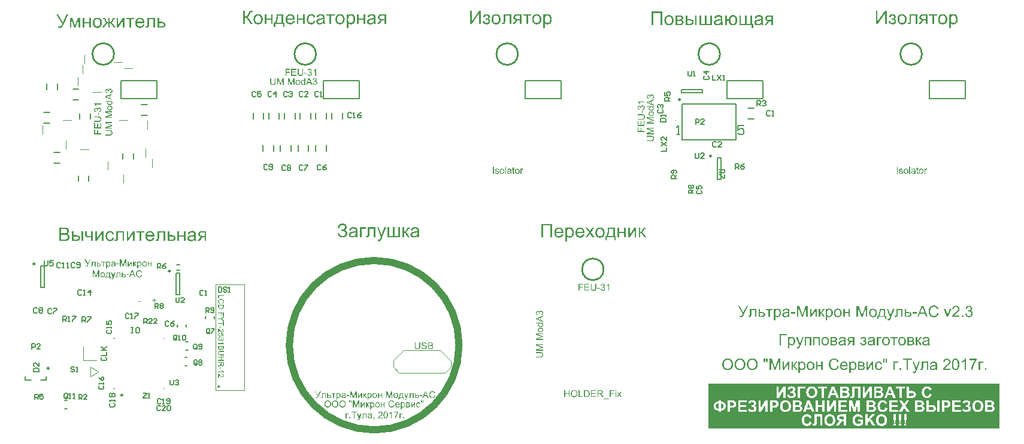
<source format=gto>
G04 Layer_Color=65535*
%FSLAX25Y25*%
%MOIN*%
G70*
G01*
G75*
%ADD32C,0.00984*%
%ADD34C,0.00787*%
%ADD75C,0.00800*%
%ADD81C,0.03937*%
%ADD82C,0.01000*%
%ADD83C,0.00394*%
%ADD84C,0.00606*%
%ADD85C,0.00591*%
G36*
X535463Y254871D02*
X535529D01*
X535602Y254862D01*
X535676Y254846D01*
X535766Y254830D01*
X535963Y254788D01*
X536168Y254723D01*
X536381Y254633D01*
X536488Y254575D01*
X536586Y254510D01*
X536595D01*
X536611Y254493D01*
X536636Y254469D01*
X536677Y254444D01*
X536775Y254362D01*
X536890Y254247D01*
X537021Y254100D01*
X537160Y253927D01*
X537283Y253723D01*
X537398Y253493D01*
Y253485D01*
X537406Y253460D01*
X537423Y253427D01*
X537439Y253378D01*
X537464Y253321D01*
X537488Y253247D01*
X537513Y253157D01*
X537538Y253066D01*
X537562Y252960D01*
X537587Y252853D01*
X537636Y252607D01*
X537669Y252337D01*
X537677Y252050D01*
Y252042D01*
Y252009D01*
Y251968D01*
X537669Y251910D01*
Y251836D01*
X537661Y251746D01*
X537652Y251648D01*
X537636Y251541D01*
X537603Y251312D01*
X537546Y251058D01*
X537472Y250795D01*
X537374Y250533D01*
Y250524D01*
X537357Y250500D01*
X537341Y250467D01*
X537316Y250426D01*
X537283Y250369D01*
X537251Y250303D01*
X537152Y250155D01*
X537029Y249983D01*
X536873Y249811D01*
X536701Y249647D01*
X536496Y249500D01*
X536488D01*
X536472Y249483D01*
X536439Y249467D01*
X536398Y249442D01*
X536340Y249417D01*
X536283Y249385D01*
X536209Y249360D01*
X536127Y249327D01*
X535947Y249262D01*
X535742Y249204D01*
X535520Y249163D01*
X535406Y249155D01*
X535283Y249147D01*
X535201D01*
X535119Y249155D01*
X535004Y249171D01*
X534873Y249196D01*
X534733Y249229D01*
X534586Y249270D01*
X534446Y249336D01*
X534430Y249344D01*
X534389Y249368D01*
X534315Y249417D01*
X534233Y249475D01*
X534135Y249540D01*
X534036Y249631D01*
X533938Y249729D01*
X533848Y249836D01*
Y247171D01*
X532921D01*
Y254756D01*
X533766D01*
Y254042D01*
X533782Y254050D01*
X533815Y254100D01*
X533880Y254182D01*
X533962Y254272D01*
X534061Y254370D01*
X534176Y254477D01*
X534299Y254575D01*
X534438Y254665D01*
X534446D01*
X534454Y254674D01*
X534504Y254698D01*
X534586Y254731D01*
X534692Y254772D01*
X534823Y254813D01*
X534979Y254846D01*
X535160Y254871D01*
X535348Y254879D01*
X535414D01*
X535463Y254871D01*
D02*
G37*
G36*
X309479D02*
X309544D01*
X309618Y254862D01*
X309692Y254846D01*
X309782Y254830D01*
X309979Y254788D01*
X310184Y254723D01*
X310397Y254633D01*
X310504Y254575D01*
X310602Y254510D01*
X310610D01*
X310627Y254493D01*
X310651Y254469D01*
X310692Y254444D01*
X310791Y254362D01*
X310906Y254247D01*
X311037Y254100D01*
X311176Y253927D01*
X311299Y253723D01*
X311414Y253493D01*
Y253485D01*
X311422Y253460D01*
X311438Y253427D01*
X311455Y253378D01*
X311479Y253321D01*
X311504Y253247D01*
X311529Y253157D01*
X311553Y253066D01*
X311578Y252960D01*
X311602Y252853D01*
X311652Y252607D01*
X311684Y252337D01*
X311693Y252050D01*
Y252042D01*
Y252009D01*
Y251968D01*
X311684Y251910D01*
Y251836D01*
X311676Y251746D01*
X311668Y251648D01*
X311652Y251541D01*
X311619Y251312D01*
X311561Y251058D01*
X311488Y250795D01*
X311389Y250533D01*
Y250524D01*
X311373Y250500D01*
X311356Y250467D01*
X311332Y250426D01*
X311299Y250369D01*
X311266Y250303D01*
X311168Y250155D01*
X311045Y249983D01*
X310889Y249811D01*
X310717Y249647D01*
X310512Y249500D01*
X310504D01*
X310487Y249483D01*
X310455Y249467D01*
X310414Y249442D01*
X310356Y249417D01*
X310299Y249385D01*
X310225Y249360D01*
X310143Y249327D01*
X309963Y249262D01*
X309757Y249204D01*
X309536Y249163D01*
X309421Y249155D01*
X309298Y249147D01*
X309216D01*
X309134Y249155D01*
X309019Y249171D01*
X308888Y249196D01*
X308749Y249229D01*
X308601Y249270D01*
X308462Y249336D01*
X308446Y249344D01*
X308404Y249368D01*
X308331Y249417D01*
X308249Y249475D01*
X308150Y249540D01*
X308052Y249631D01*
X307954Y249729D01*
X307863Y249836D01*
Y247171D01*
X306937D01*
Y254756D01*
X307781D01*
Y254042D01*
X307798Y254050D01*
X307831Y254100D01*
X307896Y254182D01*
X307978Y254272D01*
X308077Y254370D01*
X308191Y254477D01*
X308314Y254575D01*
X308454Y254665D01*
X308462D01*
X308470Y254674D01*
X308519Y254698D01*
X308601Y254731D01*
X308708Y254772D01*
X308839Y254813D01*
X308995Y254846D01*
X309175Y254871D01*
X309364Y254879D01*
X309430D01*
X309479Y254871D01*
D02*
G37*
G36*
X200017D02*
X200083D01*
X200157Y254862D01*
X200231Y254846D01*
X200321Y254830D01*
X200518Y254788D01*
X200723Y254723D01*
X200936Y254633D01*
X201042Y254575D01*
X201141Y254510D01*
X201149D01*
X201165Y254493D01*
X201190Y254469D01*
X201231Y254444D01*
X201329Y254362D01*
X201444Y254247D01*
X201575Y254100D01*
X201715Y253927D01*
X201838Y253723D01*
X201953Y253493D01*
Y253485D01*
X201961Y253460D01*
X201977Y253427D01*
X201994Y253378D01*
X202018Y253321D01*
X202043Y253247D01*
X202067Y253157D01*
X202092Y253066D01*
X202117Y252960D01*
X202141Y252853D01*
X202190Y252607D01*
X202223Y252337D01*
X202231Y252050D01*
Y252042D01*
Y252009D01*
Y251968D01*
X202223Y251910D01*
Y251836D01*
X202215Y251746D01*
X202207Y251648D01*
X202190Y251541D01*
X202158Y251312D01*
X202100Y251058D01*
X202026Y250795D01*
X201928Y250533D01*
Y250524D01*
X201912Y250500D01*
X201895Y250467D01*
X201871Y250426D01*
X201838Y250369D01*
X201805Y250303D01*
X201707Y250155D01*
X201584Y249983D01*
X201428Y249811D01*
X201256Y249647D01*
X201051Y249500D01*
X201042D01*
X201026Y249483D01*
X200993Y249467D01*
X200952Y249442D01*
X200895Y249417D01*
X200837Y249385D01*
X200764Y249360D01*
X200682Y249327D01*
X200501Y249262D01*
X200296Y249204D01*
X200075Y249163D01*
X199960Y249155D01*
X199837Y249147D01*
X199755D01*
X199673Y249155D01*
X199558Y249171D01*
X199427Y249196D01*
X199288Y249229D01*
X199140Y249270D01*
X199001Y249336D01*
X198984Y249344D01*
X198943Y249368D01*
X198869Y249417D01*
X198787Y249475D01*
X198689Y249540D01*
X198591Y249631D01*
X198492Y249729D01*
X198402Y249836D01*
Y247171D01*
X197475D01*
Y254756D01*
X198320D01*
Y254042D01*
X198336Y254050D01*
X198369Y254100D01*
X198435Y254182D01*
X198517Y254272D01*
X198615Y254370D01*
X198730Y254477D01*
X198853Y254575D01*
X198992Y254665D01*
X199001D01*
X199009Y254674D01*
X199058Y254698D01*
X199140Y254731D01*
X199247Y254772D01*
X199378Y254813D01*
X199534Y254846D01*
X199714Y254871D01*
X199903Y254879D01*
X199968D01*
X200017Y254871D01*
D02*
G37*
G36*
X145077Y256847D02*
X145151D01*
X145176Y256838D01*
X145184D01*
Y255969D01*
X145077D01*
X145028Y255978D01*
X144922D01*
X144889Y255986D01*
X144700D01*
X144610Y255978D01*
X144503Y255953D01*
X144389Y255928D01*
X144274Y255887D01*
X144159Y255830D01*
X144061Y255748D01*
X144052Y255740D01*
X144020Y255699D01*
X143970Y255633D01*
X143938Y255592D01*
X143905Y255535D01*
X143864Y255477D01*
X143823Y255403D01*
X143782Y255322D01*
X143733Y255231D01*
X143683Y255133D01*
X143626Y255018D01*
X143577Y254895D01*
X143519Y254756D01*
Y254748D01*
X143503Y254715D01*
X143487Y254665D01*
X143454Y254600D01*
X143421Y254526D01*
X143388Y254436D01*
X143298Y254247D01*
X143200Y254034D01*
X143085Y253837D01*
X143036Y253747D01*
X142978Y253665D01*
X142921Y253600D01*
X142872Y253542D01*
X142863Y253534D01*
X142822Y253501D01*
X142773Y253460D01*
X142691Y253403D01*
X142601Y253337D01*
X142494Y253272D01*
X142371Y253206D01*
X142240Y253149D01*
X142248D01*
X142273Y253140D01*
X142314Y253124D01*
X142363Y253099D01*
X142437Y253066D01*
X142511Y253026D01*
X142601Y252968D01*
X142699Y252903D01*
X142806Y252820D01*
X142921Y252730D01*
X143036Y252615D01*
X143167Y252492D01*
X143290Y252345D01*
X143421Y252181D01*
X143560Y252000D01*
X143692Y251796D01*
X145258Y249270D01*
X144011D01*
X142740Y251328D01*
X142732Y251336D01*
X142716Y251369D01*
X142691Y251410D01*
X142650Y251467D01*
X142609Y251533D01*
X142560Y251615D01*
X142437Y251796D01*
X142298Y251992D01*
X142150Y252181D01*
X142076Y252271D01*
X142002Y252361D01*
X141929Y252435D01*
X141863Y252501D01*
X141847Y252517D01*
X141797Y252550D01*
X141724Y252599D01*
X141617Y252665D01*
X141486Y252722D01*
X141330Y252771D01*
X141158Y252804D01*
X140961Y252820D01*
Y249270D01*
X139961D01*
Y256838D01*
X140961D01*
Y253534D01*
X141027D01*
X141076Y253542D01*
X141125D01*
X141191Y253550D01*
X141338Y253567D01*
X141494Y253600D01*
X141650Y253649D01*
X141797Y253706D01*
X141863Y253747D01*
X141920Y253796D01*
X141937Y253813D01*
X141953Y253829D01*
X141970Y253854D01*
X142002Y253887D01*
X142035Y253936D01*
X142076Y253985D01*
X142117Y254059D01*
X142166Y254133D01*
X142224Y254223D01*
X142281Y254329D01*
X142347Y254444D01*
X142412Y254584D01*
X142478Y254731D01*
X142552Y254895D01*
X142634Y255076D01*
Y255084D01*
X142650Y255108D01*
X142667Y255149D01*
X142691Y255199D01*
X142716Y255256D01*
X142749Y255330D01*
X142822Y255486D01*
X142904Y255658D01*
X142986Y255830D01*
X143068Y255994D01*
X143109Y256060D01*
X143150Y256125D01*
X143159Y256141D01*
X143191Y256174D01*
X143232Y256232D01*
X143298Y256306D01*
X143380Y256387D01*
X143487Y256478D01*
X143601Y256560D01*
X143733Y256642D01*
X143741D01*
X143749Y256650D01*
X143798Y256675D01*
X143880Y256707D01*
X143979Y256748D01*
X144110Y256789D01*
X144249Y256822D01*
X144405Y256847D01*
X144569Y256855D01*
X144979D01*
X145077Y256847D01*
D02*
G37*
G36*
X177951Y254871D02*
X178025Y254862D01*
X178115Y254854D01*
X178214Y254838D01*
X178320Y254821D01*
X178550Y254764D01*
X178796Y254682D01*
X178919Y254633D01*
X179042Y254575D01*
X179157Y254502D01*
X179263Y254419D01*
X179271Y254411D01*
X179288Y254395D01*
X179321Y254370D01*
X179353Y254338D01*
X179403Y254288D01*
X179452Y254231D01*
X179509Y254165D01*
X179567Y254092D01*
X179632Y254001D01*
X179690Y253911D01*
X179755Y253804D01*
X179813Y253690D01*
X179862Y253567D01*
X179911Y253435D01*
X179960Y253288D01*
X179993Y253140D01*
X179091Y253001D01*
Y253009D01*
X179083Y253026D01*
X179075Y253050D01*
X179066Y253091D01*
X179034Y253189D01*
X178984Y253312D01*
X178919Y253444D01*
X178845Y253583D01*
X178747Y253714D01*
X178632Y253829D01*
X178615Y253846D01*
X178574Y253878D01*
X178501Y253919D01*
X178410Y253977D01*
X178296Y254026D01*
X178164Y254075D01*
X178009Y254108D01*
X177845Y254116D01*
X177779D01*
X177730Y254108D01*
X177664Y254100D01*
X177599Y254092D01*
X177435Y254050D01*
X177254Y253993D01*
X177164Y253952D01*
X177066Y253903D01*
X176975Y253846D01*
X176877Y253772D01*
X176787Y253698D01*
X176705Y253608D01*
X176697Y253600D01*
X176688Y253583D01*
X176664Y253558D01*
X176639Y253509D01*
X176606Y253460D01*
X176565Y253395D01*
X176524Y253312D01*
X176492Y253222D01*
X176451Y253116D01*
X176410Y253001D01*
X176369Y252870D01*
X176336Y252722D01*
X176311Y252566D01*
X176287Y252402D01*
X176278Y252214D01*
X176270Y252017D01*
Y252009D01*
Y251968D01*
Y251910D01*
X176278Y251836D01*
X176287Y251746D01*
X176295Y251640D01*
X176303Y251525D01*
X176319Y251402D01*
X176369Y251139D01*
X176451Y250869D01*
X176492Y250746D01*
X176549Y250623D01*
X176615Y250508D01*
X176688Y250410D01*
X176697Y250401D01*
X176705Y250385D01*
X176729Y250360D01*
X176762Y250336D01*
X176811Y250295D01*
X176861Y250254D01*
X176918Y250205D01*
X176984Y250164D01*
X177148Y250065D01*
X177336Y249991D01*
X177443Y249959D01*
X177549Y249934D01*
X177672Y249918D01*
X177795Y249909D01*
X177845D01*
X177886Y249918D01*
X177935D01*
X177984Y249926D01*
X178115Y249951D01*
X178255Y249991D01*
X178410Y250049D01*
X178558Y250131D01*
X178706Y250237D01*
X178714Y250246D01*
X178722Y250254D01*
X178763Y250303D01*
X178829Y250385D01*
X178861Y250434D01*
X178902Y250492D01*
X178943Y250566D01*
X178984Y250639D01*
X179017Y250721D01*
X179058Y250820D01*
X179091Y250918D01*
X179124Y251033D01*
X179148Y251148D01*
X179173Y251279D01*
X180083Y251156D01*
Y251148D01*
X180075Y251115D01*
X180067Y251066D01*
X180050Y251000D01*
X180026Y250918D01*
X180001Y250828D01*
X179968Y250729D01*
X179927Y250615D01*
X179829Y250385D01*
X179763Y250262D01*
X179690Y250139D01*
X179616Y250016D01*
X179526Y249893D01*
X179419Y249786D01*
X179312Y249680D01*
X179304Y249672D01*
X179288Y249655D01*
X179247Y249631D01*
X179206Y249598D01*
X179140Y249557D01*
X179075Y249508D01*
X178984Y249467D01*
X178894Y249417D01*
X178788Y249360D01*
X178673Y249319D01*
X178550Y249270D01*
X178419Y249229D01*
X178271Y249196D01*
X178123Y249171D01*
X177968Y249155D01*
X177804Y249147D01*
X177754D01*
X177697Y249155D01*
X177615D01*
X177525Y249171D01*
X177410Y249188D01*
X177287Y249204D01*
X177156Y249237D01*
X177016Y249278D01*
X176869Y249327D01*
X176721Y249385D01*
X176565Y249459D01*
X176418Y249540D01*
X176270Y249639D01*
X176131Y249745D01*
X176000Y249877D01*
X175991Y249885D01*
X175967Y249909D01*
X175934Y249951D01*
X175893Y250016D01*
X175844Y250090D01*
X175786Y250180D01*
X175721Y250295D01*
X175663Y250418D01*
X175598Y250557D01*
X175532Y250713D01*
X175475Y250885D01*
X175426Y251074D01*
X175385Y251279D01*
X175352Y251500D01*
X175327Y251738D01*
X175319Y251984D01*
Y251992D01*
Y252025D01*
Y252074D01*
X175327Y252132D01*
Y252214D01*
X175335Y252304D01*
X175344Y252402D01*
X175352Y252517D01*
X175393Y252755D01*
X175442Y253017D01*
X175508Y253288D01*
X175606Y253542D01*
Y253550D01*
X175622Y253575D01*
X175639Y253608D01*
X175663Y253649D01*
X175696Y253706D01*
X175729Y253772D01*
X175827Y253919D01*
X175950Y254075D01*
X176106Y254247D01*
X176287Y254403D01*
X176500Y254542D01*
X176508D01*
X176524Y254559D01*
X176557Y254575D01*
X176606Y254592D01*
X176664Y254625D01*
X176729Y254649D01*
X176803Y254682D01*
X176885Y254715D01*
X176984Y254739D01*
X177082Y254772D01*
X177303Y254830D01*
X177549Y254862D01*
X177804Y254879D01*
X177894D01*
X177951Y254871D01*
D02*
G37*
G36*
X207791Y249270D02*
X206864D01*
Y251705D01*
X204290D01*
Y249270D01*
X203363D01*
Y254756D01*
X204290D01*
Y252468D01*
X206864D01*
Y254756D01*
X207791D01*
Y249270D01*
D02*
G37*
G36*
X174187D02*
X173261D01*
Y251705D01*
X170686D01*
Y249270D01*
X169759D01*
Y254756D01*
X170686D01*
Y252468D01*
X173261D01*
Y254756D01*
X174187D01*
Y249270D01*
D02*
G37*
G36*
X156303D02*
X155377D01*
Y251705D01*
X152802D01*
Y249270D01*
X151875D01*
Y254756D01*
X152802D01*
Y252468D01*
X155377D01*
Y254756D01*
X156303D01*
Y249270D01*
D02*
G37*
G36*
X412661Y254321D02*
X412726D01*
X412808Y254313D01*
X412898Y254305D01*
X412997Y254288D01*
X413202Y254247D01*
X413423Y254190D01*
X413636Y254108D01*
X413735Y254050D01*
X413825Y253993D01*
X413833D01*
X413850Y253977D01*
X413874Y253960D01*
X413907Y253936D01*
X413997Y253854D01*
X414104Y253755D01*
X414235Y253616D01*
X414366Y253460D01*
X414497Y253280D01*
X414620Y253066D01*
Y253058D01*
X414637Y253042D01*
X414653Y253009D01*
X414670Y252960D01*
X414694Y252903D01*
X414719Y252829D01*
X414752Y252747D01*
X414784Y252648D01*
X414809Y252542D01*
X414842Y252419D01*
X414866Y252288D01*
X414891Y252148D01*
X414907Y252000D01*
X414924Y251836D01*
X414940Y251664D01*
Y251484D01*
Y251467D01*
Y251418D01*
Y251344D01*
X414932Y251246D01*
X414924Y251131D01*
X414907Y250992D01*
X414883Y250844D01*
X414858Y250680D01*
X414825Y250508D01*
X414784Y250328D01*
X414727Y250147D01*
X414670Y249975D01*
X414596Y249795D01*
X414506Y249631D01*
X414407Y249475D01*
X414292Y249327D01*
X414284Y249319D01*
X414260Y249294D01*
X414227Y249262D01*
X414178Y249213D01*
X414112Y249155D01*
X414030Y249098D01*
X413940Y249032D01*
X413833Y248967D01*
X413710Y248893D01*
X413579Y248827D01*
X413431Y248770D01*
X413276Y248712D01*
X413112Y248663D01*
X412931Y248630D01*
X412743Y248606D01*
X412538Y248598D01*
X412497D01*
X412439Y248606D01*
X412365D01*
X412283Y248622D01*
X412177Y248630D01*
X412070Y248655D01*
X411947Y248679D01*
X411816Y248721D01*
X411685Y248762D01*
X411545Y248819D01*
X411414Y248885D01*
X411275Y248967D01*
X411135Y249057D01*
X411012Y249155D01*
X410889Y249278D01*
X410881Y249286D01*
X410865Y249311D01*
X410832Y249352D01*
X410791Y249401D01*
X410742Y249475D01*
X410693Y249557D01*
X410635Y249655D01*
X410570Y249770D01*
X410512Y249893D01*
X410455Y250032D01*
X410397Y250188D01*
X410340Y250352D01*
X410291Y250533D01*
X410250Y250729D01*
X410217Y250935D01*
X410201Y251148D01*
X409069D01*
Y248721D01*
X408142D01*
Y254206D01*
X409069D01*
Y251910D01*
X410201D01*
Y251927D01*
X410209Y251959D01*
X410217Y252025D01*
X410233Y252107D01*
X410250Y252205D01*
X410274Y252312D01*
X410299Y252443D01*
X410340Y252574D01*
X410430Y252861D01*
X410496Y253017D01*
X410561Y253165D01*
X410635Y253312D01*
X410725Y253452D01*
X410824Y253583D01*
X410930Y253706D01*
X410939Y253714D01*
X410955Y253731D01*
X410996Y253764D01*
X411045Y253804D01*
X411103Y253854D01*
X411176Y253903D01*
X411267Y253960D01*
X411357Y254018D01*
X411472Y254075D01*
X411586Y254133D01*
X411718Y254182D01*
X411865Y254231D01*
X412013Y254272D01*
X412177Y254305D01*
X412341Y254321D01*
X412521Y254329D01*
X412603D01*
X412661Y254321D01*
D02*
G37*
G36*
X498063Y249270D02*
X497153D01*
Y255248D01*
X493126Y249270D01*
X492126D01*
Y256838D01*
X493036D01*
Y250844D01*
X497054Y256838D01*
X498063D01*
Y249270D01*
D02*
G37*
G36*
X272078D02*
X271168D01*
Y255248D01*
X267142Y249270D01*
X266142D01*
Y256838D01*
X267052D01*
Y250844D01*
X271070Y256838D01*
X272078D01*
Y249270D01*
D02*
G37*
G36*
X55089Y247294D02*
X54162D01*
Y249729D01*
X51587D01*
Y247294D01*
X50661D01*
Y252780D01*
X51587D01*
Y250492D01*
X54162D01*
Y252780D01*
X55089D01*
Y247294D01*
D02*
G37*
G36*
X68561Y252009D02*
X68307Y252017D01*
X68250D01*
X68184Y252009D01*
X68110Y252000D01*
X68028Y251992D01*
X67946Y251968D01*
X67881Y251943D01*
X67831Y251902D01*
X67823Y251894D01*
X67815Y251877D01*
X67782Y251836D01*
X67749Y251779D01*
X67708Y251689D01*
X67676Y251631D01*
X67651Y251574D01*
X67618Y251500D01*
X67585Y251418D01*
X67544Y251328D01*
X67503Y251230D01*
Y251221D01*
X67495Y251205D01*
X67479Y251181D01*
X67471Y251139D01*
X67430Y251049D01*
X67372Y250935D01*
X67315Y250812D01*
X67249Y250689D01*
X67184Y250574D01*
X67118Y250483D01*
X67110Y250475D01*
X67085Y250451D01*
X67044Y250410D01*
X66987Y250360D01*
X66905Y250303D01*
X66815Y250237D01*
X66700Y250172D01*
X66569Y250106D01*
X66577D01*
X66593Y250098D01*
X66626Y250082D01*
X66675Y250065D01*
X66724Y250041D01*
X66790Y250008D01*
X66864Y249959D01*
X66946Y249909D01*
X67028Y249844D01*
X67126Y249762D01*
X67225Y249672D01*
X67323Y249565D01*
X67430Y249450D01*
X67536Y249311D01*
X67643Y249163D01*
X67749Y248991D01*
X68774Y247294D01*
X67749D01*
X66757Y248991D01*
Y248999D01*
X66741Y249016D01*
X66724Y249040D01*
X66708Y249073D01*
X66651Y249163D01*
X66577Y249270D01*
X66487Y249385D01*
X66396Y249491D01*
X66306Y249590D01*
X66257Y249631D01*
X66216Y249663D01*
X66208Y249672D01*
X66175Y249688D01*
X66126Y249713D01*
X66068Y249745D01*
X65986Y249778D01*
X65896Y249803D01*
X65798Y249819D01*
X65683Y249828D01*
Y247294D01*
X64732D01*
Y249828D01*
X64683D01*
X64625Y249819D01*
X64551Y249811D01*
X64461Y249786D01*
X64371Y249762D01*
X64281Y249721D01*
X64191Y249663D01*
X64182Y249655D01*
X64150Y249631D01*
X64109Y249590D01*
X64043Y249524D01*
X63969Y249426D01*
X63879Y249311D01*
X63772Y249163D01*
X63723Y249081D01*
X63666Y248983D01*
X62665Y247294D01*
X61649D01*
X62657Y248991D01*
X62665Y248999D01*
X62682Y249032D01*
X62715Y249081D01*
X62756Y249139D01*
X62813Y249221D01*
X62870Y249303D01*
X62944Y249393D01*
X63026Y249491D01*
X63198Y249680D01*
X63297Y249778D01*
X63403Y249860D01*
X63510Y249942D01*
X63617Y250008D01*
X63723Y250065D01*
X63838Y250106D01*
X63830D01*
X63822Y250114D01*
X63772Y250139D01*
X63699Y250180D01*
X63617Y250229D01*
X63518Y250287D01*
X63420Y250360D01*
X63338Y250434D01*
X63264Y250516D01*
X63256Y250524D01*
X63231Y250566D01*
X63215Y250598D01*
X63198Y250631D01*
X63174Y250680D01*
X63141Y250738D01*
X63108Y250803D01*
X63075Y250877D01*
X63034Y250967D01*
X62985Y251066D01*
X62936Y251181D01*
X62887Y251304D01*
X62829Y251443D01*
X62772Y251590D01*
X62764Y251607D01*
X62756Y251640D01*
X62731Y251689D01*
X62698Y251746D01*
X62665Y251804D01*
X62616Y251861D01*
X62575Y251910D01*
X62526Y251943D01*
X62518D01*
X62501Y251951D01*
X62469Y251968D01*
X62428Y251976D01*
X62370Y251992D01*
X62305Y252000D01*
X62223Y252009D01*
X61862D01*
Y252780D01*
X62165D01*
X62280Y252771D01*
X62403Y252763D01*
X62534Y252755D01*
X62649Y252738D01*
X62739Y252714D01*
X62747D01*
X62780Y252697D01*
X62821Y252681D01*
X62870Y252657D01*
X62936Y252615D01*
X63002Y252566D01*
X63067Y252509D01*
X63133Y252435D01*
X63141Y252427D01*
X63166Y252394D01*
X63198Y252337D01*
X63256Y252246D01*
X63289Y252197D01*
X63321Y252132D01*
X63354Y252066D01*
X63395Y251984D01*
X63436Y251894D01*
X63485Y251796D01*
X63535Y251689D01*
X63584Y251566D01*
X63592Y251558D01*
X63600Y251533D01*
X63617Y251492D01*
X63641Y251435D01*
X63666Y251369D01*
X63699Y251304D01*
X63781Y251139D01*
X63863Y250967D01*
X63945Y250812D01*
X63986Y250738D01*
X64027Y250672D01*
X64068Y250623D01*
X64100Y250582D01*
X64109Y250574D01*
X64133Y250557D01*
X64182Y250524D01*
X64248Y250500D01*
X64330Y250467D01*
X64445Y250434D01*
X64576Y250418D01*
X64732Y250410D01*
Y252780D01*
X65683D01*
Y250410D01*
X65757D01*
X65831Y250418D01*
X65929Y250434D01*
X66027Y250451D01*
X66134Y250475D01*
X66224Y250516D01*
X66306Y250574D01*
X66314Y250582D01*
X66339Y250615D01*
X66355Y250639D01*
X66380Y250672D01*
X66405Y250713D01*
X66437Y250762D01*
X66478Y250820D01*
X66511Y250893D01*
X66560Y250975D01*
X66601Y251066D01*
X66659Y251172D01*
X66708Y251287D01*
X66765Y251418D01*
X66831Y251566D01*
Y251574D01*
X66847Y251599D01*
X66864Y251640D01*
X66888Y251689D01*
X66913Y251754D01*
X66946Y251828D01*
X67028Y251984D01*
X67118Y252156D01*
X67208Y252320D01*
X67266Y252394D01*
X67315Y252460D01*
X67364Y252517D01*
X67413Y252566D01*
X67421Y252574D01*
X67462Y252599D01*
X67520Y252632D01*
X67610Y252673D01*
X67725Y252714D01*
X67856Y252747D01*
X68028Y252771D01*
X68217Y252780D01*
X68561D01*
Y252009D01*
D02*
G37*
G36*
X39812Y248967D02*
X39804Y248958D01*
X39787Y248917D01*
X39763Y248860D01*
X39722Y248786D01*
X39681Y248704D01*
X39632Y248598D01*
X39566Y248491D01*
X39509Y248376D01*
X39369Y248130D01*
X39222Y247892D01*
X39148Y247786D01*
X39082Y247687D01*
X39008Y247597D01*
X38943Y247523D01*
X38926Y247507D01*
X38877Y247474D01*
X38803Y247417D01*
X38697Y247359D01*
X38557Y247294D01*
X38393Y247236D01*
X38197Y247203D01*
X37967Y247187D01*
X37901D01*
X37819Y247195D01*
X37705Y247212D01*
X37565Y247228D01*
X37409Y247261D01*
X37221Y247302D01*
X37024Y247359D01*
Y248212D01*
X37032D01*
X37040Y248204D01*
X37065Y248196D01*
X37098Y248179D01*
X37172Y248138D01*
X37278Y248106D01*
X37409Y248064D01*
X37549Y248024D01*
X37705Y247999D01*
X37869Y247991D01*
X37934D01*
X38000Y248007D01*
X38090Y248024D01*
X38188Y248048D01*
X38295Y248089D01*
X38402Y248147D01*
X38500Y248220D01*
X38516Y248229D01*
X38549Y248270D01*
X38574Y248302D01*
X38607Y248343D01*
X38639Y248384D01*
X38672Y248442D01*
X38721Y248507D01*
X38762Y248589D01*
X38812Y248671D01*
X38861Y248778D01*
X38918Y248885D01*
X38976Y249008D01*
X39033Y249147D01*
X39090Y249294D01*
X36024Y254862D01*
X37032D01*
X39500Y250213D01*
X41665Y254862D01*
X42657D01*
X39812Y248967D01*
D02*
G37*
G36*
X501458Y254871D02*
X501531Y254862D01*
X501613Y254854D01*
X501712Y254838D01*
X501810Y254821D01*
X502032Y254764D01*
X502146Y254723D01*
X502261Y254674D01*
X502376Y254616D01*
X502483Y254559D01*
X502589Y254477D01*
X502688Y254395D01*
X502696Y254387D01*
X502712Y254370D01*
X502737Y254346D01*
X502770Y254313D01*
X502802Y254264D01*
X502843Y254206D01*
X502893Y254141D01*
X502942Y254067D01*
X503032Y253903D01*
X503114Y253706D01*
X503139Y253600D01*
X503163Y253485D01*
X503180Y253370D01*
X503188Y253247D01*
Y253239D01*
Y253214D01*
Y253181D01*
X503180Y253132D01*
X503171Y253083D01*
X503155Y253017D01*
X503106Y252861D01*
X503073Y252780D01*
X503032Y252689D01*
X502975Y252599D01*
X502909Y252517D01*
X502835Y252427D01*
X502745Y252337D01*
X502647Y252255D01*
X502532Y252181D01*
X502540D01*
X502548Y252173D01*
X502597Y252140D01*
X502671Y252091D01*
X502761Y252025D01*
X502860Y251943D01*
X502966Y251845D01*
X503065Y251730D01*
X503147Y251607D01*
X503155Y251590D01*
X503180Y251550D01*
X503212Y251476D01*
X503253Y251377D01*
X503294Y251262D01*
X503327Y251123D01*
X503352Y250975D01*
X503360Y250803D01*
Y250795D01*
Y250770D01*
Y250729D01*
X503352Y250680D01*
X503344Y250615D01*
X503335Y250549D01*
X503319Y250467D01*
X503294Y250377D01*
X503229Y250188D01*
X503188Y250090D01*
X503130Y249983D01*
X503073Y249885D01*
X502999Y249786D01*
X502917Y249696D01*
X502819Y249606D01*
X502811Y249598D01*
X502794Y249590D01*
X502761Y249565D01*
X502720Y249532D01*
X502663Y249500D01*
X502597Y249459D01*
X502515Y249417D01*
X502425Y249377D01*
X502327Y249336D01*
X502212Y249294D01*
X502089Y249254D01*
X501958Y249221D01*
X501810Y249188D01*
X501654Y249163D01*
X501490Y249155D01*
X501318Y249147D01*
X501236D01*
X501195Y249155D01*
X501146D01*
X501023Y249171D01*
X500875Y249196D01*
X500711Y249237D01*
X500531Y249286D01*
X500342Y249352D01*
X500154Y249442D01*
X499965Y249557D01*
X499777Y249688D01*
X499613Y249852D01*
X499457Y250041D01*
X499383Y250147D01*
X499326Y250262D01*
X499268Y250385D01*
X499219Y250516D01*
X499178Y250664D01*
X499145Y250812D01*
X500014Y251000D01*
Y250992D01*
X500023Y250975D01*
X500031Y250951D01*
X500039Y250910D01*
X500072Y250820D01*
X500121Y250697D01*
X500178Y250566D01*
X500260Y250426D01*
X500367Y250295D01*
X500490Y250180D01*
X500498D01*
X500506Y250172D01*
X500556Y250139D01*
X500629Y250090D01*
X500736Y250041D01*
X500859Y249983D01*
X500998Y249942D01*
X501162Y249909D01*
X501335Y249893D01*
X501384D01*
X501417Y249901D01*
X501499Y249909D01*
X501605Y249926D01*
X501728Y249959D01*
X501859Y250008D01*
X501991Y250065D01*
X502114Y250155D01*
X502130Y250172D01*
X502163Y250205D01*
X502212Y250262D01*
X502278Y250336D01*
X502335Y250434D01*
X502384Y250557D01*
X502417Y250689D01*
X502433Y250836D01*
Y250852D01*
Y250893D01*
X502425Y250951D01*
X502409Y251025D01*
X502384Y251115D01*
X502351Y251205D01*
X502302Y251304D01*
X502237Y251394D01*
X502228Y251402D01*
X502204Y251435D01*
X502163Y251476D01*
X502114Y251517D01*
X502048Y251574D01*
X501974Y251615D01*
X501892Y251656D01*
X501810Y251689D01*
X501802D01*
X501769Y251697D01*
X501712Y251705D01*
X501630Y251722D01*
X501515Y251730D01*
X501376Y251738D01*
X501212Y251746D01*
X500802D01*
Y252476D01*
X500998D01*
X501121Y252484D01*
X501253D01*
X501384Y252492D01*
X501499Y252501D01*
X501556Y252509D01*
X501597Y252517D01*
X501605D01*
X501638Y252525D01*
X501679Y252542D01*
X501728Y252566D01*
X501794Y252599D01*
X501868Y252640D01*
X501933Y252697D01*
X502007Y252763D01*
X502015Y252771D01*
X502040Y252804D01*
X502073Y252845D01*
X502105Y252911D01*
X502138Y252984D01*
X502171Y253075D01*
X502196Y253173D01*
X502204Y253288D01*
Y253296D01*
Y253304D01*
Y253354D01*
X502187Y253419D01*
X502171Y253501D01*
X502138Y253600D01*
X502097Y253698D01*
X502032Y253796D01*
X501950Y253887D01*
X501941Y253895D01*
X501900Y253919D01*
X501851Y253960D01*
X501777Y254001D01*
X501679Y254042D01*
X501572Y254083D01*
X501441Y254108D01*
X501302Y254116D01*
X501269D01*
X501228Y254108D01*
X501171Y254100D01*
X501113Y254092D01*
X501039Y254067D01*
X500957Y254042D01*
X500867Y254001D01*
X500777Y253952D01*
X500687Y253887D01*
X500597Y253813D01*
X500506Y253723D01*
X500424Y253616D01*
X500342Y253493D01*
X500269Y253354D01*
X500203Y253189D01*
X499317Y253337D01*
Y253345D01*
X499326Y253354D01*
X499342Y253403D01*
X499367Y253477D01*
X499408Y253575D01*
X499465Y253698D01*
X499531Y253829D01*
X499621Y253960D01*
X499719Y254108D01*
X499842Y254256D01*
X499982Y254395D01*
X500146Y254518D01*
X500334Y254641D01*
X500539Y254739D01*
X500769Y254813D01*
X501023Y254862D01*
X501162Y254871D01*
X501310Y254879D01*
X501392D01*
X501458Y254871D01*
D02*
G37*
G36*
X275473D02*
X275547Y254862D01*
X275629Y254854D01*
X275728Y254838D01*
X275826Y254821D01*
X276047Y254764D01*
X276162Y254723D01*
X276277Y254674D01*
X276392Y254616D01*
X276498Y254559D01*
X276605Y254477D01*
X276703Y254395D01*
X276712Y254387D01*
X276728Y254370D01*
X276752Y254346D01*
X276785Y254313D01*
X276818Y254264D01*
X276859Y254206D01*
X276908Y254141D01*
X276958Y254067D01*
X277048Y253903D01*
X277130Y253706D01*
X277154Y253600D01*
X277179Y253485D01*
X277195Y253370D01*
X277203Y253247D01*
Y253239D01*
Y253214D01*
Y253181D01*
X277195Y253132D01*
X277187Y253083D01*
X277171Y253017D01*
X277121Y252861D01*
X277089Y252780D01*
X277048Y252689D01*
X276990Y252599D01*
X276925Y252517D01*
X276851Y252427D01*
X276761Y252337D01*
X276662Y252255D01*
X276548Y252181D01*
X276556D01*
X276564Y252173D01*
X276613Y252140D01*
X276687Y252091D01*
X276777Y252025D01*
X276875Y251943D01*
X276982Y251845D01*
X277080Y251730D01*
X277163Y251607D01*
X277171Y251590D01*
X277195Y251550D01*
X277228Y251476D01*
X277269Y251377D01*
X277310Y251262D01*
X277343Y251123D01*
X277367Y250975D01*
X277376Y250803D01*
Y250795D01*
Y250770D01*
Y250729D01*
X277367Y250680D01*
X277359Y250615D01*
X277351Y250549D01*
X277335Y250467D01*
X277310Y250377D01*
X277244Y250188D01*
X277203Y250090D01*
X277146Y249983D01*
X277089Y249885D01*
X277015Y249786D01*
X276933Y249696D01*
X276835Y249606D01*
X276826Y249598D01*
X276810Y249590D01*
X276777Y249565D01*
X276736Y249532D01*
X276679Y249500D01*
X276613Y249459D01*
X276531Y249417D01*
X276441Y249377D01*
X276343Y249336D01*
X276228Y249294D01*
X276105Y249254D01*
X275974Y249221D01*
X275826Y249188D01*
X275670Y249163D01*
X275506Y249155D01*
X275334Y249147D01*
X275252D01*
X275211Y249155D01*
X275162D01*
X275039Y249171D01*
X274891Y249196D01*
X274727Y249237D01*
X274547Y249286D01*
X274358Y249352D01*
X274169Y249442D01*
X273981Y249557D01*
X273792Y249688D01*
X273628Y249852D01*
X273472Y250041D01*
X273399Y250147D01*
X273341Y250262D01*
X273284Y250385D01*
X273235Y250516D01*
X273194Y250664D01*
X273161Y250812D01*
X274030Y251000D01*
Y250992D01*
X274038Y250975D01*
X274046Y250951D01*
X274055Y250910D01*
X274088Y250820D01*
X274137Y250697D01*
X274194Y250566D01*
X274276Y250426D01*
X274383Y250295D01*
X274506Y250180D01*
X274514D01*
X274522Y250172D01*
X274571Y250139D01*
X274645Y250090D01*
X274752Y250041D01*
X274875Y249983D01*
X275014Y249942D01*
X275178Y249909D01*
X275350Y249893D01*
X275399D01*
X275432Y249901D01*
X275514Y249909D01*
X275621Y249926D01*
X275744Y249959D01*
X275875Y250008D01*
X276006Y250065D01*
X276129Y250155D01*
X276146Y250172D01*
X276179Y250205D01*
X276228Y250262D01*
X276293Y250336D01*
X276351Y250434D01*
X276400Y250557D01*
X276433Y250689D01*
X276449Y250836D01*
Y250852D01*
Y250893D01*
X276441Y250951D01*
X276425Y251025D01*
X276400Y251115D01*
X276367Y251205D01*
X276318Y251304D01*
X276252Y251394D01*
X276244Y251402D01*
X276220Y251435D01*
X276179Y251476D01*
X276129Y251517D01*
X276064Y251574D01*
X275990Y251615D01*
X275908Y251656D01*
X275826Y251689D01*
X275818D01*
X275785Y251697D01*
X275728Y251705D01*
X275645Y251722D01*
X275531Y251730D01*
X275391Y251738D01*
X275227Y251746D01*
X274817D01*
Y252476D01*
X275014D01*
X275137Y252484D01*
X275268D01*
X275399Y252492D01*
X275514Y252501D01*
X275572Y252509D01*
X275613Y252517D01*
X275621D01*
X275654Y252525D01*
X275695Y252542D01*
X275744Y252566D01*
X275810Y252599D01*
X275883Y252640D01*
X275949Y252697D01*
X276023Y252763D01*
X276031Y252771D01*
X276056Y252804D01*
X276088Y252845D01*
X276121Y252911D01*
X276154Y252984D01*
X276187Y253075D01*
X276211Y253173D01*
X276220Y253288D01*
Y253296D01*
Y253304D01*
Y253354D01*
X276203Y253419D01*
X276187Y253501D01*
X276154Y253600D01*
X276113Y253698D01*
X276047Y253796D01*
X275965Y253887D01*
X275957Y253895D01*
X275916Y253919D01*
X275867Y253960D01*
X275793Y254001D01*
X275695Y254042D01*
X275588Y254083D01*
X275457Y254108D01*
X275318Y254116D01*
X275285D01*
X275244Y254108D01*
X275186Y254100D01*
X275129Y254092D01*
X275055Y254067D01*
X274973Y254042D01*
X274883Y254001D01*
X274793Y253952D01*
X274703Y253887D01*
X274612Y253813D01*
X274522Y253723D01*
X274440Y253616D01*
X274358Y253493D01*
X274284Y253354D01*
X274219Y253189D01*
X273333Y253337D01*
Y253345D01*
X273341Y253354D01*
X273358Y253403D01*
X273382Y253477D01*
X273423Y253575D01*
X273481Y253698D01*
X273546Y253829D01*
X273637Y253960D01*
X273735Y254108D01*
X273858Y254256D01*
X273997Y254395D01*
X274161Y254518D01*
X274350Y254641D01*
X274555Y254739D01*
X274784Y254813D01*
X275039Y254862D01*
X275178Y254871D01*
X275326Y254879D01*
X275408D01*
X275473Y254871D01*
D02*
G37*
G36*
X423124Y249483D02*
X423731D01*
Y247171D01*
X422968D01*
Y248721D01*
X416096D01*
Y254206D01*
X417023D01*
Y249483D01*
X419147D01*
Y254206D01*
X420073D01*
Y249483D01*
X422197D01*
Y254206D01*
X423124D01*
Y249483D01*
D02*
G37*
G36*
X400836Y248721D02*
X393809D01*
Y254206D01*
X394735D01*
Y249483D01*
X396859D01*
Y254206D01*
X397786D01*
Y249483D01*
X399910D01*
Y254206D01*
X400836D01*
Y248721D01*
D02*
G37*
G36*
X526156Y253993D02*
X524393D01*
Y249270D01*
X523466D01*
Y253993D01*
X521703D01*
Y254756D01*
X526156D01*
Y253993D01*
D02*
G37*
G36*
X520793Y249270D02*
X519867D01*
Y251410D01*
X519243D01*
X519161Y251402D01*
X519055Y251394D01*
X518940Y251377D01*
X518817Y251353D01*
X518702Y251320D01*
X518604Y251279D01*
X518596Y251271D01*
X518563Y251246D01*
X518505Y251205D01*
X518423Y251131D01*
X518382Y251082D01*
X518325Y251025D01*
X518268Y250951D01*
X518210Y250877D01*
X518136Y250787D01*
X518063Y250689D01*
X517981Y250582D01*
X517899Y250459D01*
X517087Y249270D01*
X515939D01*
X516939Y250746D01*
X516947Y250754D01*
X516964Y250779D01*
X516988Y250812D01*
X517021Y250852D01*
X517062Y250902D01*
X517111Y250967D01*
X517226Y251090D01*
X517366Y251230D01*
X517513Y251353D01*
X517595Y251402D01*
X517677Y251451D01*
X517767Y251484D01*
X517849Y251508D01*
X517841D01*
X517817Y251517D01*
X517776Y251525D01*
X517718Y251533D01*
X517653Y251550D01*
X517579Y251566D01*
X517407Y251623D01*
X517210Y251697D01*
X517013Y251796D01*
X516833Y251927D01*
X516742Y252000D01*
X516669Y252082D01*
Y252091D01*
X516652Y252107D01*
X516636Y252132D01*
X516611Y252165D01*
X516578Y252205D01*
X516546Y252263D01*
X516480Y252394D01*
X516414Y252550D01*
X516349Y252730D01*
X516308Y252927D01*
X516300Y253042D01*
X516291Y253149D01*
Y253157D01*
Y253181D01*
Y253214D01*
X516300Y253263D01*
X516308Y253329D01*
X516316Y253395D01*
X516357Y253558D01*
X516414Y253747D01*
X516455Y253837D01*
X516505Y253936D01*
X516562Y254034D01*
X516628Y254124D01*
X516701Y254223D01*
X516792Y254305D01*
X516800Y254313D01*
X516816Y254321D01*
X516841Y254346D01*
X516882Y254379D01*
X516939Y254411D01*
X517005Y254444D01*
X517079Y254485D01*
X517161Y254534D01*
X517259Y254575D01*
X517366Y254616D01*
X517489Y254649D01*
X517620Y254682D01*
X517759Y254715D01*
X517915Y254739D01*
X518079Y254748D01*
X518251Y254756D01*
X520793D01*
Y249270D01*
D02*
G37*
G36*
X515078D02*
X514151D01*
Y253993D01*
X511691D01*
Y251254D01*
Y251246D01*
Y251213D01*
Y251164D01*
Y251098D01*
Y251025D01*
Y250935D01*
X511683Y250836D01*
Y250738D01*
X511675Y250524D01*
X511667Y250320D01*
X511658Y250221D01*
X511650Y250131D01*
X511634Y250057D01*
X511626Y249991D01*
Y249975D01*
X511609Y249942D01*
X511593Y249885D01*
X511560Y249811D01*
X511511Y249729D01*
X511453Y249639D01*
X511380Y249549D01*
X511281Y249459D01*
X511265Y249450D01*
X511232Y249426D01*
X511166Y249385D01*
X511084Y249352D01*
X510970Y249311D01*
X510830Y249270D01*
X510674Y249245D01*
X510486Y249237D01*
X510363D01*
X510273Y249245D01*
X510158D01*
X510035Y249254D01*
X509895Y249262D01*
X509740Y249278D01*
Y250049D01*
X510240D01*
X510297Y250057D01*
X510437Y250074D01*
X510502Y250090D01*
X510551Y250106D01*
X510560D01*
X510568Y250114D01*
X510617Y250155D01*
X510674Y250213D01*
X510715Y250295D01*
Y250303D01*
X510724Y250328D01*
X510732Y250377D01*
Y250410D01*
X510740Y250451D01*
X510748Y250500D01*
Y250557D01*
X510756Y250623D01*
Y250705D01*
Y250795D01*
X510765Y250893D01*
Y251008D01*
Y251131D01*
Y254756D01*
X515078D01*
Y249270D01*
D02*
G37*
G36*
X300172Y253993D02*
X298409D01*
Y249270D01*
X297482D01*
Y253993D01*
X295719D01*
Y254756D01*
X300172D01*
Y253993D01*
D02*
G37*
G36*
X294809Y249270D02*
X293882D01*
Y251410D01*
X293259D01*
X293177Y251402D01*
X293071Y251394D01*
X292956Y251377D01*
X292833Y251353D01*
X292718Y251320D01*
X292619Y251279D01*
X292611Y251271D01*
X292579Y251246D01*
X292521Y251205D01*
X292439Y251131D01*
X292398Y251082D01*
X292341Y251025D01*
X292283Y250951D01*
X292226Y250877D01*
X292152Y250787D01*
X292078Y250689D01*
X291996Y250582D01*
X291914Y250459D01*
X291103Y249270D01*
X289954D01*
X290955Y250746D01*
X290963Y250754D01*
X290980Y250779D01*
X291004Y250812D01*
X291037Y250852D01*
X291078Y250902D01*
X291127Y250967D01*
X291242Y251090D01*
X291381Y251230D01*
X291529Y251353D01*
X291611Y251402D01*
X291693Y251451D01*
X291783Y251484D01*
X291865Y251508D01*
X291857D01*
X291832Y251517D01*
X291791Y251525D01*
X291734Y251533D01*
X291668Y251550D01*
X291595Y251566D01*
X291422Y251623D01*
X291226Y251697D01*
X291029Y251796D01*
X290848Y251927D01*
X290758Y252000D01*
X290684Y252082D01*
Y252091D01*
X290668Y252107D01*
X290651Y252132D01*
X290627Y252165D01*
X290594Y252205D01*
X290561Y252263D01*
X290496Y252394D01*
X290430Y252550D01*
X290365Y252730D01*
X290323Y252927D01*
X290315Y253042D01*
X290307Y253149D01*
Y253157D01*
Y253181D01*
Y253214D01*
X290315Y253263D01*
X290323Y253329D01*
X290332Y253395D01*
X290373Y253558D01*
X290430Y253747D01*
X290471Y253837D01*
X290520Y253936D01*
X290578Y254034D01*
X290643Y254124D01*
X290717Y254223D01*
X290807Y254305D01*
X290815Y254313D01*
X290832Y254321D01*
X290857Y254346D01*
X290897Y254379D01*
X290955Y254411D01*
X291020Y254444D01*
X291094Y254485D01*
X291176Y254534D01*
X291275Y254575D01*
X291381Y254616D01*
X291504Y254649D01*
X291635Y254682D01*
X291775Y254715D01*
X291931Y254739D01*
X292095Y254748D01*
X292267Y254756D01*
X294809D01*
Y249270D01*
D02*
G37*
G36*
X289093D02*
X288167D01*
Y253993D01*
X285707D01*
Y251254D01*
Y251246D01*
Y251213D01*
Y251164D01*
Y251098D01*
Y251025D01*
Y250935D01*
X285699Y250836D01*
Y250738D01*
X285690Y250524D01*
X285682Y250320D01*
X285674Y250221D01*
X285666Y250131D01*
X285649Y250057D01*
X285641Y249991D01*
Y249975D01*
X285625Y249942D01*
X285609Y249885D01*
X285576Y249811D01*
X285526Y249729D01*
X285469Y249639D01*
X285395Y249549D01*
X285297Y249459D01*
X285280Y249450D01*
X285248Y249426D01*
X285182Y249385D01*
X285100Y249352D01*
X284985Y249311D01*
X284846Y249270D01*
X284690Y249245D01*
X284502Y249237D01*
X284379D01*
X284288Y249245D01*
X284173D01*
X284050Y249254D01*
X283911Y249262D01*
X283755Y249278D01*
Y250049D01*
X284256D01*
X284313Y250057D01*
X284452Y250074D01*
X284518Y250090D01*
X284567Y250106D01*
X284575D01*
X284583Y250114D01*
X284633Y250155D01*
X284690Y250213D01*
X284731Y250295D01*
Y250303D01*
X284739Y250328D01*
X284748Y250377D01*
Y250410D01*
X284756Y250451D01*
X284764Y250500D01*
Y250557D01*
X284772Y250623D01*
Y250705D01*
Y250795D01*
X284780Y250893D01*
Y251008D01*
Y251131D01*
Y254756D01*
X289093D01*
Y249270D01*
D02*
G37*
G36*
X219386D02*
X218459D01*
Y251410D01*
X217836D01*
X217754Y251402D01*
X217647Y251394D01*
X217533Y251377D01*
X217410Y251353D01*
X217295Y251320D01*
X217196Y251279D01*
X217188Y251271D01*
X217155Y251246D01*
X217098Y251205D01*
X217016Y251131D01*
X216975Y251082D01*
X216918Y251025D01*
X216860Y250951D01*
X216803Y250877D01*
X216729Y250787D01*
X216655Y250689D01*
X216573Y250582D01*
X216491Y250459D01*
X215679Y249270D01*
X214531D01*
X215532Y250746D01*
X215540Y250754D01*
X215556Y250779D01*
X215581Y250812D01*
X215614Y250852D01*
X215655Y250902D01*
X215704Y250967D01*
X215819Y251090D01*
X215958Y251230D01*
X216106Y251353D01*
X216188Y251402D01*
X216270Y251451D01*
X216360Y251484D01*
X216442Y251508D01*
X216434D01*
X216409Y251517D01*
X216368Y251525D01*
X216311Y251533D01*
X216245Y251550D01*
X216171Y251566D01*
X215999Y251623D01*
X215802Y251697D01*
X215606Y251796D01*
X215425Y251927D01*
X215335Y252000D01*
X215261Y252082D01*
Y252091D01*
X215245Y252107D01*
X215228Y252132D01*
X215204Y252165D01*
X215171Y252205D01*
X215138Y252263D01*
X215073Y252394D01*
X215007Y252550D01*
X214941Y252730D01*
X214900Y252927D01*
X214892Y253042D01*
X214884Y253149D01*
Y253157D01*
Y253181D01*
Y253214D01*
X214892Y253263D01*
X214900Y253329D01*
X214909Y253395D01*
X214950Y253558D01*
X215007Y253747D01*
X215048Y253837D01*
X215097Y253936D01*
X215155Y254034D01*
X215220Y254124D01*
X215294Y254223D01*
X215384Y254305D01*
X215392Y254313D01*
X215409Y254321D01*
X215433Y254346D01*
X215474Y254379D01*
X215532Y254411D01*
X215597Y254444D01*
X215671Y254485D01*
X215753Y254534D01*
X215852Y254575D01*
X215958Y254616D01*
X216081Y254649D01*
X216212Y254682D01*
X216352Y254715D01*
X216508Y254739D01*
X216672Y254748D01*
X216844Y254756D01*
X219386D01*
Y249270D01*
D02*
G37*
G36*
X211686Y254871D02*
X211760D01*
X211916Y254854D01*
X212096Y254838D01*
X212285Y254805D01*
X212473Y254764D01*
X212645Y254707D01*
X212654D01*
X212662Y254698D01*
X212686Y254690D01*
X212719Y254674D01*
X212793Y254641D01*
X212891Y254592D01*
X212998Y254534D01*
X213105Y254461D01*
X213203Y254379D01*
X213293Y254288D01*
X213301Y254280D01*
X213326Y254247D01*
X213367Y254190D01*
X213408Y254116D01*
X213457Y254026D01*
X213506Y253919D01*
X213556Y253796D01*
X213588Y253657D01*
Y253649D01*
X213597Y253608D01*
X213605Y253550D01*
X213613Y253460D01*
X213621Y253345D01*
X213629Y253198D01*
Y253108D01*
X213638Y253017D01*
Y252919D01*
Y252804D01*
Y251566D01*
Y251550D01*
Y251508D01*
Y251443D01*
Y251361D01*
Y251254D01*
Y251139D01*
X213646Y251008D01*
Y250877D01*
X213654Y250598D01*
Y250459D01*
X213662Y250328D01*
X213670Y250205D01*
X213679Y250098D01*
X213687Y250000D01*
X213695Y249926D01*
Y249909D01*
X213703Y249868D01*
X213720Y249803D01*
X213744Y249713D01*
X213777Y249614D01*
X213818Y249508D01*
X213867Y249385D01*
X213925Y249270D01*
X212957D01*
X212949Y249286D01*
X212932Y249319D01*
X212908Y249385D01*
X212883Y249467D01*
X212850Y249565D01*
X212818Y249680D01*
X212793Y249811D01*
X212777Y249959D01*
X212768Y249951D01*
X212752Y249942D01*
X212727Y249918D01*
X212686Y249885D01*
X212637Y249852D01*
X212588Y249803D01*
X212457Y249713D01*
X212301Y249606D01*
X212137Y249500D01*
X211957Y249409D01*
X211776Y249327D01*
X211768D01*
X211752Y249319D01*
X211727Y249311D01*
X211694Y249303D01*
X211653Y249286D01*
X211596Y249270D01*
X211473Y249237D01*
X211317Y249204D01*
X211145Y249171D01*
X210956Y249155D01*
X210751Y249147D01*
X210661D01*
X210604Y249155D01*
X210530Y249163D01*
X210440Y249171D01*
X210341Y249180D01*
X210243Y249204D01*
X210013Y249254D01*
X209784Y249327D01*
X209677Y249377D01*
X209562Y249442D01*
X209464Y249508D01*
X209365Y249582D01*
X209357Y249590D01*
X209341Y249606D01*
X209324Y249631D01*
X209292Y249663D01*
X209251Y249705D01*
X209210Y249762D01*
X209169Y249819D01*
X209128Y249893D01*
X209037Y250049D01*
X208955Y250246D01*
X208923Y250352D01*
X208906Y250467D01*
X208890Y250590D01*
X208882Y250713D01*
Y250721D01*
Y250729D01*
Y250779D01*
X208890Y250861D01*
X208906Y250959D01*
X208923Y251074D01*
X208955Y251197D01*
X209005Y251320D01*
X209062Y251451D01*
X209070Y251467D01*
X209095Y251508D01*
X209136Y251566D01*
X209193Y251648D01*
X209259Y251730D01*
X209341Y251820D01*
X209431Y251902D01*
X209538Y251984D01*
X209554Y251992D01*
X209595Y252017D01*
X209652Y252058D01*
X209734Y252099D01*
X209833Y252148D01*
X209948Y252197D01*
X210079Y252246D01*
X210210Y252288D01*
X210226D01*
X210259Y252304D01*
X210325Y252312D01*
X210415Y252337D01*
X210530Y252353D01*
X210677Y252378D01*
X210841Y252402D01*
X211038Y252427D01*
X211055D01*
X211087Y252435D01*
X211145Y252443D01*
X211219Y252451D01*
X211317Y252468D01*
X211424Y252484D01*
X211538Y252501D01*
X211670Y252517D01*
X211940Y252566D01*
X212211Y252624D01*
X212342Y252657D01*
X212473Y252689D01*
X212588Y252722D01*
X212695Y252755D01*
Y252763D01*
Y252788D01*
Y252820D01*
X212703Y252853D01*
Y252935D01*
Y252968D01*
Y252993D01*
Y253001D01*
Y253017D01*
Y253050D01*
Y253083D01*
X212686Y253181D01*
X212670Y253304D01*
X212637Y253435D01*
X212588Y253567D01*
X212522Y253690D01*
X212432Y253788D01*
X212416Y253804D01*
X212399Y253821D01*
X212367Y253837D01*
X212326Y253862D01*
X212285Y253887D01*
X212170Y253952D01*
X212022Y254010D01*
X211842Y254059D01*
X211629Y254092D01*
X211383Y254108D01*
X211276D01*
X211219Y254100D01*
X211161D01*
X211014Y254083D01*
X210858Y254050D01*
X210702Y254010D01*
X210546Y253952D01*
X210415Y253878D01*
X210399Y253870D01*
X210366Y253837D01*
X210308Y253772D01*
X210243Y253690D01*
X210169Y253583D01*
X210087Y253435D01*
X210021Y253272D01*
X209989Y253173D01*
X209956Y253066D01*
X209046Y253189D01*
Y253198D01*
X209054Y253214D01*
X209062Y253247D01*
X209070Y253288D01*
X209087Y253337D01*
X209103Y253395D01*
X209144Y253526D01*
X209201Y253673D01*
X209267Y253829D01*
X209349Y253985D01*
X209447Y254124D01*
Y254133D01*
X209464Y254141D01*
X209505Y254182D01*
X209570Y254247D01*
X209661Y254329D01*
X209775Y254419D01*
X209915Y254510D01*
X210079Y254600D01*
X210267Y254682D01*
X210276D01*
X210292Y254690D01*
X210325Y254698D01*
X210366Y254715D01*
X210415Y254731D01*
X210472Y254748D01*
X210546Y254764D01*
X210628Y254780D01*
X210710Y254797D01*
X210809Y254813D01*
X211022Y254846D01*
X211260Y254871D01*
X211514Y254879D01*
X211629D01*
X211686Y254871D01*
D02*
G37*
G36*
X190710Y253993D02*
X188947D01*
Y249270D01*
X188021D01*
Y253993D01*
X186258D01*
Y254756D01*
X190710D01*
Y253993D01*
D02*
G37*
G36*
X183371Y254871D02*
X183445D01*
X183601Y254854D01*
X183781Y254838D01*
X183970Y254805D01*
X184159Y254764D01*
X184331Y254707D01*
X184339D01*
X184347Y254698D01*
X184372Y254690D01*
X184405Y254674D01*
X184478Y254641D01*
X184577Y254592D01*
X184683Y254534D01*
X184790Y254461D01*
X184888Y254379D01*
X184979Y254288D01*
X184987Y254280D01*
X185011Y254247D01*
X185052Y254190D01*
X185093Y254116D01*
X185143Y254026D01*
X185192Y253919D01*
X185241Y253796D01*
X185274Y253657D01*
Y253649D01*
X185282Y253608D01*
X185290Y253550D01*
X185298Y253460D01*
X185307Y253345D01*
X185315Y253198D01*
Y253108D01*
X185323Y253017D01*
Y252919D01*
Y252804D01*
Y251566D01*
Y251550D01*
Y251508D01*
Y251443D01*
Y251361D01*
Y251254D01*
Y251139D01*
X185331Y251008D01*
Y250877D01*
X185339Y250598D01*
Y250459D01*
X185348Y250328D01*
X185356Y250205D01*
X185364Y250098D01*
X185372Y250000D01*
X185380Y249926D01*
Y249909D01*
X185389Y249868D01*
X185405Y249803D01*
X185430Y249713D01*
X185462Y249614D01*
X185503Y249508D01*
X185553Y249385D01*
X185610Y249270D01*
X184642D01*
X184634Y249286D01*
X184618Y249319D01*
X184593Y249385D01*
X184569Y249467D01*
X184536Y249565D01*
X184503Y249680D01*
X184478Y249811D01*
X184462Y249959D01*
X184454Y249951D01*
X184437Y249942D01*
X184413Y249918D01*
X184372Y249885D01*
X184323Y249852D01*
X184273Y249803D01*
X184142Y249713D01*
X183986Y249606D01*
X183822Y249500D01*
X183642Y249409D01*
X183462Y249327D01*
X183453D01*
X183437Y249319D01*
X183412Y249311D01*
X183380Y249303D01*
X183339Y249286D01*
X183281Y249270D01*
X183158Y249237D01*
X183002Y249204D01*
X182830Y249171D01*
X182642Y249155D01*
X182437Y249147D01*
X182346D01*
X182289Y249155D01*
X182215Y249163D01*
X182125Y249171D01*
X182027Y249180D01*
X181928Y249204D01*
X181699Y249254D01*
X181469Y249327D01*
X181362Y249377D01*
X181248Y249442D01*
X181149Y249508D01*
X181051Y249582D01*
X181043Y249590D01*
X181026Y249606D01*
X181010Y249631D01*
X180977Y249663D01*
X180936Y249705D01*
X180895Y249762D01*
X180854Y249819D01*
X180813Y249893D01*
X180723Y250049D01*
X180641Y250246D01*
X180608Y250352D01*
X180592Y250467D01*
X180575Y250590D01*
X180567Y250713D01*
Y250721D01*
Y250729D01*
Y250779D01*
X180575Y250861D01*
X180592Y250959D01*
X180608Y251074D01*
X180641Y251197D01*
X180690Y251320D01*
X180747Y251451D01*
X180756Y251467D01*
X180780Y251508D01*
X180821Y251566D01*
X180879Y251648D01*
X180944Y251730D01*
X181026Y251820D01*
X181116Y251902D01*
X181223Y251984D01*
X181239Y251992D01*
X181280Y252017D01*
X181338Y252058D01*
X181420Y252099D01*
X181518Y252148D01*
X181633Y252197D01*
X181764Y252246D01*
X181895Y252288D01*
X181912D01*
X181945Y252304D01*
X182010Y252312D01*
X182100Y252337D01*
X182215Y252353D01*
X182363Y252378D01*
X182527Y252402D01*
X182724Y252427D01*
X182740D01*
X182773Y252435D01*
X182830Y252443D01*
X182904Y252451D01*
X183002Y252468D01*
X183109Y252484D01*
X183224Y252501D01*
X183355Y252517D01*
X183626Y252566D01*
X183896Y252624D01*
X184027Y252657D01*
X184159Y252689D01*
X184273Y252722D01*
X184380Y252755D01*
Y252763D01*
Y252788D01*
Y252820D01*
X184388Y252853D01*
Y252935D01*
Y252968D01*
Y252993D01*
Y253001D01*
Y253017D01*
Y253050D01*
Y253083D01*
X184372Y253181D01*
X184355Y253304D01*
X184323Y253435D01*
X184273Y253567D01*
X184208Y253690D01*
X184118Y253788D01*
X184101Y253804D01*
X184085Y253821D01*
X184052Y253837D01*
X184011Y253862D01*
X183970Y253887D01*
X183855Y253952D01*
X183708Y254010D01*
X183527Y254059D01*
X183314Y254092D01*
X183068Y254108D01*
X182961D01*
X182904Y254100D01*
X182847D01*
X182699Y254083D01*
X182543Y254050D01*
X182387Y254010D01*
X182232Y253952D01*
X182100Y253878D01*
X182084Y253870D01*
X182051Y253837D01*
X181994Y253772D01*
X181928Y253690D01*
X181854Y253583D01*
X181772Y253435D01*
X181707Y253272D01*
X181674Y253173D01*
X181641Y253066D01*
X180731Y253189D01*
Y253198D01*
X180739Y253214D01*
X180747Y253247D01*
X180756Y253288D01*
X180772Y253337D01*
X180788Y253395D01*
X180829Y253526D01*
X180887Y253673D01*
X180952Y253829D01*
X181034Y253985D01*
X181133Y254124D01*
Y254133D01*
X181149Y254141D01*
X181190Y254182D01*
X181256Y254247D01*
X181346Y254329D01*
X181461Y254419D01*
X181600Y254510D01*
X181764Y254600D01*
X181953Y254682D01*
X181961D01*
X181977Y254690D01*
X182010Y254698D01*
X182051Y254715D01*
X182100Y254731D01*
X182158Y254748D01*
X182232Y254764D01*
X182314Y254780D01*
X182396Y254797D01*
X182494Y254813D01*
X182707Y254846D01*
X182945Y254871D01*
X183199Y254879D01*
X183314D01*
X183371Y254871D01*
D02*
G37*
G36*
X529370D02*
X529452D01*
X529551Y254854D01*
X529657Y254838D01*
X529780Y254813D01*
X529920Y254788D01*
X530059Y254748D01*
X530215Y254698D01*
X530363Y254633D01*
X530518Y254567D01*
X530674Y254477D01*
X530822Y254379D01*
X530969Y254264D01*
X531109Y254133D01*
X531117Y254124D01*
X531142Y254100D01*
X531174Y254059D01*
X531224Y253993D01*
X531273Y253919D01*
X531338Y253829D01*
X531404Y253723D01*
X531470Y253600D01*
X531535Y253460D01*
X531601Y253304D01*
X531666Y253140D01*
X531716Y252960D01*
X531765Y252763D01*
X531798Y252550D01*
X531822Y252320D01*
X531830Y252082D01*
Y252074D01*
Y252033D01*
Y251984D01*
X531822Y251910D01*
Y251820D01*
X531814Y251713D01*
X531806Y251599D01*
X531789Y251476D01*
X531757Y251213D01*
X531699Y250935D01*
X531617Y250664D01*
X531568Y250541D01*
X531511Y250418D01*
Y250410D01*
X531494Y250393D01*
X531478Y250360D01*
X531453Y250320D01*
X531420Y250270D01*
X531379Y250205D01*
X531273Y250074D01*
X531142Y249918D01*
X530986Y249762D01*
X530797Y249614D01*
X530584Y249475D01*
X530576D01*
X530559Y249459D01*
X530527Y249442D01*
X530477Y249426D01*
X530420Y249401D01*
X530354Y249368D01*
X530281Y249344D01*
X530190Y249311D01*
X530100Y249278D01*
X529994Y249254D01*
X529772Y249196D01*
X529526Y249163D01*
X529264Y249147D01*
X529215D01*
X529157Y249155D01*
X529075D01*
X528977Y249171D01*
X528862Y249188D01*
X528739Y249213D01*
X528600Y249237D01*
X528452Y249278D01*
X528304Y249327D01*
X528149Y249385D01*
X527993Y249459D01*
X527837Y249540D01*
X527689Y249639D01*
X527542Y249754D01*
X527402Y249885D01*
X527394Y249893D01*
X527370Y249918D01*
X527337Y249959D01*
X527296Y250024D01*
X527238Y250098D01*
X527181Y250188D01*
X527115Y250303D01*
X527050Y250426D01*
X526984Y250574D01*
X526919Y250729D01*
X526861Y250902D01*
X526804Y251090D01*
X526763Y251295D01*
X526730Y251517D01*
X526705Y251754D01*
X526697Y252009D01*
Y252017D01*
Y252025D01*
Y252074D01*
X526705Y252156D01*
X526714Y252255D01*
X526722Y252386D01*
X526738Y252534D01*
X526771Y252689D01*
X526804Y252861D01*
X526845Y253042D01*
X526902Y253231D01*
X526976Y253419D01*
X527050Y253608D01*
X527148Y253788D01*
X527263Y253960D01*
X527394Y254116D01*
X527542Y254264D01*
X527550Y254272D01*
X527575Y254288D01*
X527616Y254321D01*
X527665Y254362D01*
X527739Y254403D01*
X527821Y254461D01*
X527911Y254518D01*
X528026Y254575D01*
X528140Y254633D01*
X528272Y254682D01*
X528411Y254739D01*
X528567Y254780D01*
X528731Y254821D01*
X528895Y254854D01*
X529075Y254871D01*
X529264Y254879D01*
X529313D01*
X529370Y254871D01*
D02*
G37*
G36*
X506763D02*
X506845D01*
X506943Y254854D01*
X507050Y254838D01*
X507173Y254813D01*
X507312Y254788D01*
X507452Y254748D01*
X507608Y254698D01*
X507755Y254633D01*
X507911Y254567D01*
X508067Y254477D01*
X508214Y254379D01*
X508362Y254264D01*
X508501Y254133D01*
X508510Y254124D01*
X508534Y254100D01*
X508567Y254059D01*
X508616Y253993D01*
X508665Y253919D01*
X508731Y253829D01*
X508797Y253723D01*
X508862Y253600D01*
X508928Y253460D01*
X508993Y253304D01*
X509059Y253140D01*
X509108Y252960D01*
X509157Y252763D01*
X509190Y252550D01*
X509215Y252320D01*
X509223Y252082D01*
Y252074D01*
Y252033D01*
Y251984D01*
X509215Y251910D01*
Y251820D01*
X509207Y251713D01*
X509198Y251599D01*
X509182Y251476D01*
X509149Y251213D01*
X509092Y250935D01*
X509010Y250664D01*
X508961Y250541D01*
X508903Y250418D01*
Y250410D01*
X508887Y250393D01*
X508870Y250360D01*
X508846Y250320D01*
X508813Y250270D01*
X508772Y250205D01*
X508665Y250074D01*
X508534Y249918D01*
X508378Y249762D01*
X508190Y249614D01*
X507977Y249475D01*
X507968D01*
X507952Y249459D01*
X507919Y249442D01*
X507870Y249426D01*
X507813Y249401D01*
X507747Y249368D01*
X507673Y249344D01*
X507583Y249311D01*
X507493Y249278D01*
X507386Y249254D01*
X507165Y249196D01*
X506919Y249163D01*
X506656Y249147D01*
X506607D01*
X506550Y249155D01*
X506468D01*
X506369Y249171D01*
X506255Y249188D01*
X506132Y249213D01*
X505992Y249237D01*
X505845Y249278D01*
X505697Y249327D01*
X505541Y249385D01*
X505385Y249459D01*
X505230Y249540D01*
X505082Y249639D01*
X504934Y249754D01*
X504795Y249885D01*
X504787Y249893D01*
X504762Y249918D01*
X504729Y249959D01*
X504688Y250024D01*
X504631Y250098D01*
X504574Y250188D01*
X504508Y250303D01*
X504442Y250426D01*
X504377Y250574D01*
X504311Y250729D01*
X504254Y250902D01*
X504196Y251090D01*
X504155Y251295D01*
X504123Y251517D01*
X504098Y251754D01*
X504090Y252009D01*
Y252017D01*
Y252025D01*
Y252074D01*
X504098Y252156D01*
X504106Y252255D01*
X504114Y252386D01*
X504131Y252534D01*
X504164Y252689D01*
X504196Y252861D01*
X504237Y253042D01*
X504295Y253231D01*
X504369Y253419D01*
X504442Y253608D01*
X504541Y253788D01*
X504656Y253960D01*
X504787Y254116D01*
X504934Y254264D01*
X504943Y254272D01*
X504967Y254288D01*
X505008Y254321D01*
X505057Y254362D01*
X505131Y254403D01*
X505213Y254461D01*
X505303Y254518D01*
X505418Y254575D01*
X505533Y254633D01*
X505664Y254682D01*
X505804Y254739D01*
X505959Y254780D01*
X506123Y254821D01*
X506287Y254854D01*
X506468Y254871D01*
X506656Y254879D01*
X506706D01*
X506763Y254871D01*
D02*
G37*
G36*
X303386D02*
X303468D01*
X303567Y254854D01*
X303673Y254838D01*
X303796Y254813D01*
X303936Y254788D01*
X304075Y254748D01*
X304231Y254698D01*
X304378Y254633D01*
X304534Y254567D01*
X304690Y254477D01*
X304837Y254379D01*
X304985Y254264D01*
X305124Y254133D01*
X305133Y254124D01*
X305157Y254100D01*
X305190Y254059D01*
X305239Y253993D01*
X305289Y253919D01*
X305354Y253829D01*
X305420Y253723D01*
X305485Y253600D01*
X305551Y253460D01*
X305616Y253304D01*
X305682Y253140D01*
X305731Y252960D01*
X305781Y252763D01*
X305813Y252550D01*
X305838Y252320D01*
X305846Y252082D01*
Y252074D01*
Y252033D01*
Y251984D01*
X305838Y251910D01*
Y251820D01*
X305830Y251713D01*
X305821Y251599D01*
X305805Y251476D01*
X305772Y251213D01*
X305715Y250935D01*
X305633Y250664D01*
X305584Y250541D01*
X305526Y250418D01*
Y250410D01*
X305510Y250393D01*
X305493Y250360D01*
X305469Y250320D01*
X305436Y250270D01*
X305395Y250205D01*
X305289Y250074D01*
X305157Y249918D01*
X305001Y249762D01*
X304813Y249614D01*
X304600Y249475D01*
X304591D01*
X304575Y249459D01*
X304542Y249442D01*
X304493Y249426D01*
X304436Y249401D01*
X304370Y249368D01*
X304296Y249344D01*
X304206Y249311D01*
X304116Y249278D01*
X304009Y249254D01*
X303788Y249196D01*
X303542Y249163D01*
X303279Y249147D01*
X303230D01*
X303173Y249155D01*
X303091D01*
X302993Y249171D01*
X302878Y249188D01*
X302755Y249213D01*
X302615Y249237D01*
X302468Y249278D01*
X302320Y249327D01*
X302164Y249385D01*
X302009Y249459D01*
X301853Y249540D01*
X301705Y249639D01*
X301557Y249754D01*
X301418Y249885D01*
X301410Y249893D01*
X301385Y249918D01*
X301353Y249959D01*
X301311Y250024D01*
X301254Y250098D01*
X301197Y250188D01*
X301131Y250303D01*
X301065Y250426D01*
X301000Y250574D01*
X300934Y250729D01*
X300877Y250902D01*
X300819Y251090D01*
X300779Y251295D01*
X300746Y251517D01*
X300721Y251754D01*
X300713Y252009D01*
Y252017D01*
Y252025D01*
Y252074D01*
X300721Y252156D01*
X300729Y252255D01*
X300738Y252386D01*
X300754Y252534D01*
X300787Y252689D01*
X300819Y252861D01*
X300861Y253042D01*
X300918Y253231D01*
X300992Y253419D01*
X301065Y253608D01*
X301164Y253788D01*
X301279Y253960D01*
X301410Y254116D01*
X301557Y254264D01*
X301566Y254272D01*
X301590Y254288D01*
X301631Y254321D01*
X301680Y254362D01*
X301754Y254403D01*
X301836Y254461D01*
X301926Y254518D01*
X302041Y254575D01*
X302156Y254633D01*
X302287Y254682D01*
X302427Y254739D01*
X302583Y254780D01*
X302747Y254821D01*
X302910Y254854D01*
X303091Y254871D01*
X303279Y254879D01*
X303329D01*
X303386Y254871D01*
D02*
G37*
G36*
X280779D02*
X280861D01*
X280959Y254854D01*
X281066Y254838D01*
X281189Y254813D01*
X281328Y254788D01*
X281468Y254748D01*
X281623Y254698D01*
X281771Y254633D01*
X281927Y254567D01*
X282083Y254477D01*
X282230Y254379D01*
X282378Y254264D01*
X282517Y254133D01*
X282525Y254124D01*
X282550Y254100D01*
X282583Y254059D01*
X282632Y253993D01*
X282681Y253919D01*
X282747Y253829D01*
X282812Y253723D01*
X282878Y253600D01*
X282944Y253460D01*
X283009Y253304D01*
X283075Y253140D01*
X283124Y252960D01*
X283173Y252763D01*
X283206Y252550D01*
X283230Y252320D01*
X283239Y252082D01*
Y252074D01*
Y252033D01*
Y251984D01*
X283230Y251910D01*
Y251820D01*
X283222Y251713D01*
X283214Y251599D01*
X283198Y251476D01*
X283165Y251213D01*
X283107Y250935D01*
X283026Y250664D01*
X282976Y250541D01*
X282919Y250418D01*
Y250410D01*
X282903Y250393D01*
X282886Y250360D01*
X282861Y250320D01*
X282829Y250270D01*
X282788Y250205D01*
X282681Y250074D01*
X282550Y249918D01*
X282394Y249762D01*
X282206Y249614D01*
X281992Y249475D01*
X281984D01*
X281968Y249459D01*
X281935Y249442D01*
X281886Y249426D01*
X281828Y249401D01*
X281763Y249368D01*
X281689Y249344D01*
X281599Y249311D01*
X281508Y249278D01*
X281402Y249254D01*
X281181Y249196D01*
X280935Y249163D01*
X280672Y249147D01*
X280623D01*
X280566Y249155D01*
X280484D01*
X280385Y249171D01*
X280270Y249188D01*
X280147Y249213D01*
X280008Y249237D01*
X279860Y249278D01*
X279713Y249327D01*
X279557Y249385D01*
X279401Y249459D01*
X279245Y249540D01*
X279098Y249639D01*
X278950Y249754D01*
X278811Y249885D01*
X278802Y249893D01*
X278778Y249918D01*
X278745Y249959D01*
X278704Y250024D01*
X278647Y250098D01*
X278589Y250188D01*
X278524Y250303D01*
X278458Y250426D01*
X278393Y250574D01*
X278327Y250729D01*
X278270Y250902D01*
X278212Y251090D01*
X278171Y251295D01*
X278138Y251517D01*
X278114Y251754D01*
X278105Y252009D01*
Y252017D01*
Y252025D01*
Y252074D01*
X278114Y252156D01*
X278122Y252255D01*
X278130Y252386D01*
X278147Y252534D01*
X278179Y252689D01*
X278212Y252861D01*
X278253Y253042D01*
X278310Y253231D01*
X278384Y253419D01*
X278458Y253608D01*
X278556Y253788D01*
X278671Y253960D01*
X278802Y254116D01*
X278950Y254264D01*
X278958Y254272D01*
X278983Y254288D01*
X279024Y254321D01*
X279073Y254362D01*
X279147Y254403D01*
X279229Y254461D01*
X279319Y254518D01*
X279434Y254575D01*
X279549Y254633D01*
X279680Y254682D01*
X279819Y254739D01*
X279975Y254780D01*
X280139Y254821D01*
X280303Y254854D01*
X280484Y254871D01*
X280672Y254879D01*
X280721D01*
X280779Y254871D01*
D02*
G37*
G36*
X193925D02*
X194007D01*
X194105Y254854D01*
X194212Y254838D01*
X194335Y254813D01*
X194474Y254788D01*
X194614Y254748D01*
X194769Y254698D01*
X194917Y254633D01*
X195073Y254567D01*
X195229Y254477D01*
X195376Y254379D01*
X195524Y254264D01*
X195663Y254133D01*
X195671Y254124D01*
X195696Y254100D01*
X195729Y254059D01*
X195778Y253993D01*
X195827Y253919D01*
X195893Y253829D01*
X195958Y253723D01*
X196024Y253600D01*
X196090Y253460D01*
X196155Y253304D01*
X196221Y253140D01*
X196270Y252960D01*
X196319Y252763D01*
X196352Y252550D01*
X196377Y252320D01*
X196385Y252082D01*
Y252074D01*
Y252033D01*
Y251984D01*
X196377Y251910D01*
Y251820D01*
X196368Y251713D01*
X196360Y251599D01*
X196344Y251476D01*
X196311Y251213D01*
X196254Y250935D01*
X196172Y250664D01*
X196122Y250541D01*
X196065Y250418D01*
Y250410D01*
X196049Y250393D01*
X196032Y250360D01*
X196008Y250320D01*
X195975Y250270D01*
X195934Y250205D01*
X195827Y250074D01*
X195696Y249918D01*
X195540Y249762D01*
X195352Y249614D01*
X195138Y249475D01*
X195130D01*
X195114Y249459D01*
X195081Y249442D01*
X195032Y249426D01*
X194974Y249401D01*
X194909Y249368D01*
X194835Y249344D01*
X194745Y249311D01*
X194655Y249278D01*
X194548Y249254D01*
X194327Y249196D01*
X194081Y249163D01*
X193818Y249147D01*
X193769D01*
X193712Y249155D01*
X193630D01*
X193531Y249171D01*
X193416Y249188D01*
X193293Y249213D01*
X193154Y249237D01*
X193006Y249278D01*
X192859Y249327D01*
X192703Y249385D01*
X192547Y249459D01*
X192391Y249540D01*
X192244Y249639D01*
X192096Y249754D01*
X191957Y249885D01*
X191949Y249893D01*
X191924Y249918D01*
X191891Y249959D01*
X191850Y250024D01*
X191793Y250098D01*
X191735Y250188D01*
X191670Y250303D01*
X191604Y250426D01*
X191539Y250574D01*
X191473Y250729D01*
X191416Y250902D01*
X191358Y251090D01*
X191317Y251295D01*
X191284Y251517D01*
X191260Y251754D01*
X191252Y252009D01*
Y252017D01*
Y252025D01*
Y252074D01*
X191260Y252156D01*
X191268Y252255D01*
X191276Y252386D01*
X191293Y252534D01*
X191325Y252689D01*
X191358Y252861D01*
X191399Y253042D01*
X191457Y253231D01*
X191530Y253419D01*
X191604Y253608D01*
X191703Y253788D01*
X191817Y253960D01*
X191949Y254116D01*
X192096Y254264D01*
X192104Y254272D01*
X192129Y254288D01*
X192170Y254321D01*
X192219Y254362D01*
X192293Y254403D01*
X192375Y254461D01*
X192465Y254518D01*
X192580Y254575D01*
X192695Y254633D01*
X192826Y254682D01*
X192965Y254739D01*
X193121Y254780D01*
X193285Y254821D01*
X193449Y254854D01*
X193630Y254871D01*
X193818Y254879D01*
X193867D01*
X193925Y254871D01*
D02*
G37*
G36*
X166225D02*
X166299D01*
X166397Y254854D01*
X166504Y254838D01*
X166627Y254813D01*
X166758Y254788D01*
X166898Y254748D01*
X167037Y254698D01*
X167193Y254633D01*
X167340Y254559D01*
X167488Y254477D01*
X167636Y254370D01*
X167783Y254256D01*
X167914Y254124D01*
X167923Y254116D01*
X167947Y254092D01*
X167980Y254050D01*
X168021Y253985D01*
X168078Y253911D01*
X168136Y253821D01*
X168201Y253706D01*
X168267Y253583D01*
X168324Y253444D01*
X168390Y253288D01*
X168447Y253116D01*
X168505Y252927D01*
X168546Y252722D01*
X168579Y252501D01*
X168603Y252271D01*
X168611Y252025D01*
Y252009D01*
Y251968D01*
Y251886D01*
X168603Y251779D01*
X164511D01*
Y251771D01*
Y251738D01*
X164520Y251689D01*
X164528Y251631D01*
X164536Y251550D01*
X164552Y251467D01*
X164569Y251369D01*
X164593Y251262D01*
X164659Y251041D01*
X164749Y250803D01*
X164807Y250697D01*
X164864Y250582D01*
X164938Y250483D01*
X165020Y250385D01*
X165028Y250377D01*
X165044Y250369D01*
X165069Y250344D01*
X165102Y250311D01*
X165151Y250278D01*
X165200Y250237D01*
X165266Y250188D01*
X165340Y250147D01*
X165504Y250057D01*
X165700Y249983D01*
X165807Y249951D01*
X165922Y249934D01*
X166045Y249918D01*
X166168Y249909D01*
X166217D01*
X166250Y249918D01*
X166348Y249926D01*
X166471Y249942D01*
X166602Y249975D01*
X166750Y250024D01*
X166898Y250082D01*
X167037Y250172D01*
X167045D01*
X167053Y250188D01*
X167094Y250221D01*
X167160Y250287D01*
X167242Y250385D01*
X167332Y250500D01*
X167431Y250656D01*
X167529Y250836D01*
X167611Y251041D01*
X168579Y250918D01*
Y250910D01*
X168570Y250877D01*
X168554Y250836D01*
X168529Y250779D01*
X168505Y250705D01*
X168472Y250623D01*
X168431Y250533D01*
X168390Y250434D01*
X168275Y250229D01*
X168128Y250008D01*
X168037Y249901D01*
X167947Y249795D01*
X167849Y249696D01*
X167734Y249606D01*
X167726Y249598D01*
X167709Y249590D01*
X167668Y249565D01*
X167627Y249532D01*
X167562Y249500D01*
X167488Y249459D01*
X167406Y249417D01*
X167308Y249377D01*
X167201Y249336D01*
X167078Y249294D01*
X166955Y249254D01*
X166816Y249221D01*
X166668Y249188D01*
X166512Y249163D01*
X166340Y249155D01*
X166168Y249147D01*
X166119D01*
X166053Y249155D01*
X165971D01*
X165864Y249171D01*
X165750Y249188D01*
X165618Y249213D01*
X165479Y249237D01*
X165331Y249278D01*
X165176Y249327D01*
X165012Y249385D01*
X164856Y249459D01*
X164692Y249540D01*
X164544Y249639D01*
X164397Y249754D01*
X164257Y249885D01*
X164249Y249893D01*
X164224Y249918D01*
X164192Y249959D01*
X164151Y250024D01*
X164093Y250098D01*
X164036Y250188D01*
X163970Y250295D01*
X163913Y250418D01*
X163847Y250557D01*
X163782Y250713D01*
X163724Y250885D01*
X163667Y251074D01*
X163626Y251271D01*
X163593Y251484D01*
X163568Y251713D01*
X163560Y251959D01*
Y251976D01*
Y252017D01*
X163568Y252091D01*
Y252189D01*
X163585Y252304D01*
X163601Y252435D01*
X163618Y252591D01*
X163650Y252747D01*
X163683Y252919D01*
X163732Y253091D01*
X163790Y253272D01*
X163855Y253452D01*
X163937Y253624D01*
X164036Y253796D01*
X164142Y253960D01*
X164265Y254108D01*
X164274Y254116D01*
X164298Y254141D01*
X164339Y254182D01*
X164397Y254231D01*
X164462Y254288D01*
X164552Y254354D01*
X164651Y254419D01*
X164766Y254493D01*
X164889Y254567D01*
X165028Y254633D01*
X165184Y254698D01*
X165348Y254756D01*
X165528Y254805D01*
X165709Y254846D01*
X165914Y254871D01*
X166119Y254879D01*
X166168D01*
X166225Y254871D01*
D02*
G37*
G36*
X148316D02*
X148398D01*
X148497Y254854D01*
X148603Y254838D01*
X148726Y254813D01*
X148866Y254788D01*
X149005Y254748D01*
X149161Y254698D01*
X149309Y254633D01*
X149464Y254567D01*
X149620Y254477D01*
X149768Y254379D01*
X149915Y254264D01*
X150055Y254133D01*
X150063Y254124D01*
X150088Y254100D01*
X150120Y254059D01*
X150170Y253993D01*
X150219Y253919D01*
X150284Y253829D01*
X150350Y253723D01*
X150416Y253600D01*
X150481Y253460D01*
X150547Y253304D01*
X150612Y253140D01*
X150662Y252960D01*
X150711Y252763D01*
X150744Y252550D01*
X150768Y252320D01*
X150776Y252082D01*
Y252074D01*
Y252033D01*
Y251984D01*
X150768Y251910D01*
Y251820D01*
X150760Y251713D01*
X150752Y251599D01*
X150735Y251476D01*
X150703Y251213D01*
X150645Y250935D01*
X150563Y250664D01*
X150514Y250541D01*
X150457Y250418D01*
Y250410D01*
X150440Y250393D01*
X150424Y250360D01*
X150399Y250320D01*
X150366Y250270D01*
X150325Y250205D01*
X150219Y250074D01*
X150088Y249918D01*
X149932Y249762D01*
X149743Y249614D01*
X149530Y249475D01*
X149522D01*
X149505Y249459D01*
X149473Y249442D01*
X149423Y249426D01*
X149366Y249401D01*
X149300Y249368D01*
X149227Y249344D01*
X149136Y249311D01*
X149046Y249278D01*
X148940Y249254D01*
X148718Y249196D01*
X148472Y249163D01*
X148210Y249147D01*
X148161D01*
X148103Y249155D01*
X148021D01*
X147923Y249171D01*
X147808Y249188D01*
X147685Y249213D01*
X147546Y249237D01*
X147398Y249278D01*
X147250Y249327D01*
X147095Y249385D01*
X146939Y249459D01*
X146783Y249540D01*
X146635Y249639D01*
X146488Y249754D01*
X146348Y249885D01*
X146340Y249893D01*
X146316Y249918D01*
X146283Y249959D01*
X146242Y250024D01*
X146184Y250098D01*
X146127Y250188D01*
X146061Y250303D01*
X145996Y250426D01*
X145930Y250574D01*
X145865Y250729D01*
X145807Y250902D01*
X145750Y251090D01*
X145709Y251295D01*
X145676Y251517D01*
X145651Y251754D01*
X145643Y252009D01*
Y252017D01*
Y252025D01*
Y252074D01*
X145651Y252156D01*
X145660Y252255D01*
X145668Y252386D01*
X145684Y252534D01*
X145717Y252689D01*
X145750Y252861D01*
X145791Y253042D01*
X145848Y253231D01*
X145922Y253419D01*
X145996Y253608D01*
X146094Y253788D01*
X146209Y253960D01*
X146340Y254116D01*
X146488Y254264D01*
X146496Y254272D01*
X146521Y254288D01*
X146562Y254321D01*
X146611Y254362D01*
X146685Y254403D01*
X146767Y254461D01*
X146857Y254518D01*
X146972Y254575D01*
X147086Y254633D01*
X147218Y254682D01*
X147357Y254739D01*
X147513Y254780D01*
X147677Y254821D01*
X147841Y254854D01*
X148021Y254871D01*
X148210Y254879D01*
X148259D01*
X148316Y254871D01*
D02*
G37*
G36*
X434956Y248721D02*
X434030D01*
Y250861D01*
X433407D01*
X433325Y250852D01*
X433218Y250844D01*
X433103Y250828D01*
X432980Y250803D01*
X432865Y250770D01*
X432767Y250729D01*
X432759Y250721D01*
X432726Y250697D01*
X432669Y250656D01*
X432587Y250582D01*
X432546Y250533D01*
X432488Y250475D01*
X432431Y250401D01*
X432373Y250328D01*
X432300Y250237D01*
X432226Y250139D01*
X432144Y250032D01*
X432062Y249909D01*
X431250Y248721D01*
X430102D01*
X431102Y250197D01*
X431111Y250205D01*
X431127Y250229D01*
X431152Y250262D01*
X431184Y250303D01*
X431225Y250352D01*
X431275Y250418D01*
X431389Y250541D01*
X431529Y250680D01*
X431676Y250803D01*
X431758Y250852D01*
X431840Y250902D01*
X431931Y250935D01*
X432013Y250959D01*
X432004D01*
X431980Y250967D01*
X431939Y250975D01*
X431881Y250984D01*
X431816Y251000D01*
X431742Y251016D01*
X431570Y251074D01*
X431373Y251148D01*
X431176Y251246D01*
X430996Y251377D01*
X430906Y251451D01*
X430832Y251533D01*
Y251541D01*
X430815Y251558D01*
X430799Y251582D01*
X430774Y251615D01*
X430742Y251656D01*
X430709Y251713D01*
X430643Y251845D01*
X430578Y252000D01*
X430512Y252181D01*
X430471Y252378D01*
X430463Y252492D01*
X430455Y252599D01*
Y252607D01*
Y252632D01*
Y252665D01*
X430463Y252714D01*
X430471Y252780D01*
X430479Y252845D01*
X430520Y253009D01*
X430578Y253198D01*
X430619Y253288D01*
X430668Y253386D01*
X430725Y253485D01*
X430791Y253575D01*
X430865Y253673D01*
X430955Y253755D01*
X430963Y253764D01*
X430979Y253772D01*
X431004Y253796D01*
X431045Y253829D01*
X431102Y253862D01*
X431168Y253895D01*
X431242Y253936D01*
X431324Y253985D01*
X431422Y254026D01*
X431529Y254067D01*
X431652Y254100D01*
X431783Y254133D01*
X431922Y254165D01*
X432078Y254190D01*
X432242Y254198D01*
X432414Y254206D01*
X434956D01*
Y248721D01*
D02*
G37*
G36*
X427257Y254321D02*
X427330D01*
X427486Y254305D01*
X427667Y254288D01*
X427855Y254256D01*
X428044Y254215D01*
X428216Y254157D01*
X428224D01*
X428232Y254149D01*
X428257Y254141D01*
X428290Y254124D01*
X428364Y254092D01*
X428462Y254042D01*
X428569Y253985D01*
X428675Y253911D01*
X428774Y253829D01*
X428864Y253739D01*
X428872Y253731D01*
X428897Y253698D01*
X428938Y253641D01*
X428979Y253567D01*
X429028Y253477D01*
X429077Y253370D01*
X429126Y253247D01*
X429159Y253108D01*
Y253099D01*
X429167Y253058D01*
X429175Y253001D01*
X429184Y252911D01*
X429192Y252796D01*
X429200Y252648D01*
Y252558D01*
X429208Y252468D01*
Y252369D01*
Y252255D01*
Y251016D01*
Y251000D01*
Y250959D01*
Y250893D01*
Y250812D01*
Y250705D01*
Y250590D01*
X429216Y250459D01*
Y250328D01*
X429225Y250049D01*
Y249909D01*
X429233Y249778D01*
X429241Y249655D01*
X429249Y249549D01*
X429257Y249450D01*
X429266Y249377D01*
Y249360D01*
X429274Y249319D01*
X429290Y249254D01*
X429315Y249163D01*
X429348Y249065D01*
X429389Y248958D01*
X429438Y248835D01*
X429495Y248721D01*
X428528D01*
X428519Y248737D01*
X428503Y248770D01*
X428478Y248835D01*
X428454Y248917D01*
X428421Y249016D01*
X428388Y249131D01*
X428364Y249262D01*
X428347Y249409D01*
X428339Y249401D01*
X428323Y249393D01*
X428298Y249368D01*
X428257Y249336D01*
X428208Y249303D01*
X428159Y249254D01*
X428027Y249163D01*
X427872Y249057D01*
X427708Y248950D01*
X427527Y248860D01*
X427347Y248778D01*
X427339D01*
X427322Y248770D01*
X427298Y248762D01*
X427265Y248753D01*
X427224Y248737D01*
X427166Y248721D01*
X427043Y248688D01*
X426888Y248655D01*
X426715Y248622D01*
X426527Y248606D01*
X426322Y248598D01*
X426232D01*
X426174Y248606D01*
X426100Y248614D01*
X426010Y248622D01*
X425912Y248630D01*
X425813Y248655D01*
X425584Y248704D01*
X425354Y248778D01*
X425248Y248827D01*
X425133Y248893D01*
X425034Y248958D01*
X424936Y249032D01*
X424928Y249040D01*
X424911Y249057D01*
X424895Y249081D01*
X424862Y249114D01*
X424821Y249155D01*
X424780Y249213D01*
X424739Y249270D01*
X424698Y249344D01*
X424608Y249500D01*
X424526Y249696D01*
X424493Y249803D01*
X424477Y249918D01*
X424460Y250041D01*
X424452Y250164D01*
Y250172D01*
Y250180D01*
Y250229D01*
X424460Y250311D01*
X424477Y250410D01*
X424493Y250524D01*
X424526Y250647D01*
X424575Y250770D01*
X424633Y250902D01*
X424641Y250918D01*
X424665Y250959D01*
X424706Y251016D01*
X424764Y251098D01*
X424829Y251181D01*
X424911Y251271D01*
X425002Y251353D01*
X425108Y251435D01*
X425125Y251443D01*
X425166Y251467D01*
X425223Y251508D01*
X425305Y251550D01*
X425403Y251599D01*
X425518Y251648D01*
X425649Y251697D01*
X425781Y251738D01*
X425797D01*
X425830Y251754D01*
X425895Y251763D01*
X425986Y251787D01*
X426100Y251804D01*
X426248Y251828D01*
X426412Y251853D01*
X426609Y251877D01*
X426625D01*
X426658Y251886D01*
X426715Y251894D01*
X426789Y251902D01*
X426888Y251919D01*
X426994Y251935D01*
X427109Y251951D01*
X427240Y251968D01*
X427511Y252017D01*
X427781Y252074D01*
X427913Y252107D01*
X428044Y252140D01*
X428159Y252173D01*
X428265Y252205D01*
Y252214D01*
Y252238D01*
Y252271D01*
X428273Y252304D01*
Y252386D01*
Y252419D01*
Y252443D01*
Y252451D01*
Y252468D01*
Y252501D01*
Y252534D01*
X428257Y252632D01*
X428241Y252755D01*
X428208Y252886D01*
X428159Y253017D01*
X428093Y253140D01*
X428003Y253239D01*
X427986Y253255D01*
X427970Y253272D01*
X427937Y253288D01*
X427896Y253312D01*
X427855Y253337D01*
X427740Y253403D01*
X427593Y253460D01*
X427412Y253509D01*
X427199Y253542D01*
X426953Y253558D01*
X426847D01*
X426789Y253550D01*
X426732D01*
X426584Y253534D01*
X426428Y253501D01*
X426273Y253460D01*
X426117Y253403D01*
X425986Y253329D01*
X425969Y253321D01*
X425936Y253288D01*
X425879Y253222D01*
X425813Y253140D01*
X425740Y253034D01*
X425658Y252886D01*
X425592Y252722D01*
X425559Y252624D01*
X425526Y252517D01*
X424616Y252640D01*
Y252648D01*
X424624Y252665D01*
X424633Y252697D01*
X424641Y252738D01*
X424657Y252788D01*
X424674Y252845D01*
X424715Y252976D01*
X424772Y253124D01*
X424838Y253280D01*
X424920Y253435D01*
X425018Y253575D01*
Y253583D01*
X425034Y253591D01*
X425075Y253632D01*
X425141Y253698D01*
X425231Y253780D01*
X425346Y253870D01*
X425485Y253960D01*
X425649Y254050D01*
X425838Y254133D01*
X425846D01*
X425863Y254141D01*
X425895Y254149D01*
X425936Y254165D01*
X425986Y254182D01*
X426043Y254198D01*
X426117Y254215D01*
X426199Y254231D01*
X426281Y254247D01*
X426379Y254264D01*
X426592Y254296D01*
X426830Y254321D01*
X427084Y254329D01*
X427199D01*
X427257Y254321D01*
D02*
G37*
G36*
X404748D02*
X404821D01*
X404977Y254305D01*
X405158Y254288D01*
X405346Y254256D01*
X405535Y254215D01*
X405707Y254157D01*
X405715D01*
X405723Y254149D01*
X405748Y254141D01*
X405781Y254124D01*
X405855Y254092D01*
X405953Y254042D01*
X406060Y253985D01*
X406166Y253911D01*
X406265Y253829D01*
X406355Y253739D01*
X406363Y253731D01*
X406388Y253698D01*
X406429Y253641D01*
X406470Y253567D01*
X406519Y253477D01*
X406568Y253370D01*
X406617Y253247D01*
X406650Y253108D01*
Y253099D01*
X406658Y253058D01*
X406666Y253001D01*
X406675Y252911D01*
X406683Y252796D01*
X406691Y252648D01*
Y252558D01*
X406699Y252468D01*
Y252369D01*
Y252255D01*
Y251016D01*
Y251000D01*
Y250959D01*
Y250893D01*
Y250812D01*
Y250705D01*
Y250590D01*
X406707Y250459D01*
Y250328D01*
X406716Y250049D01*
Y249909D01*
X406724Y249778D01*
X406732Y249655D01*
X406740Y249549D01*
X406748Y249450D01*
X406757Y249377D01*
Y249360D01*
X406765Y249319D01*
X406781Y249254D01*
X406806Y249163D01*
X406839Y249065D01*
X406880Y248958D01*
X406929Y248835D01*
X406986Y248721D01*
X406019D01*
X406010Y248737D01*
X405994Y248770D01*
X405969Y248835D01*
X405945Y248917D01*
X405912Y249016D01*
X405879Y249131D01*
X405855Y249262D01*
X405838Y249409D01*
X405830Y249401D01*
X405814Y249393D01*
X405789Y249368D01*
X405748Y249336D01*
X405699Y249303D01*
X405650Y249254D01*
X405518Y249163D01*
X405363Y249057D01*
X405199Y248950D01*
X405018Y248860D01*
X404838Y248778D01*
X404830D01*
X404813Y248770D01*
X404789Y248762D01*
X404756Y248753D01*
X404715Y248737D01*
X404657Y248721D01*
X404534Y248688D01*
X404379Y248655D01*
X404206Y248622D01*
X404018Y248606D01*
X403813Y248598D01*
X403723D01*
X403665Y248606D01*
X403591Y248614D01*
X403501Y248622D01*
X403403Y248630D01*
X403304Y248655D01*
X403075Y248704D01*
X402845Y248778D01*
X402739Y248827D01*
X402624Y248893D01*
X402525Y248958D01*
X402427Y249032D01*
X402419Y249040D01*
X402402Y249057D01*
X402386Y249081D01*
X402353Y249114D01*
X402312Y249155D01*
X402271Y249213D01*
X402230Y249270D01*
X402189Y249344D01*
X402099Y249500D01*
X402017Y249696D01*
X401984Y249803D01*
X401968Y249918D01*
X401951Y250041D01*
X401943Y250164D01*
Y250172D01*
Y250180D01*
Y250229D01*
X401951Y250311D01*
X401968Y250410D01*
X401984Y250524D01*
X402017Y250647D01*
X402066Y250770D01*
X402124Y250902D01*
X402132Y250918D01*
X402156Y250959D01*
X402197Y251016D01*
X402255Y251098D01*
X402320Y251181D01*
X402402Y251271D01*
X402493Y251353D01*
X402599Y251435D01*
X402616Y251443D01*
X402657Y251467D01*
X402714Y251508D01*
X402796Y251550D01*
X402894Y251599D01*
X403009Y251648D01*
X403140Y251697D01*
X403272Y251738D01*
X403288D01*
X403321Y251754D01*
X403386Y251763D01*
X403477Y251787D01*
X403591Y251804D01*
X403739Y251828D01*
X403903Y251853D01*
X404100Y251877D01*
X404116D01*
X404149Y251886D01*
X404206Y251894D01*
X404280Y251902D01*
X404379Y251919D01*
X404485Y251935D01*
X404600Y251951D01*
X404731Y251968D01*
X405002Y252017D01*
X405272Y252074D01*
X405404Y252107D01*
X405535Y252140D01*
X405650Y252173D01*
X405756Y252205D01*
Y252214D01*
Y252238D01*
Y252271D01*
X405764Y252304D01*
Y252386D01*
Y252419D01*
Y252443D01*
Y252451D01*
Y252468D01*
Y252501D01*
Y252534D01*
X405748Y252632D01*
X405732Y252755D01*
X405699Y252886D01*
X405650Y253017D01*
X405584Y253140D01*
X405494Y253239D01*
X405477Y253255D01*
X405461Y253272D01*
X405428Y253288D01*
X405387Y253312D01*
X405346Y253337D01*
X405231Y253403D01*
X405084Y253460D01*
X404903Y253509D01*
X404690Y253542D01*
X404444Y253558D01*
X404338D01*
X404280Y253550D01*
X404223D01*
X404075Y253534D01*
X403919Y253501D01*
X403764Y253460D01*
X403608Y253403D01*
X403477Y253329D01*
X403460Y253321D01*
X403427Y253288D01*
X403370Y253222D01*
X403304Y253140D01*
X403231Y253034D01*
X403149Y252886D01*
X403083Y252722D01*
X403050Y252624D01*
X403017Y252517D01*
X402107Y252640D01*
Y252648D01*
X402115Y252665D01*
X402124Y252697D01*
X402132Y252738D01*
X402148Y252788D01*
X402165Y252845D01*
X402206Y252976D01*
X402263Y253124D01*
X402329Y253280D01*
X402411Y253435D01*
X402509Y253575D01*
Y253583D01*
X402525Y253591D01*
X402566Y253632D01*
X402632Y253698D01*
X402722Y253780D01*
X402837Y253870D01*
X402976Y253960D01*
X403140Y254050D01*
X403329Y254133D01*
X403337D01*
X403354Y254141D01*
X403386Y254149D01*
X403427Y254165D01*
X403477Y254182D01*
X403534Y254198D01*
X403608Y254215D01*
X403690Y254231D01*
X403772Y254247D01*
X403870Y254264D01*
X404083Y254296D01*
X404321Y254321D01*
X404575Y254329D01*
X404690D01*
X404748Y254321D01*
D02*
G37*
G36*
X392325Y248721D02*
X391398D01*
Y254206D01*
X392325D01*
Y248721D01*
D02*
G37*
G36*
X387142Y252058D02*
X388421D01*
X388503Y252050D01*
X388602Y252042D01*
X388708Y252033D01*
X388831Y252017D01*
X388963Y252000D01*
X389250Y251951D01*
X389537Y251869D01*
X389684Y251820D01*
X389824Y251754D01*
X389955Y251689D01*
X390078Y251607D01*
X390086Y251599D01*
X390102Y251590D01*
X390135Y251558D01*
X390176Y251525D01*
X390225Y251484D01*
X390275Y251427D01*
X390332Y251361D01*
X390389Y251287D01*
X390447Y251205D01*
X390504Y251115D01*
X390553Y251008D01*
X390603Y250902D01*
X390644Y250787D01*
X390676Y250656D01*
X390693Y250524D01*
X390701Y250377D01*
Y250369D01*
Y250344D01*
Y250311D01*
X390693Y250262D01*
X390685Y250205D01*
X390676Y250131D01*
X390660Y250057D01*
X390635Y249975D01*
X390570Y249786D01*
X390529Y249688D01*
X390480Y249590D01*
X390422Y249491D01*
X390348Y249393D01*
X390266Y249294D01*
X390176Y249204D01*
X390168Y249196D01*
X390152Y249180D01*
X390119Y249163D01*
X390078Y249131D01*
X390020Y249090D01*
X389955Y249048D01*
X389873Y249008D01*
X389774Y248967D01*
X389668Y248917D01*
X389545Y248876D01*
X389414Y248835D01*
X389266Y248794D01*
X389102Y248762D01*
X388922Y248745D01*
X388733Y248729D01*
X388528Y248721D01*
X386216D01*
Y254206D01*
X387142D01*
Y252058D01*
D02*
G37*
G36*
X382977Y254198D02*
X383149Y254190D01*
X383337Y254173D01*
X383526Y254149D01*
X383715Y254116D01*
X383797Y254092D01*
X383870Y254067D01*
X383879D01*
X383887Y254059D01*
X383936Y254042D01*
X384010Y254010D01*
X384100Y253960D01*
X384198Y253895D01*
X384313Y253804D01*
X384428Y253706D01*
X384535Y253583D01*
X384543Y253567D01*
X384576Y253526D01*
X384625Y253452D01*
X384674Y253354D01*
X384723Y253231D01*
X384772Y253083D01*
X384805Y252927D01*
X384813Y252747D01*
Y252738D01*
Y252730D01*
Y252681D01*
X384805Y252607D01*
X384797Y252517D01*
X384772Y252402D01*
X384748Y252288D01*
X384707Y252173D01*
X384649Y252058D01*
X384641Y252042D01*
X384617Y252009D01*
X384584Y251959D01*
X384526Y251894D01*
X384461Y251812D01*
X384371Y251730D01*
X384272Y251648D01*
X384157Y251574D01*
X384166D01*
X384174Y251566D01*
X384223Y251550D01*
X384297Y251517D01*
X384379Y251467D01*
X384485Y251402D01*
X384592Y251312D01*
X384699Y251213D01*
X384797Y251090D01*
X384805Y251074D01*
X384838Y251025D01*
X384879Y250951D01*
X384928Y250852D01*
X384977Y250729D01*
X385018Y250582D01*
X385051Y250426D01*
X385059Y250246D01*
Y250237D01*
Y250213D01*
X385051Y250172D01*
X385043Y250114D01*
X385035Y250057D01*
X385018Y249983D01*
X384969Y249811D01*
X384895Y249623D01*
X384854Y249524D01*
X384797Y249426D01*
X384731Y249336D01*
X384666Y249245D01*
X384584Y249163D01*
X384494Y249090D01*
X384485D01*
X384469Y249073D01*
X384444Y249057D01*
X384403Y249032D01*
X384346Y249008D01*
X384289Y248975D01*
X384207Y248942D01*
X384125Y248909D01*
X384026Y248868D01*
X383920Y248835D01*
X383797Y248802D01*
X383665Y248778D01*
X383526Y248753D01*
X383370Y248737D01*
X383206Y248729D01*
X383034Y248721D01*
X380574D01*
Y254206D01*
X382903D01*
X382977Y254198D01*
D02*
G37*
G36*
X373161Y248721D02*
X372161D01*
Y255395D01*
X368225D01*
Y248721D01*
X367224D01*
Y256289D01*
X373161D01*
Y248721D01*
D02*
G37*
G36*
X377015Y254321D02*
X377097D01*
X377196Y254305D01*
X377302Y254288D01*
X377425Y254264D01*
X377565Y254239D01*
X377704Y254198D01*
X377860Y254149D01*
X378007Y254083D01*
X378163Y254018D01*
X378319Y253927D01*
X378467Y253829D01*
X378614Y253714D01*
X378754Y253583D01*
X378762Y253575D01*
X378786Y253550D01*
X378819Y253509D01*
X378868Y253444D01*
X378918Y253370D01*
X378983Y253280D01*
X379049Y253173D01*
X379114Y253050D01*
X379180Y252911D01*
X379246Y252755D01*
X379311Y252591D01*
X379360Y252411D01*
X379410Y252214D01*
X379442Y252000D01*
X379467Y251771D01*
X379475Y251533D01*
Y251525D01*
Y251484D01*
Y251435D01*
X379467Y251361D01*
Y251271D01*
X379459Y251164D01*
X379451Y251049D01*
X379434Y250926D01*
X379401Y250664D01*
X379344Y250385D01*
X379262Y250114D01*
X379213Y249991D01*
X379155Y249868D01*
Y249860D01*
X379139Y249844D01*
X379123Y249811D01*
X379098Y249770D01*
X379065Y249721D01*
X379024Y249655D01*
X378918Y249524D01*
X378786Y249368D01*
X378631Y249213D01*
X378442Y249065D01*
X378229Y248925D01*
X378221D01*
X378204Y248909D01*
X378171Y248893D01*
X378122Y248876D01*
X378065Y248852D01*
X377999Y248819D01*
X377925Y248794D01*
X377835Y248762D01*
X377745Y248729D01*
X377638Y248704D01*
X377417Y248647D01*
X377171Y248614D01*
X376909Y248598D01*
X376859D01*
X376802Y248606D01*
X376720D01*
X376622Y248622D01*
X376507Y248639D01*
X376384Y248663D01*
X376244Y248688D01*
X376097Y248729D01*
X375949Y248778D01*
X375793Y248835D01*
X375638Y248909D01*
X375482Y248991D01*
X375334Y249090D01*
X375187Y249204D01*
X375047Y249336D01*
X375039Y249344D01*
X375014Y249368D01*
X374982Y249409D01*
X374941Y249475D01*
X374883Y249549D01*
X374826Y249639D01*
X374760Y249754D01*
X374695Y249877D01*
X374629Y250024D01*
X374563Y250180D01*
X374506Y250352D01*
X374449Y250541D01*
X374408Y250746D01*
X374375Y250967D01*
X374350Y251205D01*
X374342Y251459D01*
Y251467D01*
Y251476D01*
Y251525D01*
X374350Y251607D01*
X374358Y251705D01*
X374367Y251836D01*
X374383Y251984D01*
X374416Y252140D01*
X374449Y252312D01*
X374490Y252492D01*
X374547Y252681D01*
X374621Y252870D01*
X374695Y253058D01*
X374793Y253239D01*
X374908Y253411D01*
X375039Y253567D01*
X375187Y253714D01*
X375195Y253723D01*
X375219Y253739D01*
X375260Y253772D01*
X375310Y253813D01*
X375383Y253854D01*
X375465Y253911D01*
X375556Y253969D01*
X375670Y254026D01*
X375785Y254083D01*
X375916Y254133D01*
X376056Y254190D01*
X376212Y254231D01*
X376376Y254272D01*
X376540Y254305D01*
X376720Y254321D01*
X376909Y254329D01*
X376958D01*
X377015Y254321D01*
D02*
G37*
G36*
X73940Y247294D02*
X73014D01*
Y251451D01*
X70431Y247294D01*
X69439D01*
Y252780D01*
X70365D01*
Y248589D01*
X72948Y252780D01*
X73940D01*
Y247294D01*
D02*
G37*
G36*
X49226D02*
X48299D01*
Y251705D01*
X46684Y247294D01*
X45847D01*
X44330Y251919D01*
Y247294D01*
X43420D01*
Y252780D01*
X44855D01*
X46298Y248384D01*
X47889Y252780D01*
X49226D01*
Y247294D01*
D02*
G37*
G36*
X162256Y250032D02*
X162847D01*
Y247720D01*
X162084D01*
Y249270D01*
X157771D01*
Y247720D01*
X157008D01*
Y250032D01*
X157500D01*
X157509Y250049D01*
X157525Y250065D01*
X157541Y250098D01*
X157566Y250131D01*
X157591Y250180D01*
X157623Y250229D01*
X157656Y250295D01*
X157689Y250360D01*
X157730Y250443D01*
X157771Y250533D01*
X157812Y250631D01*
X157853Y250738D01*
X157894Y250861D01*
X157943Y250984D01*
X157984Y251123D01*
X158033Y251271D01*
X158074Y251427D01*
X158124Y251590D01*
X158165Y251771D01*
X158206Y251959D01*
X158247Y252156D01*
X158279Y252369D01*
X158312Y252583D01*
X158345Y252820D01*
X158370Y253058D01*
X158394Y253312D01*
X158419Y253575D01*
X158427Y253854D01*
X158443Y254141D01*
Y254444D01*
Y254756D01*
X162256D01*
Y250032D01*
D02*
G37*
G36*
X93137Y250631D02*
X94424D01*
X94498Y250623D01*
X94596Y250615D01*
X94711Y250606D01*
X94834Y250590D01*
X94965Y250574D01*
X95252Y250524D01*
X95547Y250443D01*
X95695Y250393D01*
X95834Y250328D01*
X95966Y250262D01*
X96089Y250180D01*
X96097Y250172D01*
X96113Y250164D01*
X96146Y250131D01*
X96187Y250098D01*
X96236Y250057D01*
X96285Y250000D01*
X96343Y249934D01*
X96400Y249860D01*
X96458Y249778D01*
X96515Y249688D01*
X96564Y249582D01*
X96613Y249475D01*
X96654Y249360D01*
X96687Y249229D01*
X96704Y249098D01*
X96712Y248950D01*
Y248942D01*
Y248917D01*
Y248885D01*
X96704Y248835D01*
X96695Y248778D01*
X96687Y248704D01*
X96671Y248630D01*
X96646Y248548D01*
X96581Y248360D01*
X96540Y248261D01*
X96490Y248163D01*
X96433Y248064D01*
X96359Y247966D01*
X96277Y247868D01*
X96187Y247778D01*
X96179Y247769D01*
X96162Y247753D01*
X96130Y247737D01*
X96089Y247704D01*
X96031Y247663D01*
X95966Y247622D01*
X95884Y247581D01*
X95785Y247540D01*
X95679Y247491D01*
X95556Y247449D01*
X95416Y247409D01*
X95269Y247368D01*
X95105Y247335D01*
X94932Y247318D01*
X94736Y247302D01*
X94531Y247294D01*
X92210D01*
Y252780D01*
X93137D01*
Y250631D01*
D02*
G37*
G36*
X90824Y247294D02*
X89898D01*
Y252017D01*
X87438D01*
Y249278D01*
Y249270D01*
Y249237D01*
Y249188D01*
Y249122D01*
Y249048D01*
Y248958D01*
X87429Y248860D01*
Y248762D01*
X87421Y248548D01*
X87413Y248343D01*
X87405Y248245D01*
X87397Y248155D01*
X87380Y248081D01*
X87372Y248015D01*
Y247999D01*
X87356Y247966D01*
X87339Y247909D01*
X87306Y247835D01*
X87257Y247753D01*
X87200Y247663D01*
X87126Y247572D01*
X87028Y247482D01*
X87011Y247474D01*
X86978Y247449D01*
X86913Y247409D01*
X86831Y247376D01*
X86716Y247335D01*
X86577Y247294D01*
X86421Y247269D01*
X86232Y247261D01*
X86109D01*
X86019Y247269D01*
X85904D01*
X85781Y247277D01*
X85642Y247286D01*
X85486Y247302D01*
Y248073D01*
X85986D01*
X86044Y248081D01*
X86183Y248097D01*
X86249Y248114D01*
X86298Y248130D01*
X86306D01*
X86314Y248138D01*
X86363Y248179D01*
X86421Y248237D01*
X86462Y248319D01*
Y248327D01*
X86470Y248352D01*
X86478Y248401D01*
Y248433D01*
X86486Y248475D01*
X86495Y248524D01*
Y248581D01*
X86503Y248647D01*
Y248729D01*
Y248819D01*
X86511Y248917D01*
Y249032D01*
Y249155D01*
Y252780D01*
X90824D01*
Y247294D01*
D02*
G37*
G36*
X79295Y252017D02*
X77532D01*
Y247294D01*
X76605D01*
Y252017D01*
X74842D01*
Y252780D01*
X79295D01*
Y252017D01*
D02*
G37*
G36*
X82534Y252894D02*
X82608D01*
X82706Y252878D01*
X82813Y252861D01*
X82936Y252837D01*
X83067Y252812D01*
X83206Y252771D01*
X83346Y252722D01*
X83502Y252657D01*
X83649Y252583D01*
X83797Y252501D01*
X83944Y252394D01*
X84092Y252279D01*
X84223Y252148D01*
X84231Y252140D01*
X84256Y252115D01*
X84289Y252074D01*
X84330Y252009D01*
X84387Y251935D01*
X84445Y251845D01*
X84510Y251730D01*
X84576Y251607D01*
X84633Y251467D01*
X84699Y251312D01*
X84756Y251139D01*
X84814Y250951D01*
X84855Y250746D01*
X84887Y250524D01*
X84912Y250295D01*
X84920Y250049D01*
Y250032D01*
Y249991D01*
Y249909D01*
X84912Y249803D01*
X80820D01*
Y249795D01*
Y249762D01*
X80828Y249713D01*
X80837Y249655D01*
X80845Y249573D01*
X80861Y249491D01*
X80878Y249393D01*
X80902Y249286D01*
X80968Y249065D01*
X81058Y248827D01*
X81115Y248721D01*
X81173Y248606D01*
X81247Y248507D01*
X81329Y248409D01*
X81337Y248401D01*
X81353Y248393D01*
X81378Y248368D01*
X81411Y248335D01*
X81460Y248302D01*
X81509Y248261D01*
X81575Y248212D01*
X81648Y248171D01*
X81812Y248081D01*
X82009Y248007D01*
X82116Y247974D01*
X82231Y247958D01*
X82354Y247941D01*
X82477Y247933D01*
X82526D01*
X82559Y247941D01*
X82657Y247950D01*
X82780Y247966D01*
X82911Y247999D01*
X83059Y248048D01*
X83206Y248106D01*
X83346Y248196D01*
X83354D01*
X83362Y248212D01*
X83403Y248245D01*
X83469Y248310D01*
X83551Y248409D01*
X83641Y248524D01*
X83739Y248679D01*
X83838Y248860D01*
X83920Y249065D01*
X84887Y248942D01*
Y248934D01*
X84879Y248901D01*
X84863Y248860D01*
X84838Y248802D01*
X84814Y248729D01*
X84781Y248647D01*
X84740Y248556D01*
X84699Y248458D01*
X84584Y248253D01*
X84436Y248032D01*
X84346Y247925D01*
X84256Y247818D01*
X84158Y247720D01*
X84043Y247630D01*
X84035Y247622D01*
X84018Y247614D01*
X83977Y247589D01*
X83936Y247556D01*
X83871Y247523D01*
X83797Y247482D01*
X83715Y247441D01*
X83616Y247400D01*
X83510Y247359D01*
X83387Y247318D01*
X83264Y247277D01*
X83124Y247245D01*
X82977Y247212D01*
X82821Y247187D01*
X82649Y247179D01*
X82477Y247171D01*
X82427D01*
X82362Y247179D01*
X82280D01*
X82173Y247195D01*
X82058Y247212D01*
X81927Y247236D01*
X81788Y247261D01*
X81640Y247302D01*
X81484Y247351D01*
X81320Y247409D01*
X81165Y247482D01*
X81001Y247564D01*
X80853Y247663D01*
X80705Y247778D01*
X80566Y247909D01*
X80558Y247917D01*
X80533Y247941D01*
X80500Y247983D01*
X80459Y248048D01*
X80402Y248122D01*
X80345Y248212D01*
X80279Y248319D01*
X80222Y248442D01*
X80156Y248581D01*
X80090Y248737D01*
X80033Y248909D01*
X79976Y249098D01*
X79935Y249294D01*
X79902Y249508D01*
X79877Y249737D01*
X79869Y249983D01*
Y250000D01*
Y250041D01*
X79877Y250114D01*
Y250213D01*
X79894Y250328D01*
X79910Y250459D01*
X79926Y250615D01*
X79959Y250770D01*
X79992Y250943D01*
X80041Y251115D01*
X80099Y251295D01*
X80164Y251476D01*
X80246Y251648D01*
X80345Y251820D01*
X80451Y251984D01*
X80574Y252132D01*
X80582Y252140D01*
X80607Y252165D01*
X80648Y252205D01*
X80705Y252255D01*
X80771Y252312D01*
X80861Y252378D01*
X80960Y252443D01*
X81074Y252517D01*
X81197Y252591D01*
X81337Y252657D01*
X81493Y252722D01*
X81657Y252780D01*
X81837Y252829D01*
X82017Y252870D01*
X82222Y252894D01*
X82427Y252903D01*
X82477D01*
X82534Y252894D01*
D02*
G37*
G36*
X58820D02*
X58902D01*
X59000Y252878D01*
X59107Y252861D01*
X59230Y252837D01*
X59369Y252812D01*
X59508Y252771D01*
X59664Y252722D01*
X59812Y252657D01*
X59968Y252591D01*
X60123Y252501D01*
X60271Y252402D01*
X60419Y252288D01*
X60558Y252156D01*
X60566Y252148D01*
X60591Y252123D01*
X60624Y252082D01*
X60673Y252017D01*
X60722Y251943D01*
X60788Y251853D01*
X60853Y251746D01*
X60919Y251623D01*
X60984Y251484D01*
X61050Y251328D01*
X61116Y251164D01*
X61165Y250984D01*
X61214Y250787D01*
X61247Y250574D01*
X61271Y250344D01*
X61280Y250106D01*
Y250098D01*
Y250057D01*
Y250008D01*
X61271Y249934D01*
Y249844D01*
X61263Y249737D01*
X61255Y249623D01*
X61239Y249500D01*
X61206Y249237D01*
X61148Y248958D01*
X61066Y248688D01*
X61017Y248565D01*
X60960Y248442D01*
Y248433D01*
X60943Y248417D01*
X60927Y248384D01*
X60902Y248343D01*
X60870Y248294D01*
X60829Y248229D01*
X60722Y248097D01*
X60591Y247941D01*
X60435Y247786D01*
X60246Y247638D01*
X60033Y247499D01*
X60025D01*
X60009Y247482D01*
X59976Y247466D01*
X59927Y247449D01*
X59869Y247425D01*
X59804Y247392D01*
X59730Y247368D01*
X59640Y247335D01*
X59549Y247302D01*
X59443Y247277D01*
X59221Y247220D01*
X58975Y247187D01*
X58713Y247171D01*
X58664D01*
X58606Y247179D01*
X58524D01*
X58426Y247195D01*
X58311Y247212D01*
X58188Y247236D01*
X58049Y247261D01*
X57901Y247302D01*
X57754Y247351D01*
X57598Y247409D01*
X57442Y247482D01*
X57286Y247564D01*
X57139Y247663D01*
X56991Y247778D01*
X56852Y247909D01*
X56843Y247917D01*
X56819Y247941D01*
X56786Y247983D01*
X56745Y248048D01*
X56688Y248122D01*
X56630Y248212D01*
X56565Y248327D01*
X56499Y248450D01*
X56433Y248598D01*
X56368Y248753D01*
X56310Y248925D01*
X56253Y249114D01*
X56212Y249319D01*
X56179Y249540D01*
X56155Y249778D01*
X56146Y250032D01*
Y250041D01*
Y250049D01*
Y250098D01*
X56155Y250180D01*
X56163Y250278D01*
X56171Y250410D01*
X56187Y250557D01*
X56220Y250713D01*
X56253Y250885D01*
X56294Y251066D01*
X56351Y251254D01*
X56425Y251443D01*
X56499Y251631D01*
X56597Y251812D01*
X56712Y251984D01*
X56843Y252140D01*
X56991Y252288D01*
X56999Y252296D01*
X57024Y252312D01*
X57065Y252345D01*
X57114Y252386D01*
X57188Y252427D01*
X57270Y252484D01*
X57360Y252542D01*
X57475Y252599D01*
X57590Y252657D01*
X57721Y252706D01*
X57860Y252763D01*
X58016Y252804D01*
X58180Y252845D01*
X58344Y252878D01*
X58524Y252894D01*
X58713Y252903D01*
X58762D01*
X58820Y252894D01*
D02*
G37*
G36*
X176985Y224321D02*
X177014Y224316D01*
X177093Y224308D01*
X177180Y224291D01*
X177280Y224266D01*
X177380Y224233D01*
X177480Y224187D01*
X177484D01*
X177492Y224183D01*
X177505Y224175D01*
X177525Y224162D01*
X177571Y224133D01*
X177629Y224092D01*
X177696Y224038D01*
X177762Y223975D01*
X177829Y223904D01*
X177887Y223821D01*
Y223817D01*
X177891Y223813D01*
X177900Y223796D01*
X177908Y223780D01*
X177920Y223759D01*
X177933Y223734D01*
X177958Y223672D01*
X177983Y223597D01*
X178008Y223513D01*
X178024Y223422D01*
X178029Y223326D01*
Y223322D01*
Y223314D01*
Y223301D01*
Y223285D01*
X178020Y223235D01*
X178012Y223177D01*
X177995Y223106D01*
X177970Y223031D01*
X177937Y222952D01*
X177891Y222873D01*
Y222869D01*
X177887Y222865D01*
X177866Y222839D01*
X177837Y222802D01*
X177792Y222756D01*
X177737Y222702D01*
X177667Y222648D01*
X177588Y222598D01*
X177496Y222548D01*
X177500D01*
X177513Y222544D01*
X177530Y222540D01*
X177554Y222532D01*
X177579Y222523D01*
X177613Y222511D01*
X177692Y222478D01*
X177775Y222432D01*
X177862Y222378D01*
X177950Y222307D01*
X178024Y222220D01*
X178029Y222216D01*
X178033Y222207D01*
X178041Y222195D01*
X178054Y222174D01*
X178070Y222153D01*
X178087Y222124D01*
X178103Y222091D01*
X178120Y222049D01*
X178137Y222007D01*
X178154Y221962D01*
X178187Y221858D01*
X178208Y221737D01*
X178216Y221671D01*
Y221604D01*
Y221600D01*
Y221583D01*
X178212Y221554D01*
Y221521D01*
X178203Y221475D01*
X178195Y221425D01*
X178187Y221371D01*
X178170Y221309D01*
X178149Y221242D01*
X178124Y221176D01*
X178095Y221105D01*
X178058Y221034D01*
X178016Y220959D01*
X177966Y220888D01*
X177912Y220818D01*
X177846Y220751D01*
X177841Y220747D01*
X177829Y220735D01*
X177808Y220718D01*
X177779Y220697D01*
X177746Y220672D01*
X177700Y220643D01*
X177650Y220610D01*
X177592Y220581D01*
X177530Y220547D01*
X177459Y220514D01*
X177384Y220485D01*
X177301Y220460D01*
X177213Y220439D01*
X177122Y220423D01*
X177026Y220410D01*
X176922Y220406D01*
X176901D01*
X176872Y220410D01*
X176839D01*
X176793Y220414D01*
X176743Y220423D01*
X176689Y220431D01*
X176627Y220443D01*
X176560Y220460D01*
X176494Y220481D01*
X176423Y220502D01*
X176352Y220531D01*
X176281Y220568D01*
X176215Y220606D01*
X176144Y220651D01*
X176082Y220705D01*
X176078Y220710D01*
X176069Y220718D01*
X176053Y220735D01*
X176028Y220760D01*
X176003Y220789D01*
X175974Y220826D01*
X175944Y220868D01*
X175911Y220918D01*
X175878Y220968D01*
X175845Y221030D01*
X175811Y221092D01*
X175782Y221163D01*
X175757Y221238D01*
X175732Y221317D01*
X175716Y221400D01*
X175703Y221487D01*
X176173Y221550D01*
Y221546D01*
X176178Y221533D01*
X176182Y221513D01*
X176190Y221483D01*
X176198Y221450D01*
X176207Y221413D01*
X176236Y221325D01*
X176273Y221230D01*
X176319Y221134D01*
X176377Y221046D01*
X176410Y221009D01*
X176444Y220972D01*
X176448D01*
X176452Y220963D01*
X176464Y220955D01*
X176477Y220942D01*
X176519Y220918D01*
X176577Y220884D01*
X176648Y220851D01*
X176727Y220826D01*
X176822Y220805D01*
X176922Y220797D01*
X176955D01*
X176980Y220801D01*
X177005Y220805D01*
X177043Y220809D01*
X177118Y220826D01*
X177209Y220851D01*
X177305Y220893D01*
X177351Y220922D01*
X177396Y220951D01*
X177442Y220984D01*
X177488Y221026D01*
X177492Y221030D01*
X177496Y221038D01*
X177509Y221051D01*
X177525Y221067D01*
X177542Y221088D01*
X177559Y221117D01*
X177579Y221146D01*
X177604Y221184D01*
X177646Y221267D01*
X177679Y221363D01*
X177708Y221475D01*
X177713Y221533D01*
X177717Y221596D01*
Y221600D01*
Y221608D01*
Y221629D01*
X177713Y221650D01*
X177708Y221679D01*
X177704Y221708D01*
X177692Y221783D01*
X177663Y221870D01*
X177625Y221958D01*
X177600Y222003D01*
X177571Y222045D01*
X177538Y222087D01*
X177500Y222128D01*
X177496Y222132D01*
X177492Y222136D01*
X177480Y222149D01*
X177463Y222161D01*
X177442Y222178D01*
X177417Y222195D01*
X177355Y222236D01*
X177276Y222274D01*
X177184Y222307D01*
X177080Y222332D01*
X177022Y222336D01*
X176964Y222340D01*
X176939D01*
X176910Y222336D01*
X176872D01*
X176822Y222328D01*
X176768Y222320D01*
X176702Y222307D01*
X176631Y222290D01*
X176681Y222702D01*
X176689D01*
X176710Y222698D01*
X176735Y222694D01*
X176789D01*
X176810Y222698D01*
X176839D01*
X176868Y222702D01*
X176939Y222715D01*
X177022Y222731D01*
X177113Y222761D01*
X177209Y222798D01*
X177301Y222852D01*
X177305D01*
X177313Y222860D01*
X177322Y222869D01*
X177338Y222881D01*
X177380Y222919D01*
X177426Y222973D01*
X177467Y223039D01*
X177509Y223122D01*
X177525Y223168D01*
X177534Y223222D01*
X177542Y223276D01*
X177546Y223335D01*
Y223339D01*
Y223347D01*
Y223359D01*
X177542Y223380D01*
X177538Y223426D01*
X177525Y223488D01*
X177505Y223555D01*
X177471Y223626D01*
X177426Y223701D01*
X177401Y223734D01*
X177367Y223767D01*
X177359Y223776D01*
X177334Y223792D01*
X177296Y223821D01*
X177247Y223855D01*
X177180Y223884D01*
X177101Y223913D01*
X177014Y223929D01*
X176914Y223938D01*
X176889D01*
X176868Y223934D01*
X176843D01*
X176818Y223929D01*
X176751Y223917D01*
X176681Y223896D01*
X176602Y223863D01*
X176527Y223821D01*
X176452Y223763D01*
X176444Y223755D01*
X176423Y223730D01*
X176390Y223692D01*
X176356Y223634D01*
X176315Y223563D01*
X176277Y223472D01*
X176244Y223368D01*
X176219Y223247D01*
X175749Y223330D01*
Y223335D01*
X175753Y223351D01*
X175757Y223376D01*
X175766Y223409D01*
X175778Y223447D01*
X175791Y223493D01*
X175807Y223542D01*
X175828Y223597D01*
X175882Y223717D01*
X175911Y223776D01*
X175949Y223838D01*
X175990Y223896D01*
X176036Y223954D01*
X176086Y224013D01*
X176140Y224063D01*
X176144Y224067D01*
X176153Y224075D01*
X176173Y224088D01*
X176194Y224104D01*
X176227Y224125D01*
X176261Y224146D01*
X176302Y224171D01*
X176352Y224196D01*
X176402Y224217D01*
X176460Y224241D01*
X176523Y224262D01*
X176589Y224283D01*
X176664Y224300D01*
X176739Y224312D01*
X176818Y224321D01*
X176901Y224325D01*
X176955D01*
X176985Y224321D01*
D02*
G37*
G36*
X175312Y221625D02*
X173860D01*
Y222099D01*
X175312D01*
Y221625D01*
D02*
G37*
G36*
X173261Y222095D02*
Y222087D01*
Y222070D01*
Y222041D01*
Y221999D01*
X173257Y221949D01*
X173253Y221895D01*
X173249Y221833D01*
X173245Y221762D01*
X173228Y221617D01*
X173207Y221463D01*
X173174Y221313D01*
X173153Y221242D01*
X173128Y221176D01*
Y221171D01*
X173124Y221159D01*
X173116Y221142D01*
X173103Y221117D01*
X173087Y221088D01*
X173070Y221055D01*
X173020Y220980D01*
X172991Y220934D01*
X172958Y220893D01*
X172916Y220843D01*
X172874Y220797D01*
X172825Y220751D01*
X172775Y220705D01*
X172716Y220664D01*
X172654Y220622D01*
X172650Y220618D01*
X172637Y220614D01*
X172621Y220601D01*
X172592Y220589D01*
X172558Y220572D01*
X172517Y220556D01*
X172471Y220535D01*
X172413Y220518D01*
X172354Y220497D01*
X172288Y220477D01*
X172213Y220460D01*
X172134Y220443D01*
X172047Y220431D01*
X171955Y220418D01*
X171859Y220414D01*
X171759Y220410D01*
X171705D01*
X171668Y220414D01*
X171622D01*
X171572Y220418D01*
X171510Y220427D01*
X171448Y220435D01*
X171306Y220456D01*
X171156Y220489D01*
X171011Y220535D01*
X170940Y220560D01*
X170873Y220593D01*
X170869Y220597D01*
X170857Y220601D01*
X170840Y220614D01*
X170819Y220626D01*
X170790Y220647D01*
X170757Y220672D01*
X170724Y220697D01*
X170686Y220730D01*
X170603Y220805D01*
X170524Y220897D01*
X170449Y221005D01*
X170416Y221067D01*
X170387Y221130D01*
Y221134D01*
X170383Y221146D01*
X170374Y221167D01*
X170366Y221196D01*
X170353Y221230D01*
X170341Y221275D01*
X170328Y221325D01*
X170316Y221384D01*
X170299Y221450D01*
X170287Y221521D01*
X170274Y221600D01*
X170266Y221687D01*
X170254Y221779D01*
X170249Y221879D01*
X170241Y221983D01*
Y222095D01*
Y224312D01*
X170749D01*
Y222095D01*
Y222091D01*
Y222074D01*
Y222049D01*
Y222012D01*
X170753Y221970D01*
Y221924D01*
X170757Y221870D01*
X170761Y221816D01*
X170770Y221695D01*
X170786Y221575D01*
X170811Y221458D01*
X170824Y221404D01*
X170840Y221359D01*
Y221354D01*
X170844Y221350D01*
X170849Y221338D01*
X170857Y221321D01*
X170882Y221275D01*
X170915Y221225D01*
X170957Y221163D01*
X171011Y221105D01*
X171077Y221046D01*
X171156Y220992D01*
X171160D01*
X171169Y220988D01*
X171181Y220980D01*
X171198Y220972D01*
X171219Y220963D01*
X171248Y220955D01*
X171277Y220942D01*
X171310Y220930D01*
X171394Y220909D01*
X171489Y220888D01*
X171597Y220872D01*
X171714Y220868D01*
X171768D01*
X171805Y220872D01*
X171851Y220876D01*
X171905Y220880D01*
X171963Y220888D01*
X172026Y220901D01*
X172155Y220930D01*
X172221Y220951D01*
X172288Y220976D01*
X172350Y221005D01*
X172408Y221038D01*
X172463Y221076D01*
X172512Y221121D01*
X172517Y221126D01*
X172525Y221134D01*
X172533Y221151D01*
X172550Y221171D01*
X172567Y221200D01*
X172587Y221238D01*
X172612Y221284D01*
X172633Y221338D01*
X172654Y221400D01*
X172679Y221471D01*
X172700Y221550D01*
X172716Y221637D01*
X172733Y221737D01*
X172746Y221845D01*
X172750Y221966D01*
X172754Y222095D01*
Y224312D01*
X173261D01*
Y222095D01*
D02*
G37*
G36*
X180458Y220473D02*
X179988D01*
Y223472D01*
X179980Y223464D01*
X179959Y223443D01*
X179921Y223414D01*
X179867Y223372D01*
X179805Y223322D01*
X179726Y223268D01*
X179639Y223210D01*
X179539Y223147D01*
X179535D01*
X179526Y223139D01*
X179514Y223131D01*
X179493Y223122D01*
X179468Y223106D01*
X179439Y223093D01*
X179372Y223056D01*
X179297Y223018D01*
X179214Y222977D01*
X179127Y222939D01*
X179044Y222906D01*
Y223359D01*
X179048Y223364D01*
X179060Y223368D01*
X179081Y223380D01*
X179110Y223393D01*
X179144Y223409D01*
X179185Y223434D01*
X179231Y223459D01*
X179277Y223484D01*
X179385Y223551D01*
X179501Y223630D01*
X179622Y223713D01*
X179734Y223809D01*
X179738Y223813D01*
X179747Y223821D01*
X179763Y223834D01*
X179784Y223855D01*
X179805Y223880D01*
X179834Y223904D01*
X179896Y223975D01*
X179967Y224050D01*
X180038Y224137D01*
X180100Y224229D01*
X180154Y224325D01*
X180458D01*
Y220473D01*
D02*
G37*
G36*
X169447Y223859D02*
X167175D01*
Y222686D01*
X169301D01*
Y222232D01*
X167175D01*
Y220926D01*
X169534D01*
Y220473D01*
X166668D01*
Y224312D01*
X169447D01*
Y223859D01*
D02*
G37*
G36*
X165998D02*
X163918D01*
Y222669D01*
X165719D01*
Y222216D01*
X163918D01*
Y220473D01*
X163410D01*
Y224312D01*
X165998D01*
Y223859D01*
D02*
G37*
G36*
X174398Y215354D02*
X173961D01*
Y215704D01*
X173957Y215700D01*
X173949Y215687D01*
X173932Y215666D01*
X173911Y215641D01*
X173882Y215608D01*
X173849Y215575D01*
X173811Y215537D01*
X173766Y215500D01*
X173712Y215458D01*
X173653Y215421D01*
X173591Y215388D01*
X173520Y215358D01*
X173441Y215329D01*
X173362Y215309D01*
X173275Y215296D01*
X173179Y215292D01*
X173146D01*
X173121Y215296D01*
X173092D01*
X173058Y215300D01*
X173021Y215309D01*
X172979Y215317D01*
X172884Y215338D01*
X172780Y215371D01*
X172676Y215417D01*
X172622Y215442D01*
X172568Y215475D01*
X172564Y215479D01*
X172555Y215483D01*
X172543Y215496D01*
X172522Y215508D01*
X172497Y215529D01*
X172472Y215550D01*
X172409Y215608D01*
X172339Y215679D01*
X172268Y215766D01*
X172197Y215870D01*
X172135Y215987D01*
Y215991D01*
X172127Y216003D01*
X172123Y216020D01*
X172110Y216045D01*
X172102Y216074D01*
X172089Y216111D01*
X172073Y216157D01*
X172060Y216203D01*
X172048Y216257D01*
X172031Y216315D01*
X172019Y216378D01*
X172010Y216444D01*
X171994Y216586D01*
X171985Y216740D01*
Y216744D01*
Y216760D01*
Y216781D01*
X171989Y216810D01*
Y216848D01*
X171994Y216889D01*
X171998Y216939D01*
X172002Y216993D01*
X172019Y217110D01*
X172044Y217235D01*
X172077Y217368D01*
X172123Y217497D01*
Y217501D01*
X172131Y217513D01*
X172139Y217530D01*
X172148Y217555D01*
X172164Y217580D01*
X172181Y217613D01*
X172227Y217688D01*
X172285Y217776D01*
X172355Y217859D01*
X172439Y217942D01*
X172538Y218017D01*
X172543Y218021D01*
X172551Y218025D01*
X172568Y218033D01*
X172588Y218046D01*
X172613Y218058D01*
X172647Y218075D01*
X172680Y218092D01*
X172722Y218108D01*
X172813Y218142D01*
X172917Y218171D01*
X173033Y218192D01*
X173096Y218200D01*
X173200D01*
X173250Y218196D01*
X173308Y218187D01*
X173379Y218175D01*
X173454Y218154D01*
X173533Y218129D01*
X173608Y218092D01*
X173612D01*
X173616Y218088D01*
X173641Y218071D01*
X173674Y218050D01*
X173720Y218017D01*
X173770Y217975D01*
X173824Y217929D01*
X173878Y217875D01*
X173928Y217813D01*
Y219194D01*
X174398D01*
Y215354D01*
D02*
G37*
G36*
X179873Y219202D02*
X179902Y219198D01*
X179981Y219190D01*
X180068Y219173D01*
X180168Y219148D01*
X180268Y219115D01*
X180368Y219069D01*
X180372D01*
X180380Y219065D01*
X180393Y219057D01*
X180413Y219044D01*
X180459Y219015D01*
X180517Y218974D01*
X180584Y218919D01*
X180650Y218857D01*
X180717Y218786D01*
X180775Y218703D01*
Y218699D01*
X180780Y218695D01*
X180788Y218678D01*
X180796Y218662D01*
X180809Y218641D01*
X180821Y218616D01*
X180846Y218553D01*
X180871Y218478D01*
X180896Y218395D01*
X180913Y218304D01*
X180917Y218208D01*
Y218204D01*
Y218196D01*
Y218183D01*
Y218166D01*
X180908Y218117D01*
X180900Y218058D01*
X180884Y217988D01*
X180859Y217913D01*
X180825Y217834D01*
X180780Y217755D01*
Y217751D01*
X180775Y217746D01*
X180754Y217721D01*
X180725Y217684D01*
X180680Y217638D01*
X180625Y217584D01*
X180555Y217530D01*
X180476Y217480D01*
X180384Y217430D01*
X180388D01*
X180401Y217426D01*
X180418Y217422D01*
X180443Y217414D01*
X180467Y217405D01*
X180501Y217393D01*
X180580Y217359D01*
X180663Y217314D01*
X180750Y217260D01*
X180838Y217189D01*
X180913Y217102D01*
X180917Y217097D01*
X180921Y217089D01*
X180929Y217077D01*
X180942Y217056D01*
X180958Y217035D01*
X180975Y217006D01*
X180992Y216973D01*
X181008Y216931D01*
X181025Y216889D01*
X181042Y216844D01*
X181075Y216740D01*
X181096Y216619D01*
X181104Y216552D01*
Y216486D01*
Y216482D01*
Y216465D01*
X181100Y216436D01*
Y216403D01*
X181091Y216357D01*
X181083Y216307D01*
X181075Y216253D01*
X181058Y216191D01*
X181037Y216124D01*
X181012Y216057D01*
X180983Y215987D01*
X180946Y215916D01*
X180904Y215841D01*
X180854Y215770D01*
X180800Y215700D01*
X180734Y215633D01*
X180729Y215629D01*
X180717Y215616D01*
X180696Y215600D01*
X180667Y215579D01*
X180634Y215554D01*
X180588Y215525D01*
X180538Y215492D01*
X180480Y215462D01*
X180418Y215429D01*
X180347Y215396D01*
X180272Y215367D01*
X180189Y215342D01*
X180101Y215321D01*
X180010Y215304D01*
X179914Y215292D01*
X179810Y215288D01*
X179789D01*
X179760Y215292D01*
X179727D01*
X179681Y215296D01*
X179631Y215304D01*
X179577Y215313D01*
X179515Y215325D01*
X179448Y215342D01*
X179382Y215363D01*
X179311Y215384D01*
X179240Y215413D01*
X179170Y215450D01*
X179103Y215488D01*
X179032Y215533D01*
X178970Y215587D01*
X178966Y215592D01*
X178957Y215600D01*
X178941Y215616D01*
X178916Y215641D01*
X178891Y215670D01*
X178862Y215708D01*
X178833Y215750D01*
X178799Y215799D01*
X178766Y215849D01*
X178733Y215912D01*
X178700Y215974D01*
X178670Y216045D01*
X178645Y216120D01*
X178620Y216199D01*
X178604Y216282D01*
X178591Y216369D01*
X179061Y216432D01*
Y216428D01*
X179066Y216415D01*
X179070Y216394D01*
X179078Y216365D01*
X179086Y216332D01*
X179095Y216295D01*
X179124Y216207D01*
X179161Y216111D01*
X179207Y216016D01*
X179265Y215928D01*
X179298Y215891D01*
X179332Y215854D01*
X179336D01*
X179340Y215845D01*
X179353Y215837D01*
X179365Y215824D01*
X179407Y215799D01*
X179465Y215766D01*
X179536Y215733D01*
X179615Y215708D01*
X179710Y215687D01*
X179810Y215679D01*
X179843D01*
X179868Y215683D01*
X179893Y215687D01*
X179931Y215691D01*
X180006Y215708D01*
X180097Y215733D01*
X180193Y215774D01*
X180239Y215804D01*
X180284Y215833D01*
X180330Y215866D01*
X180376Y215908D01*
X180380Y215912D01*
X180384Y215920D01*
X180397Y215933D01*
X180413Y215949D01*
X180430Y215970D01*
X180447Y215999D01*
X180467Y216028D01*
X180492Y216066D01*
X180534Y216149D01*
X180567Y216245D01*
X180596Y216357D01*
X180601Y216415D01*
X180605Y216478D01*
Y216482D01*
Y216490D01*
Y216511D01*
X180601Y216532D01*
X180596Y216561D01*
X180592Y216590D01*
X180580Y216665D01*
X180551Y216752D01*
X180513Y216840D01*
X180488Y216885D01*
X180459Y216927D01*
X180426Y216968D01*
X180388Y217010D01*
X180384Y217014D01*
X180380Y217018D01*
X180368Y217031D01*
X180351Y217043D01*
X180330Y217060D01*
X180305Y217077D01*
X180243Y217118D01*
X180164Y217156D01*
X180072Y217189D01*
X179968Y217214D01*
X179910Y217218D01*
X179852Y217222D01*
X179827D01*
X179798Y217218D01*
X179760D01*
X179710Y217210D01*
X179656Y217201D01*
X179590Y217189D01*
X179519Y217172D01*
X179569Y217584D01*
X179577D01*
X179598Y217580D01*
X179623Y217576D01*
X179677D01*
X179698Y217580D01*
X179727D01*
X179756Y217584D01*
X179827Y217597D01*
X179910Y217613D01*
X180001Y217642D01*
X180097Y217680D01*
X180189Y217734D01*
X180193D01*
X180201Y217742D01*
X180210Y217751D01*
X180226Y217763D01*
X180268Y217800D01*
X180314Y217854D01*
X180355Y217921D01*
X180397Y218004D01*
X180413Y218050D01*
X180422Y218104D01*
X180430Y218158D01*
X180434Y218216D01*
Y218221D01*
Y218229D01*
Y218241D01*
X180430Y218262D01*
X180426Y218308D01*
X180413Y218370D01*
X180393Y218437D01*
X180359Y218508D01*
X180314Y218583D01*
X180289Y218616D01*
X180255Y218649D01*
X180247Y218657D01*
X180222Y218674D01*
X180185Y218703D01*
X180135Y218736D01*
X180068Y218766D01*
X179989Y218795D01*
X179902Y218811D01*
X179802Y218820D01*
X179777D01*
X179756Y218815D01*
X179731D01*
X179706Y218811D01*
X179640Y218799D01*
X179569Y218778D01*
X179490Y218745D01*
X179415Y218703D01*
X179340Y218645D01*
X179332Y218637D01*
X179311Y218612D01*
X179278Y218574D01*
X179244Y218516D01*
X179203Y218445D01*
X179165Y218354D01*
X179132Y218250D01*
X179107Y218129D01*
X178637Y218212D01*
Y218216D01*
X178641Y218233D01*
X178645Y218258D01*
X178654Y218291D01*
X178666Y218329D01*
X178679Y218374D01*
X178695Y218424D01*
X178716Y218478D01*
X178770Y218599D01*
X178799Y218657D01*
X178837Y218720D01*
X178878Y218778D01*
X178924Y218836D01*
X178974Y218895D01*
X179028Y218944D01*
X179032Y218949D01*
X179041Y218957D01*
X179061Y218969D01*
X179082Y218986D01*
X179115Y219007D01*
X179149Y219028D01*
X179190Y219053D01*
X179240Y219078D01*
X179290Y219098D01*
X179348Y219123D01*
X179411Y219144D01*
X179477Y219165D01*
X179552Y219182D01*
X179627Y219194D01*
X179706Y219202D01*
X179789Y219207D01*
X179843D01*
X179873Y219202D01*
D02*
G37*
G36*
X168420Y215354D02*
X167929D01*
Y218570D01*
X166806Y215354D01*
X166348D01*
X165242Y218624D01*
Y215354D01*
X164751D01*
Y219194D01*
X165512D01*
X166423Y216473D01*
Y216469D01*
X166428Y216457D01*
X166436Y216436D01*
X166444Y216411D01*
X166452Y216382D01*
X166465Y216344D01*
X166494Y216261D01*
X166523Y216170D01*
X166552Y216074D01*
X166581Y215987D01*
X166594Y215945D01*
X166606Y215908D01*
Y215912D01*
X166611Y215916D01*
X166615Y215928D01*
X166619Y215945D01*
X166627Y215970D01*
X166636Y215995D01*
X166644Y216028D01*
X166656Y216062D01*
X166669Y216103D01*
X166685Y216149D01*
X166702Y216199D01*
X166719Y216257D01*
X166739Y216315D01*
X166760Y216382D01*
X166785Y216448D01*
X166810Y216523D01*
X167734Y219194D01*
X168420D01*
Y215354D01*
D02*
G37*
G36*
X162463D02*
X161972D01*
Y218570D01*
X160849Y215354D01*
X160391D01*
X159285Y218624D01*
Y215354D01*
X158794D01*
Y219194D01*
X159555D01*
X160466Y216473D01*
Y216469D01*
X160470Y216457D01*
X160479Y216436D01*
X160487Y216411D01*
X160495Y216382D01*
X160508Y216344D01*
X160537Y216261D01*
X160566Y216170D01*
X160595Y216074D01*
X160624Y215987D01*
X160637Y215945D01*
X160649Y215908D01*
Y215912D01*
X160653Y215916D01*
X160658Y215928D01*
X160662Y215945D01*
X160670Y215970D01*
X160678Y215995D01*
X160687Y216028D01*
X160699Y216062D01*
X160712Y216103D01*
X160728Y216149D01*
X160745Y216199D01*
X160762Y216257D01*
X160782Y216315D01*
X160803Y216382D01*
X160828Y216448D01*
X160853Y216523D01*
X161777Y219194D01*
X162463D01*
Y215354D01*
D02*
G37*
G36*
X157966Y216977D02*
Y216968D01*
Y216952D01*
Y216923D01*
Y216881D01*
X157962Y216831D01*
X157958Y216777D01*
X157954Y216715D01*
X157949Y216644D01*
X157933Y216498D01*
X157912Y216344D01*
X157879Y216195D01*
X157858Y216124D01*
X157833Y216057D01*
Y216053D01*
X157829Y216041D01*
X157820Y216024D01*
X157808Y215999D01*
X157791Y215970D01*
X157775Y215937D01*
X157725Y215862D01*
X157696Y215816D01*
X157662Y215774D01*
X157621Y215725D01*
X157579Y215679D01*
X157529Y215633D01*
X157479Y215587D01*
X157421Y215546D01*
X157359Y215504D01*
X157354Y215500D01*
X157342Y215496D01*
X157325Y215483D01*
X157296Y215471D01*
X157263Y215454D01*
X157221Y215438D01*
X157176Y215417D01*
X157117Y215400D01*
X157059Y215379D01*
X156993Y215358D01*
X156918Y215342D01*
X156839Y215325D01*
X156751Y215313D01*
X156660Y215300D01*
X156564Y215296D01*
X156464Y215292D01*
X156410D01*
X156373Y215296D01*
X156327D01*
X156277Y215300D01*
X156215Y215309D01*
X156152Y215317D01*
X156011Y215338D01*
X155861Y215371D01*
X155716Y215417D01*
X155645Y215442D01*
X155578Y215475D01*
X155574Y215479D01*
X155562Y215483D01*
X155545Y215496D01*
X155524Y215508D01*
X155495Y215529D01*
X155462Y215554D01*
X155428Y215579D01*
X155391Y215612D01*
X155308Y215687D01*
X155229Y215779D01*
X155154Y215887D01*
X155121Y215949D01*
X155092Y216012D01*
Y216016D01*
X155087Y216028D01*
X155079Y216049D01*
X155071Y216078D01*
X155058Y216111D01*
X155046Y216157D01*
X155033Y216207D01*
X155021Y216265D01*
X155004Y216332D01*
X154992Y216403D01*
X154979Y216482D01*
X154971Y216569D01*
X154958Y216661D01*
X154954Y216760D01*
X154946Y216864D01*
Y216977D01*
Y219194D01*
X155453D01*
Y216977D01*
Y216973D01*
Y216956D01*
Y216931D01*
Y216894D01*
X155457Y216852D01*
Y216806D01*
X155462Y216752D01*
X155466Y216698D01*
X155474Y216577D01*
X155491Y216457D01*
X155516Y216340D01*
X155528Y216286D01*
X155545Y216240D01*
Y216236D01*
X155549Y216232D01*
X155553Y216220D01*
X155562Y216203D01*
X155587Y216157D01*
X155620Y216107D01*
X155661Y216045D01*
X155716Y215987D01*
X155782Y215928D01*
X155861Y215874D01*
X155865D01*
X155874Y215870D01*
X155886Y215862D01*
X155903Y215854D01*
X155923Y215845D01*
X155953Y215837D01*
X155982Y215824D01*
X156015Y215812D01*
X156098Y215791D01*
X156194Y215770D01*
X156302Y215754D01*
X156419Y215750D01*
X156473D01*
X156510Y215754D01*
X156556Y215758D01*
X156610Y215762D01*
X156668Y215770D01*
X156730Y215783D01*
X156860Y215812D01*
X156926Y215833D01*
X156993Y215858D01*
X157055Y215887D01*
X157113Y215920D01*
X157167Y215958D01*
X157217Y216003D01*
X157221Y216007D01*
X157230Y216016D01*
X157238Y216032D01*
X157255Y216053D01*
X157271Y216082D01*
X157292Y216120D01*
X157317Y216166D01*
X157338Y216220D01*
X157359Y216282D01*
X157384Y216353D01*
X157404Y216432D01*
X157421Y216519D01*
X157438Y216619D01*
X157450Y216727D01*
X157454Y216848D01*
X157458Y216977D01*
Y219194D01*
X157966D01*
Y216977D01*
D02*
G37*
G36*
X178375Y215354D02*
X177797D01*
X177352Y216515D01*
X175738D01*
X175322Y215354D01*
X174785D01*
X176253Y219194D01*
X176803D01*
X178375Y215354D01*
D02*
G37*
G36*
X170359Y218196D02*
X170400D01*
X170450Y218187D01*
X170504Y218179D01*
X170567Y218166D01*
X170637Y218154D01*
X170708Y218133D01*
X170787Y218108D01*
X170862Y218075D01*
X170941Y218042D01*
X171020Y217996D01*
X171095Y217946D01*
X171170Y217888D01*
X171241Y217821D01*
X171245Y217817D01*
X171257Y217805D01*
X171274Y217784D01*
X171299Y217751D01*
X171324Y217713D01*
X171357Y217667D01*
X171390Y217613D01*
X171424Y217551D01*
X171457Y217480D01*
X171490Y217401D01*
X171523Y217318D01*
X171548Y217226D01*
X171573Y217126D01*
X171590Y217018D01*
X171602Y216902D01*
X171607Y216781D01*
Y216777D01*
Y216756D01*
Y216731D01*
X171602Y216694D01*
Y216648D01*
X171598Y216594D01*
X171594Y216536D01*
X171586Y216473D01*
X171569Y216340D01*
X171540Y216199D01*
X171499Y216062D01*
X171474Y215999D01*
X171444Y215937D01*
Y215933D01*
X171436Y215924D01*
X171428Y215908D01*
X171415Y215887D01*
X171399Y215862D01*
X171378Y215829D01*
X171324Y215762D01*
X171257Y215683D01*
X171178Y215604D01*
X171082Y215529D01*
X170974Y215458D01*
X170970D01*
X170962Y215450D01*
X170945Y215442D01*
X170920Y215433D01*
X170891Y215421D01*
X170858Y215404D01*
X170820Y215392D01*
X170775Y215375D01*
X170729Y215358D01*
X170675Y215346D01*
X170563Y215317D01*
X170438Y215300D01*
X170305Y215292D01*
X170280D01*
X170250Y215296D01*
X170209D01*
X170159Y215304D01*
X170101Y215313D01*
X170038Y215325D01*
X169968Y215338D01*
X169893Y215358D01*
X169818Y215384D01*
X169739Y215413D01*
X169660Y215450D01*
X169581Y215492D01*
X169506Y215542D01*
X169431Y215600D01*
X169360Y215666D01*
X169356Y215670D01*
X169344Y215683D01*
X169327Y215704D01*
X169306Y215737D01*
X169277Y215774D01*
X169248Y215820D01*
X169215Y215879D01*
X169181Y215941D01*
X169148Y216016D01*
X169115Y216095D01*
X169086Y216182D01*
X169057Y216278D01*
X169036Y216382D01*
X169019Y216494D01*
X169007Y216615D01*
X169002Y216744D01*
Y216748D01*
Y216752D01*
Y216777D01*
X169007Y216819D01*
X169011Y216869D01*
X169015Y216935D01*
X169023Y217010D01*
X169040Y217089D01*
X169057Y217176D01*
X169077Y217268D01*
X169106Y217364D01*
X169144Y217459D01*
X169181Y217555D01*
X169231Y217647D01*
X169290Y217734D01*
X169356Y217813D01*
X169431Y217888D01*
X169435Y217892D01*
X169448Y217900D01*
X169468Y217917D01*
X169493Y217938D01*
X169531Y217958D01*
X169572Y217988D01*
X169618Y218017D01*
X169676Y218046D01*
X169735Y218075D01*
X169801Y218100D01*
X169872Y218129D01*
X169951Y218150D01*
X170034Y218171D01*
X170117Y218187D01*
X170209Y218196D01*
X170305Y218200D01*
X170329D01*
X170359Y218196D01*
D02*
G37*
G36*
X65946Y213260D02*
X65979D01*
X66025Y213252D01*
X66075Y213244D01*
X66129Y213235D01*
X66191Y213219D01*
X66258Y213198D01*
X66325Y213173D01*
X66395Y213144D01*
X66466Y213106D01*
X66541Y213065D01*
X66612Y213015D01*
X66682Y212961D01*
X66749Y212894D01*
X66753Y212890D01*
X66765Y212877D01*
X66782Y212857D01*
X66803Y212828D01*
X66828Y212794D01*
X66857Y212749D01*
X66890Y212699D01*
X66919Y212640D01*
X66953Y212578D01*
X66986Y212507D01*
X67015Y212432D01*
X67040Y212349D01*
X67061Y212262D01*
X67077Y212170D01*
X67090Y212075D01*
X67094Y211971D01*
Y211966D01*
Y211950D01*
X67090Y211921D01*
Y211887D01*
X67086Y211842D01*
X67077Y211792D01*
X67069Y211738D01*
X67057Y211675D01*
X67040Y211609D01*
X67019Y211542D01*
X66998Y211472D01*
X66969Y211401D01*
X66932Y211330D01*
X66894Y211263D01*
X66849Y211193D01*
X66795Y211130D01*
X66790Y211126D01*
X66782Y211118D01*
X66765Y211101D01*
X66741Y211076D01*
X66711Y211051D01*
X66674Y211022D01*
X66632Y210993D01*
X66582Y210960D01*
X66532Y210927D01*
X66470Y210893D01*
X66408Y210860D01*
X66337Y210831D01*
X66262Y210806D01*
X66183Y210781D01*
X66100Y210764D01*
X66013Y210752D01*
X65950Y211222D01*
X65954D01*
X65967Y211226D01*
X65988Y211230D01*
X66017Y211239D01*
X66050Y211247D01*
X66087Y211255D01*
X66175Y211284D01*
X66270Y211322D01*
X66366Y211368D01*
X66453Y211426D01*
X66491Y211459D01*
X66528Y211492D01*
Y211496D01*
X66537Y211501D01*
X66545Y211513D01*
X66558Y211526D01*
X66582Y211567D01*
X66616Y211625D01*
X66649Y211696D01*
X66674Y211775D01*
X66695Y211871D01*
X66703Y211971D01*
Y211975D01*
Y211987D01*
Y212004D01*
X66699Y212029D01*
X66695Y212054D01*
X66691Y212091D01*
X66674Y212166D01*
X66649Y212258D01*
X66607Y212353D01*
X66578Y212399D01*
X66549Y212445D01*
X66516Y212491D01*
X66474Y212536D01*
X66470Y212541D01*
X66462Y212545D01*
X66449Y212557D01*
X66433Y212574D01*
X66412Y212591D01*
X66383Y212607D01*
X66354Y212628D01*
X66316Y212653D01*
X66233Y212695D01*
X66137Y212728D01*
X66025Y212757D01*
X65967Y212761D01*
X65904Y212765D01*
X65871D01*
X65850Y212761D01*
X65821Y212757D01*
X65792Y212753D01*
X65717Y212740D01*
X65630Y212711D01*
X65542Y212674D01*
X65497Y212649D01*
X65455Y212620D01*
X65413Y212586D01*
X65372Y212549D01*
X65368Y212545D01*
X65364Y212541D01*
X65351Y212528D01*
X65339Y212511D01*
X65322Y212491D01*
X65305Y212466D01*
X65264Y212403D01*
X65226Y212324D01*
X65193Y212233D01*
X65168Y212129D01*
X65164Y212070D01*
X65160Y212012D01*
Y212008D01*
Y211987D01*
X65164Y211958D01*
Y211921D01*
X65172Y211871D01*
X65180Y211817D01*
X65193Y211750D01*
X65210Y211679D01*
X64798Y211729D01*
Y211734D01*
Y211738D01*
X64802Y211758D01*
X64806Y211783D01*
Y211808D01*
Y211813D01*
Y211821D01*
Y211838D01*
X64802Y211858D01*
Y211887D01*
X64798Y211917D01*
X64785Y211987D01*
X64769Y212070D01*
X64740Y212162D01*
X64702Y212258D01*
X64648Y212349D01*
Y212353D01*
X64640Y212362D01*
X64631Y212370D01*
X64619Y212387D01*
X64582Y212428D01*
X64527Y212474D01*
X64461Y212516D01*
X64378Y212557D01*
X64332Y212574D01*
X64278Y212582D01*
X64224Y212591D01*
X64166Y212595D01*
X64140D01*
X64120Y212591D01*
X64074Y212586D01*
X64012Y212574D01*
X63945Y212553D01*
X63874Y212520D01*
X63799Y212474D01*
X63766Y212449D01*
X63733Y212416D01*
X63724Y212407D01*
X63708Y212383D01*
X63679Y212345D01*
X63645Y212295D01*
X63616Y212229D01*
X63587Y212150D01*
X63571Y212062D01*
X63562Y211962D01*
Y211958D01*
Y211950D01*
Y211937D01*
X63566Y211917D01*
Y211892D01*
X63571Y211867D01*
X63583Y211800D01*
X63604Y211729D01*
X63637Y211650D01*
X63679Y211576D01*
X63737Y211501D01*
X63745Y211492D01*
X63770Y211472D01*
X63808Y211438D01*
X63866Y211405D01*
X63937Y211363D01*
X64028Y211326D01*
X64132Y211293D01*
X64253Y211268D01*
X64170Y210798D01*
X64166D01*
X64149Y210802D01*
X64124Y210806D01*
X64091Y210814D01*
X64053Y210827D01*
X64007Y210839D01*
X63958Y210856D01*
X63903Y210877D01*
X63783Y210931D01*
X63724Y210960D01*
X63662Y210997D01*
X63604Y211039D01*
X63546Y211085D01*
X63487Y211135D01*
X63437Y211189D01*
X63433Y211193D01*
X63425Y211201D01*
X63412Y211222D01*
X63396Y211243D01*
X63375Y211276D01*
X63354Y211309D01*
X63329Y211351D01*
X63304Y211401D01*
X63284Y211451D01*
X63259Y211509D01*
X63238Y211571D01*
X63217Y211638D01*
X63200Y211713D01*
X63188Y211788D01*
X63180Y211867D01*
X63175Y211950D01*
Y211954D01*
Y211962D01*
Y211979D01*
Y212004D01*
X63180Y212033D01*
X63184Y212062D01*
X63192Y212141D01*
X63209Y212229D01*
X63234Y212328D01*
X63267Y212428D01*
X63313Y212528D01*
Y212532D01*
X63317Y212541D01*
X63325Y212553D01*
X63338Y212574D01*
X63367Y212620D01*
X63408Y212678D01*
X63462Y212744D01*
X63525Y212811D01*
X63596Y212877D01*
X63679Y212936D01*
X63683D01*
X63687Y212940D01*
X63704Y212948D01*
X63720Y212957D01*
X63741Y212969D01*
X63766Y212982D01*
X63828Y213006D01*
X63903Y213031D01*
X63987Y213056D01*
X64078Y213073D01*
X64174Y213077D01*
X64215D01*
X64265Y213069D01*
X64324Y213061D01*
X64394Y213044D01*
X64469Y213019D01*
X64548Y212986D01*
X64627Y212940D01*
X64631D01*
X64636Y212936D01*
X64661Y212915D01*
X64698Y212886D01*
X64744Y212840D01*
X64798Y212786D01*
X64852Y212715D01*
X64902Y212636D01*
X64952Y212545D01*
Y212549D01*
X64956Y212561D01*
X64960Y212578D01*
X64968Y212603D01*
X64977Y212628D01*
X64989Y212661D01*
X65022Y212740D01*
X65068Y212824D01*
X65122Y212911D01*
X65193Y212998D01*
X65280Y213073D01*
X65285Y213077D01*
X65293Y213081D01*
X65305Y213090D01*
X65326Y213102D01*
X65347Y213119D01*
X65376Y213135D01*
X65409Y213152D01*
X65451Y213169D01*
X65492Y213185D01*
X65538Y213202D01*
X65642Y213235D01*
X65763Y213256D01*
X65829Y213264D01*
X65917D01*
X65946Y213260D01*
D02*
G37*
G36*
X367398Y210111D02*
X367431D01*
X367477Y210102D01*
X367527Y210094D01*
X367581Y210086D01*
X367643Y210069D01*
X367710Y210048D01*
X367776Y210023D01*
X367847Y209994D01*
X367918Y209957D01*
X367993Y209915D01*
X368063Y209865D01*
X368134Y209811D01*
X368201Y209745D01*
X368205Y209740D01*
X368217Y209728D01*
X368234Y209707D01*
X368255Y209678D01*
X368280Y209645D01*
X368309Y209599D01*
X368342Y209549D01*
X368371Y209491D01*
X368404Y209428D01*
X368438Y209358D01*
X368467Y209283D01*
X368492Y209200D01*
X368513Y209112D01*
X368529Y209021D01*
X368542Y208925D01*
X368546Y208821D01*
Y208817D01*
Y208800D01*
X368542Y208771D01*
Y208738D01*
X368538Y208692D01*
X368529Y208642D01*
X368521Y208588D01*
X368508Y208526D01*
X368492Y208459D01*
X368471Y208393D01*
X368450Y208322D01*
X368421Y208251D01*
X368384Y208180D01*
X368346Y208114D01*
X368301Y208043D01*
X368246Y207981D01*
X368242Y207977D01*
X368234Y207968D01*
X368217Y207952D01*
X368192Y207927D01*
X368163Y207902D01*
X368126Y207873D01*
X368084Y207843D01*
X368034Y207810D01*
X367984Y207777D01*
X367922Y207744D01*
X367860Y207710D01*
X367789Y207681D01*
X367714Y207656D01*
X367635Y207631D01*
X367552Y207615D01*
X367464Y207602D01*
X367402Y208072D01*
X367406D01*
X367419Y208076D01*
X367439Y208081D01*
X367468Y208089D01*
X367502Y208097D01*
X367539Y208105D01*
X367627Y208135D01*
X367722Y208172D01*
X367818Y208218D01*
X367905Y208276D01*
X367943Y208309D01*
X367980Y208343D01*
Y208347D01*
X367988Y208351D01*
X367997Y208363D01*
X368009Y208376D01*
X368034Y208418D01*
X368068Y208476D01*
X368101Y208546D01*
X368126Y208626D01*
X368146Y208721D01*
X368155Y208821D01*
Y208825D01*
Y208838D01*
Y208854D01*
X368151Y208879D01*
X368146Y208904D01*
X368142Y208942D01*
X368126Y209017D01*
X368101Y209108D01*
X368059Y209204D01*
X368030Y209249D01*
X368001Y209295D01*
X367968Y209341D01*
X367926Y209387D01*
X367922Y209391D01*
X367914Y209395D01*
X367901Y209408D01*
X367884Y209424D01*
X367864Y209441D01*
X367834Y209457D01*
X367805Y209478D01*
X367768Y209503D01*
X367685Y209545D01*
X367589Y209578D01*
X367477Y209607D01*
X367419Y209611D01*
X367356Y209616D01*
X367323D01*
X367302Y209611D01*
X367273Y209607D01*
X367244Y209603D01*
X367169Y209591D01*
X367082Y209561D01*
X366994Y209524D01*
X366949Y209499D01*
X366907Y209470D01*
X366865Y209437D01*
X366824Y209399D01*
X366820Y209395D01*
X366815Y209391D01*
X366803Y209379D01*
X366790Y209362D01*
X366774Y209341D01*
X366757Y209316D01*
X366716Y209254D01*
X366678Y209175D01*
X366645Y209083D01*
X366620Y208979D01*
X366616Y208921D01*
X366612Y208863D01*
Y208858D01*
Y208838D01*
X366616Y208809D01*
Y208771D01*
X366624Y208721D01*
X366632Y208667D01*
X366645Y208601D01*
X366661Y208530D01*
X366250Y208580D01*
Y208584D01*
Y208588D01*
X366254Y208609D01*
X366258Y208634D01*
Y208659D01*
Y208663D01*
Y208671D01*
Y208688D01*
X366254Y208709D01*
Y208738D01*
X366250Y208767D01*
X366237Y208838D01*
X366220Y208921D01*
X366191Y209012D01*
X366154Y209108D01*
X366100Y209200D01*
Y209204D01*
X366091Y209212D01*
X366083Y209220D01*
X366071Y209237D01*
X366033Y209279D01*
X365979Y209324D01*
X365913Y209366D01*
X365829Y209408D01*
X365784Y209424D01*
X365730Y209433D01*
X365675Y209441D01*
X365617Y209445D01*
X365592D01*
X365571Y209441D01*
X365526Y209437D01*
X365463Y209424D01*
X365397Y209403D01*
X365326Y209370D01*
X365251Y209324D01*
X365218Y209299D01*
X365185Y209266D01*
X365176Y209258D01*
X365160Y209233D01*
X365130Y209195D01*
X365097Y209145D01*
X365068Y209079D01*
X365039Y209000D01*
X365022Y208913D01*
X365014Y208813D01*
Y208809D01*
Y208800D01*
Y208788D01*
X365018Y208767D01*
Y208742D01*
X365022Y208717D01*
X365035Y208650D01*
X365056Y208580D01*
X365089Y208501D01*
X365130Y208426D01*
X365189Y208351D01*
X365197Y208343D01*
X365222Y208322D01*
X365260Y208289D01*
X365318Y208255D01*
X365388Y208214D01*
X365480Y208176D01*
X365584Y208143D01*
X365705Y208118D01*
X365621Y207648D01*
X365617D01*
X365601Y207652D01*
X365576Y207656D01*
X365542Y207665D01*
X365505Y207677D01*
X365459Y207689D01*
X365409Y207706D01*
X365355Y207727D01*
X365234Y207781D01*
X365176Y207810D01*
X365114Y207848D01*
X365056Y207889D01*
X364997Y207935D01*
X364939Y207985D01*
X364889Y208039D01*
X364885Y208043D01*
X364877Y208051D01*
X364864Y208072D01*
X364848Y208093D01*
X364827Y208126D01*
X364806Y208160D01*
X364781Y208201D01*
X364756Y208251D01*
X364735Y208301D01*
X364710Y208359D01*
X364690Y208422D01*
X364669Y208488D01*
X364652Y208563D01*
X364640Y208638D01*
X364631Y208717D01*
X364627Y208800D01*
Y208804D01*
Y208813D01*
Y208829D01*
Y208854D01*
X364631Y208883D01*
X364635Y208913D01*
X364644Y208992D01*
X364660Y209079D01*
X364685Y209179D01*
X364719Y209279D01*
X364764Y209379D01*
Y209383D01*
X364769Y209391D01*
X364777Y209403D01*
X364789Y209424D01*
X364819Y209470D01*
X364860Y209528D01*
X364914Y209595D01*
X364977Y209661D01*
X365047Y209728D01*
X365130Y209786D01*
X365135D01*
X365139Y209790D01*
X365156Y209799D01*
X365172Y209807D01*
X365193Y209819D01*
X365218Y209832D01*
X365280Y209857D01*
X365355Y209882D01*
X365438Y209907D01*
X365530Y209923D01*
X365626Y209928D01*
X365667D01*
X365717Y209919D01*
X365775Y209911D01*
X365846Y209894D01*
X365921Y209869D01*
X366000Y209836D01*
X366079Y209790D01*
X366083D01*
X366087Y209786D01*
X366112Y209765D01*
X366150Y209736D01*
X366196Y209690D01*
X366250Y209636D01*
X366304Y209566D01*
X366354Y209487D01*
X366404Y209395D01*
Y209399D01*
X366408Y209412D01*
X366412Y209428D01*
X366420Y209453D01*
X366428Y209478D01*
X366441Y209512D01*
X366474Y209591D01*
X366520Y209674D01*
X366574Y209761D01*
X366645Y209849D01*
X366732Y209923D01*
X366736Y209928D01*
X366745Y209932D01*
X366757Y209940D01*
X366778Y209953D01*
X366799Y209969D01*
X366828Y209986D01*
X366861Y210002D01*
X366903Y210019D01*
X366944Y210036D01*
X366990Y210052D01*
X367094Y210086D01*
X367215Y210106D01*
X367281Y210115D01*
X367369D01*
X367398Y210111D01*
D02*
G37*
G36*
X67028Y209957D02*
X65867Y209512D01*
Y207898D01*
X67028Y207482D01*
Y206945D01*
X63188Y208414D01*
Y208963D01*
X67028Y210535D01*
Y209957D01*
D02*
G37*
G36*
X363361Y205751D02*
X360362D01*
X360370Y205743D01*
X360391Y205722D01*
X360420Y205684D01*
X360462Y205630D01*
X360512Y205568D01*
X360566Y205489D01*
X360624Y205401D01*
X360686Y205302D01*
Y205297D01*
X360695Y205289D01*
X360703Y205277D01*
X360711Y205256D01*
X360728Y205231D01*
X360740Y205202D01*
X360778Y205135D01*
X360815Y205060D01*
X360857Y204977D01*
X360894Y204890D01*
X360928Y204806D01*
X360474D01*
X360470Y204811D01*
X360466Y204823D01*
X360453Y204844D01*
X360441Y204873D01*
X360424Y204906D01*
X360399Y204948D01*
X360374Y204994D01*
X360349Y205040D01*
X360283Y205148D01*
X360204Y205264D01*
X360121Y205385D01*
X360025Y205497D01*
X360021Y205501D01*
X360012Y205510D01*
X360000Y205526D01*
X359979Y205547D01*
X359954Y205568D01*
X359929Y205597D01*
X359858Y205659D01*
X359784Y205730D01*
X359696Y205801D01*
X359605Y205863D01*
X359509Y205917D01*
Y206221D01*
X363361D01*
Y205751D01*
D02*
G37*
G36*
X67028Y206122D02*
X66678D01*
X66682Y206118D01*
X66695Y206109D01*
X66716Y206093D01*
X66741Y206072D01*
X66774Y206043D01*
X66807Y206009D01*
X66844Y205972D01*
X66882Y205926D01*
X66924Y205872D01*
X66961Y205814D01*
X66994Y205751D01*
X67023Y205681D01*
X67053Y205602D01*
X67073Y205523D01*
X67086Y205435D01*
X67090Y205340D01*
Y205335D01*
Y205323D01*
Y205306D01*
X67086Y205281D01*
Y205252D01*
X67082Y205219D01*
X67073Y205182D01*
X67065Y205140D01*
X67044Y205044D01*
X67011Y204940D01*
X66965Y204836D01*
X66940Y204782D01*
X66907Y204728D01*
X66903Y204724D01*
X66899Y204716D01*
X66886Y204703D01*
X66874Y204682D01*
X66853Y204657D01*
X66832Y204632D01*
X66774Y204570D01*
X66703Y204499D01*
X66616Y204429D01*
X66512Y204358D01*
X66395Y204295D01*
X66391D01*
X66379Y204287D01*
X66362Y204283D01*
X66337Y204271D01*
X66308Y204262D01*
X66270Y204250D01*
X66225Y204233D01*
X66179Y204221D01*
X66125Y204208D01*
X66067Y204191D01*
X66004Y204179D01*
X65938Y204171D01*
X65796Y204154D01*
X65642Y204146D01*
X65601D01*
X65572Y204150D01*
X65534D01*
X65492Y204154D01*
X65443Y204158D01*
X65389Y204162D01*
X65272Y204179D01*
X65147Y204204D01*
X65014Y204237D01*
X64885Y204283D01*
X64881D01*
X64868Y204291D01*
X64852Y204300D01*
X64827Y204308D01*
X64802Y204325D01*
X64769Y204341D01*
X64694Y204387D01*
X64606Y204445D01*
X64523Y204516D01*
X64440Y204599D01*
X64365Y204699D01*
X64361Y204703D01*
X64357Y204711D01*
X64349Y204728D01*
X64336Y204749D01*
X64324Y204774D01*
X64307Y204807D01*
X64290Y204840D01*
X64274Y204882D01*
X64240Y204974D01*
X64211Y205078D01*
X64190Y205194D01*
X64182Y205256D01*
Y205319D01*
Y205323D01*
Y205331D01*
Y205344D01*
Y205360D01*
X64186Y205410D01*
X64195Y205469D01*
X64207Y205539D01*
X64228Y205614D01*
X64253Y205693D01*
X64290Y205768D01*
Y205772D01*
X64294Y205776D01*
X64311Y205801D01*
X64332Y205835D01*
X64365Y205880D01*
X64407Y205930D01*
X64452Y205984D01*
X64507Y206038D01*
X64569Y206088D01*
X63188D01*
Y206558D01*
X67028D01*
Y206122D01*
D02*
G37*
G36*
X368479Y206808D02*
X367319Y206363D01*
Y204748D01*
X368479Y204332D01*
Y203796D01*
X364640Y205264D01*
Y205813D01*
X368479Y207386D01*
Y206808D01*
D02*
G37*
G36*
X60827Y204471D02*
X57827D01*
X57836Y204463D01*
X57857Y204442D01*
X57886Y204405D01*
X57927Y204351D01*
X57977Y204288D01*
X58031Y204209D01*
X58090Y204122D01*
X58152Y204022D01*
Y204018D01*
X58160Y204010D01*
X58169Y203997D01*
X58177Y203976D01*
X58193Y203951D01*
X58206Y203922D01*
X58243Y203856D01*
X58281Y203781D01*
X58323Y203698D01*
X58360Y203610D01*
X58393Y203527D01*
X57940D01*
X57936Y203531D01*
X57931Y203544D01*
X57919Y203565D01*
X57906Y203594D01*
X57890Y203627D01*
X57865Y203668D01*
X57840Y203714D01*
X57815Y203760D01*
X57748Y203868D01*
X57669Y203985D01*
X57586Y204105D01*
X57490Y204218D01*
X57486Y204222D01*
X57478Y204230D01*
X57465Y204247D01*
X57445Y204268D01*
X57420Y204288D01*
X57395Y204317D01*
X57324Y204380D01*
X57249Y204450D01*
X57162Y204521D01*
X57070Y204584D01*
X56975Y204638D01*
Y204941D01*
X60827D01*
Y204471D01*
D02*
G37*
G36*
X362280Y203975D02*
X362313D01*
X362359Y203966D01*
X362409Y203958D01*
X362463Y203950D01*
X362525Y203933D01*
X362592Y203912D01*
X362658Y203887D01*
X362729Y203858D01*
X362800Y203821D01*
X362875Y203779D01*
X362945Y203729D01*
X363016Y203675D01*
X363083Y203608D01*
X363087Y203604D01*
X363099Y203592D01*
X363116Y203571D01*
X363137Y203542D01*
X363161Y203509D01*
X363191Y203463D01*
X363224Y203413D01*
X363253Y203355D01*
X363286Y203292D01*
X363320Y203222D01*
X363349Y203147D01*
X363374Y203064D01*
X363394Y202976D01*
X363411Y202885D01*
X363424Y202789D01*
X363428Y202685D01*
Y202681D01*
Y202664D01*
X363424Y202635D01*
Y202602D01*
X363420Y202556D01*
X363411Y202506D01*
X363403Y202452D01*
X363390Y202390D01*
X363374Y202323D01*
X363353Y202256D01*
X363332Y202186D01*
X363303Y202115D01*
X363265Y202044D01*
X363228Y201978D01*
X363182Y201907D01*
X363128Y201845D01*
X363124Y201840D01*
X363116Y201832D01*
X363099Y201816D01*
X363074Y201790D01*
X363045Y201766D01*
X363008Y201736D01*
X362966Y201707D01*
X362916Y201674D01*
X362866Y201641D01*
X362804Y201607D01*
X362741Y201574D01*
X362671Y201545D01*
X362596Y201520D01*
X362517Y201495D01*
X362434Y201479D01*
X362346Y201466D01*
X362284Y201936D01*
X362288D01*
X362300Y201940D01*
X362321Y201944D01*
X362350Y201953D01*
X362384Y201961D01*
X362421Y201969D01*
X362508Y201998D01*
X362604Y202036D01*
X362700Y202082D01*
X362787Y202140D01*
X362825Y202173D01*
X362862Y202206D01*
Y202211D01*
X362870Y202215D01*
X362879Y202227D01*
X362891Y202240D01*
X362916Y202281D01*
X362949Y202340D01*
X362983Y202410D01*
X363008Y202489D01*
X363028Y202585D01*
X363037Y202685D01*
Y202689D01*
Y202702D01*
Y202718D01*
X363033Y202743D01*
X363028Y202768D01*
X363024Y202806D01*
X363008Y202881D01*
X362983Y202972D01*
X362941Y203068D01*
X362912Y203113D01*
X362883Y203159D01*
X362849Y203205D01*
X362808Y203251D01*
X362804Y203255D01*
X362795Y203259D01*
X362783Y203272D01*
X362766Y203288D01*
X362745Y203305D01*
X362716Y203321D01*
X362687Y203342D01*
X362650Y203367D01*
X362567Y203409D01*
X362471Y203442D01*
X362359Y203471D01*
X362300Y203475D01*
X362238Y203480D01*
X362205D01*
X362184Y203475D01*
X362155Y203471D01*
X362126Y203467D01*
X362051Y203454D01*
X361964Y203425D01*
X361876Y203388D01*
X361830Y203363D01*
X361789Y203334D01*
X361747Y203301D01*
X361705Y203263D01*
X361701Y203259D01*
X361697Y203255D01*
X361685Y203242D01*
X361672Y203226D01*
X361656Y203205D01*
X361639Y203180D01*
X361597Y203118D01*
X361560Y203039D01*
X361527Y202947D01*
X361502Y202843D01*
X361497Y202785D01*
X361493Y202727D01*
Y202722D01*
Y202702D01*
X361497Y202673D01*
Y202635D01*
X361506Y202585D01*
X361514Y202531D01*
X361527Y202465D01*
X361543Y202394D01*
X361132Y202444D01*
Y202448D01*
Y202452D01*
X361136Y202473D01*
X361140Y202498D01*
Y202523D01*
Y202527D01*
Y202535D01*
Y202552D01*
X361136Y202573D01*
Y202602D01*
X361132Y202631D01*
X361119Y202702D01*
X361102Y202785D01*
X361073Y202876D01*
X361036Y202972D01*
X360982Y203064D01*
Y203068D01*
X360973Y203076D01*
X360965Y203084D01*
X360953Y203101D01*
X360915Y203142D01*
X360861Y203188D01*
X360794Y203230D01*
X360711Y203272D01*
X360665Y203288D01*
X360612Y203296D01*
X360557Y203305D01*
X360499Y203309D01*
X360474D01*
X360453Y203305D01*
X360408Y203301D01*
X360345Y203288D01*
X360279Y203267D01*
X360208Y203234D01*
X360133Y203188D01*
X360100Y203163D01*
X360067Y203130D01*
X360058Y203122D01*
X360041Y203097D01*
X360012Y203059D01*
X359979Y203009D01*
X359950Y202943D01*
X359921Y202864D01*
X359904Y202777D01*
X359896Y202677D01*
Y202673D01*
Y202664D01*
Y202652D01*
X359900Y202631D01*
Y202606D01*
X359904Y202581D01*
X359917Y202514D01*
X359938Y202444D01*
X359971Y202365D01*
X360012Y202290D01*
X360071Y202215D01*
X360079Y202206D01*
X360104Y202186D01*
X360141Y202152D01*
X360200Y202119D01*
X360270Y202078D01*
X360362Y202040D01*
X360466Y202007D01*
X360587Y201982D01*
X360503Y201512D01*
X360499D01*
X360483Y201516D01*
X360457Y201520D01*
X360424Y201529D01*
X360387Y201541D01*
X360341Y201553D01*
X360291Y201570D01*
X360237Y201591D01*
X360116Y201645D01*
X360058Y201674D01*
X359996Y201712D01*
X359938Y201753D01*
X359879Y201799D01*
X359821Y201849D01*
X359771Y201903D01*
X359767Y201907D01*
X359759Y201915D01*
X359746Y201936D01*
X359730Y201957D01*
X359709Y201990D01*
X359688Y202024D01*
X359663Y202065D01*
X359638Y202115D01*
X359617Y202165D01*
X359592Y202223D01*
X359572Y202286D01*
X359551Y202352D01*
X359534Y202427D01*
X359522Y202502D01*
X359513Y202581D01*
X359509Y202664D01*
Y202668D01*
Y202677D01*
Y202693D01*
Y202718D01*
X359513Y202747D01*
X359517Y202777D01*
X359526Y202855D01*
X359542Y202943D01*
X359567Y203043D01*
X359601Y203142D01*
X359646Y203242D01*
Y203246D01*
X359650Y203255D01*
X359659Y203267D01*
X359671Y203288D01*
X359700Y203334D01*
X359742Y203392D01*
X359796Y203459D01*
X359858Y203525D01*
X359929Y203592D01*
X360012Y203650D01*
X360017D01*
X360021Y203654D01*
X360037Y203662D01*
X360054Y203671D01*
X360075Y203683D01*
X360100Y203696D01*
X360162Y203721D01*
X360237Y203746D01*
X360320Y203771D01*
X360412Y203787D01*
X360507Y203791D01*
X360549D01*
X360599Y203783D01*
X360657Y203775D01*
X360728Y203758D01*
X360803Y203733D01*
X360882Y203700D01*
X360961Y203654D01*
X360965D01*
X360969Y203650D01*
X360994Y203629D01*
X361032Y203600D01*
X361077Y203554D01*
X361132Y203500D01*
X361186Y203430D01*
X361235Y203350D01*
X361285Y203259D01*
Y203263D01*
X361290Y203276D01*
X361294Y203292D01*
X361302Y203317D01*
X361310Y203342D01*
X361323Y203376D01*
X361356Y203454D01*
X361402Y203538D01*
X361456Y203625D01*
X361527Y203713D01*
X361614Y203787D01*
X361618Y203791D01*
X361627Y203796D01*
X361639Y203804D01*
X361660Y203817D01*
X361681Y203833D01*
X361710Y203850D01*
X361743Y203866D01*
X361785Y203883D01*
X361826Y203900D01*
X361872Y203916D01*
X361976Y203950D01*
X362097Y203970D01*
X362163Y203979D01*
X362250D01*
X362280Y203975D01*
D02*
G37*
G36*
X59745Y202695D02*
X59778D01*
X59824Y202687D01*
X59874Y202678D01*
X59928Y202670D01*
X59991Y202653D01*
X60057Y202633D01*
X60124Y202608D01*
X60194Y202578D01*
X60265Y202541D01*
X60340Y202500D01*
X60411Y202450D01*
X60482Y202396D01*
X60548Y202329D01*
X60552Y202325D01*
X60565Y202312D01*
X60581Y202291D01*
X60602Y202262D01*
X60627Y202229D01*
X60656Y202183D01*
X60690Y202133D01*
X60719Y202075D01*
X60752Y202013D01*
X60785Y201942D01*
X60814Y201867D01*
X60839Y201784D01*
X60860Y201697D01*
X60877Y201605D01*
X60889Y201509D01*
X60893Y201405D01*
Y201401D01*
Y201385D01*
X60889Y201356D01*
Y201322D01*
X60885Y201276D01*
X60877Y201226D01*
X60868Y201172D01*
X60856Y201110D01*
X60839Y201044D01*
X60818Y200977D01*
X60798Y200906D01*
X60769Y200835D01*
X60731Y200765D01*
X60694Y200698D01*
X60648Y200627D01*
X60594Y200565D01*
X60590Y200561D01*
X60581Y200553D01*
X60565Y200536D01*
X60540Y200511D01*
X60511Y200486D01*
X60473Y200457D01*
X60432Y200428D01*
X60382Y200395D01*
X60332Y200361D01*
X60269Y200328D01*
X60207Y200295D01*
X60136Y200266D01*
X60061Y200241D01*
X59982Y200216D01*
X59899Y200199D01*
X59812Y200186D01*
X59749Y200657D01*
X59754D01*
X59766Y200661D01*
X59787Y200665D01*
X59816Y200673D01*
X59849Y200682D01*
X59887Y200690D01*
X59974Y200719D01*
X60070Y200756D01*
X60165Y200802D01*
X60253Y200860D01*
X60290Y200894D01*
X60328Y200927D01*
Y200931D01*
X60336Y200935D01*
X60344Y200948D01*
X60357Y200960D01*
X60382Y201002D01*
X60415Y201060D01*
X60448Y201131D01*
X60473Y201210D01*
X60494Y201306D01*
X60502Y201405D01*
Y201410D01*
Y201422D01*
Y201439D01*
X60498Y201464D01*
X60494Y201489D01*
X60490Y201526D01*
X60473Y201601D01*
X60448Y201693D01*
X60407Y201788D01*
X60378Y201834D01*
X60348Y201880D01*
X60315Y201925D01*
X60273Y201971D01*
X60269Y201975D01*
X60261Y201979D01*
X60249Y201992D01*
X60232Y202009D01*
X60211Y202025D01*
X60182Y202042D01*
X60153Y202063D01*
X60115Y202088D01*
X60032Y202129D01*
X59936Y202163D01*
X59824Y202192D01*
X59766Y202196D01*
X59704Y202200D01*
X59670D01*
X59649Y202196D01*
X59620Y202192D01*
X59591Y202187D01*
X59516Y202175D01*
X59429Y202146D01*
X59342Y202108D01*
X59296Y202083D01*
X59254Y202054D01*
X59213Y202021D01*
X59171Y201984D01*
X59167Y201979D01*
X59163Y201975D01*
X59150Y201963D01*
X59138Y201946D01*
X59121Y201925D01*
X59105Y201901D01*
X59063Y201838D01*
X59026Y201759D01*
X58992Y201667D01*
X58967Y201564D01*
X58963Y201505D01*
X58959Y201447D01*
Y201443D01*
Y201422D01*
X58963Y201393D01*
Y201356D01*
X58971Y201306D01*
X58980Y201252D01*
X58992Y201185D01*
X59009Y201114D01*
X58597Y201164D01*
Y201168D01*
Y201172D01*
X58601Y201193D01*
X58605Y201218D01*
Y201243D01*
Y201247D01*
Y201256D01*
Y201272D01*
X58601Y201293D01*
Y201322D01*
X58597Y201351D01*
X58584Y201422D01*
X58568Y201505D01*
X58539Y201597D01*
X58501Y201693D01*
X58447Y201784D01*
Y201788D01*
X58439Y201797D01*
X58431Y201805D01*
X58418Y201821D01*
X58381Y201863D01*
X58327Y201909D01*
X58260Y201950D01*
X58177Y201992D01*
X58131Y202009D01*
X58077Y202017D01*
X58023Y202025D01*
X57965Y202029D01*
X57940D01*
X57919Y202025D01*
X57873Y202021D01*
X57811Y202009D01*
X57744Y201988D01*
X57674Y201955D01*
X57599Y201909D01*
X57565Y201884D01*
X57532Y201851D01*
X57524Y201842D01*
X57507Y201817D01*
X57478Y201780D01*
X57445Y201730D01*
X57416Y201663D01*
X57386Y201584D01*
X57370Y201497D01*
X57362Y201397D01*
Y201393D01*
Y201385D01*
Y201372D01*
X57366Y201351D01*
Y201326D01*
X57370Y201301D01*
X57382Y201235D01*
X57403Y201164D01*
X57436Y201085D01*
X57478Y201010D01*
X57536Y200935D01*
X57544Y200927D01*
X57569Y200906D01*
X57607Y200873D01*
X57665Y200840D01*
X57736Y200798D01*
X57827Y200761D01*
X57931Y200727D01*
X58052Y200702D01*
X57969Y200232D01*
X57965D01*
X57948Y200236D01*
X57923Y200241D01*
X57890Y200249D01*
X57852Y200261D01*
X57807Y200274D01*
X57757Y200290D01*
X57703Y200311D01*
X57582Y200365D01*
X57524Y200395D01*
X57461Y200432D01*
X57403Y200474D01*
X57345Y200519D01*
X57287Y200569D01*
X57237Y200623D01*
X57232Y200627D01*
X57224Y200636D01*
X57212Y200657D01*
X57195Y200677D01*
X57174Y200711D01*
X57153Y200744D01*
X57129Y200786D01*
X57104Y200835D01*
X57083Y200885D01*
X57058Y200944D01*
X57037Y201006D01*
X57016Y201073D01*
X57000Y201148D01*
X56987Y201222D01*
X56979Y201301D01*
X56975Y201385D01*
Y201389D01*
Y201397D01*
Y201414D01*
Y201439D01*
X56979Y201468D01*
X56983Y201497D01*
X56991Y201576D01*
X57008Y201663D01*
X57033Y201763D01*
X57066Y201863D01*
X57112Y201963D01*
Y201967D01*
X57116Y201975D01*
X57124Y201988D01*
X57137Y202009D01*
X57166Y202054D01*
X57208Y202113D01*
X57262Y202179D01*
X57324Y202246D01*
X57395Y202312D01*
X57478Y202371D01*
X57482D01*
X57486Y202375D01*
X57503Y202383D01*
X57520Y202391D01*
X57540Y202404D01*
X57565Y202416D01*
X57628Y202441D01*
X57703Y202466D01*
X57786Y202491D01*
X57877Y202508D01*
X57973Y202512D01*
X58015D01*
X58065Y202504D01*
X58123Y202495D01*
X58193Y202479D01*
X58268Y202454D01*
X58347Y202420D01*
X58426Y202375D01*
X58431D01*
X58435Y202371D01*
X58460Y202350D01*
X58497Y202321D01*
X58543Y202275D01*
X58597Y202221D01*
X58651Y202150D01*
X58701Y202071D01*
X58751Y201979D01*
Y201984D01*
X58755Y201996D01*
X58759Y202013D01*
X58768Y202038D01*
X58776Y202063D01*
X58788Y202096D01*
X58822Y202175D01*
X58867Y202258D01*
X58921Y202346D01*
X58992Y202433D01*
X59080Y202508D01*
X59084Y202512D01*
X59092Y202516D01*
X59105Y202524D01*
X59125Y202537D01*
X59146Y202554D01*
X59175Y202570D01*
X59209Y202587D01*
X59250Y202604D01*
X59292Y202620D01*
X59338Y202637D01*
X59442Y202670D01*
X59562Y202691D01*
X59629Y202699D01*
X59716D01*
X59745Y202695D01*
D02*
G37*
G36*
X65688Y203763D02*
X65734D01*
X65788Y203759D01*
X65846Y203755D01*
X65908Y203746D01*
X66042Y203730D01*
X66183Y203701D01*
X66320Y203659D01*
X66383Y203634D01*
X66445Y203605D01*
X66449D01*
X66458Y203597D01*
X66474Y203588D01*
X66495Y203576D01*
X66520Y203559D01*
X66553Y203538D01*
X66620Y203484D01*
X66699Y203418D01*
X66778Y203339D01*
X66853Y203243D01*
X66924Y203135D01*
Y203131D01*
X66932Y203122D01*
X66940Y203106D01*
X66948Y203081D01*
X66961Y203052D01*
X66978Y203018D01*
X66990Y202981D01*
X67007Y202935D01*
X67023Y202889D01*
X67036Y202835D01*
X67065Y202723D01*
X67082Y202598D01*
X67090Y202465D01*
Y202457D01*
Y202440D01*
X67086Y202411D01*
Y202369D01*
X67077Y202320D01*
X67069Y202261D01*
X67057Y202199D01*
X67044Y202128D01*
X67023Y202053D01*
X66998Y201978D01*
X66969Y201899D01*
X66932Y201820D01*
X66890Y201741D01*
X66840Y201666D01*
X66782Y201591D01*
X66716Y201521D01*
X66711Y201517D01*
X66699Y201504D01*
X66678Y201487D01*
X66645Y201467D01*
X66607Y201437D01*
X66562Y201408D01*
X66503Y201375D01*
X66441Y201342D01*
X66366Y201309D01*
X66287Y201275D01*
X66200Y201246D01*
X66104Y201217D01*
X66000Y201196D01*
X65888Y201180D01*
X65767Y201167D01*
X65638Y201163D01*
X65605D01*
X65563Y201167D01*
X65513Y201171D01*
X65447Y201175D01*
X65372Y201184D01*
X65293Y201200D01*
X65206Y201217D01*
X65114Y201238D01*
X65018Y201267D01*
X64923Y201304D01*
X64827Y201342D01*
X64735Y201392D01*
X64648Y201450D01*
X64569Y201517D01*
X64494Y201591D01*
X64490Y201596D01*
X64482Y201608D01*
X64465Y201629D01*
X64444Y201654D01*
X64423Y201691D01*
X64394Y201733D01*
X64365Y201779D01*
X64336Y201837D01*
X64307Y201895D01*
X64282Y201962D01*
X64253Y202032D01*
X64232Y202111D01*
X64211Y202195D01*
X64195Y202278D01*
X64186Y202369D01*
X64182Y202465D01*
Y202473D01*
Y202490D01*
X64186Y202519D01*
Y202561D01*
X64195Y202611D01*
X64203Y202665D01*
X64215Y202727D01*
X64228Y202798D01*
X64249Y202869D01*
X64274Y202948D01*
X64307Y203023D01*
X64340Y203101D01*
X64386Y203181D01*
X64436Y203255D01*
X64494Y203330D01*
X64561Y203401D01*
X64565Y203405D01*
X64577Y203418D01*
X64598Y203434D01*
X64631Y203459D01*
X64669Y203484D01*
X64715Y203518D01*
X64769Y203551D01*
X64831Y203584D01*
X64902Y203617D01*
X64981Y203651D01*
X65064Y203684D01*
X65156Y203709D01*
X65255Y203734D01*
X65364Y203750D01*
X65480Y203763D01*
X65601Y203767D01*
X65651D01*
X65688Y203763D01*
D02*
G37*
G36*
X368479Y202972D02*
X368130D01*
X368134Y202968D01*
X368146Y202960D01*
X368167Y202943D01*
X368192Y202922D01*
X368226Y202893D01*
X368259Y202860D01*
X368296Y202822D01*
X368334Y202777D01*
X368375Y202723D01*
X368413Y202664D01*
X368446Y202602D01*
X368475Y202531D01*
X368504Y202452D01*
X368525Y202373D01*
X368538Y202286D01*
X368542Y202190D01*
Y202186D01*
Y202173D01*
Y202157D01*
X368538Y202132D01*
Y202103D01*
X368533Y202069D01*
X368525Y202032D01*
X368517Y201990D01*
X368496Y201895D01*
X368463Y201791D01*
X368417Y201687D01*
X368392Y201633D01*
X368359Y201578D01*
X368355Y201574D01*
X368350Y201566D01*
X368338Y201554D01*
X368325Y201533D01*
X368305Y201508D01*
X368284Y201483D01*
X368226Y201420D01*
X368155Y201350D01*
X368068Y201279D01*
X367964Y201208D01*
X367847Y201146D01*
X367843D01*
X367830Y201137D01*
X367814Y201133D01*
X367789Y201121D01*
X367760Y201113D01*
X367722Y201100D01*
X367676Y201083D01*
X367631Y201071D01*
X367577Y201059D01*
X367518Y201042D01*
X367456Y201029D01*
X367389Y201021D01*
X367248Y201004D01*
X367094Y200996D01*
X367052D01*
X367023Y201000D01*
X366986D01*
X366944Y201004D01*
X366894Y201009D01*
X366840Y201013D01*
X366724Y201029D01*
X366599Y201054D01*
X366466Y201088D01*
X366337Y201133D01*
X366333D01*
X366320Y201142D01*
X366304Y201150D01*
X366279Y201158D01*
X366254Y201175D01*
X366220Y201192D01*
X366146Y201237D01*
X366058Y201296D01*
X365975Y201366D01*
X365892Y201449D01*
X365817Y201549D01*
X365813Y201554D01*
X365809Y201562D01*
X365800Y201578D01*
X365788Y201599D01*
X365775Y201624D01*
X365759Y201658D01*
X365742Y201691D01*
X365725Y201732D01*
X365692Y201824D01*
X365663Y201928D01*
X365642Y202044D01*
X365634Y202107D01*
Y202169D01*
Y202173D01*
Y202182D01*
Y202194D01*
Y202211D01*
X365638Y202261D01*
X365646Y202319D01*
X365659Y202390D01*
X365680Y202465D01*
X365705Y202544D01*
X365742Y202619D01*
Y202623D01*
X365746Y202627D01*
X365763Y202652D01*
X365784Y202685D01*
X365817Y202731D01*
X365859Y202781D01*
X365904Y202835D01*
X365958Y202889D01*
X366021Y202939D01*
X364640D01*
Y203409D01*
X368479D01*
Y202972D01*
D02*
G37*
G36*
X362209Y199623D02*
X361735D01*
Y201075D01*
X362209D01*
Y199623D01*
D02*
G37*
G36*
X59675Y198344D02*
X59200D01*
Y199795D01*
X59675D01*
Y198344D01*
D02*
G37*
G36*
X367140Y200613D02*
X367186D01*
X367240Y200609D01*
X367298Y200605D01*
X367360Y200597D01*
X367493Y200580D01*
X367635Y200551D01*
X367772Y200509D01*
X367834Y200484D01*
X367897Y200455D01*
X367901D01*
X367909Y200447D01*
X367926Y200439D01*
X367947Y200426D01*
X367972Y200410D01*
X368005Y200389D01*
X368072Y200335D01*
X368151Y200268D01*
X368230Y200189D01*
X368305Y200093D01*
X368375Y199985D01*
Y199981D01*
X368384Y199973D01*
X368392Y199956D01*
X368400Y199931D01*
X368413Y199902D01*
X368429Y199869D01*
X368442Y199831D01*
X368459Y199785D01*
X368475Y199740D01*
X368488Y199686D01*
X368517Y199573D01*
X368533Y199449D01*
X368542Y199315D01*
Y199307D01*
Y199291D01*
X368538Y199261D01*
Y199220D01*
X368529Y199170D01*
X368521Y199112D01*
X368508Y199049D01*
X368496Y198978D01*
X368475Y198904D01*
X368450Y198829D01*
X368421Y198750D01*
X368384Y198671D01*
X368342Y198592D01*
X368292Y198517D01*
X368234Y198442D01*
X368167Y198371D01*
X368163Y198367D01*
X368151Y198354D01*
X368130Y198338D01*
X368097Y198317D01*
X368059Y198288D01*
X368013Y198259D01*
X367955Y198225D01*
X367893Y198192D01*
X367818Y198159D01*
X367739Y198126D01*
X367652Y198097D01*
X367556Y198067D01*
X367452Y198047D01*
X367339Y198030D01*
X367219Y198018D01*
X367090Y198013D01*
X367057D01*
X367015Y198018D01*
X366965Y198022D01*
X366898Y198026D01*
X366824Y198034D01*
X366745Y198051D01*
X366657Y198067D01*
X366566Y198088D01*
X366470Y198117D01*
X366374Y198155D01*
X366279Y198192D01*
X366187Y198242D01*
X366100Y198300D01*
X366021Y198367D01*
X365946Y198442D01*
X365942Y198446D01*
X365933Y198459D01*
X365917Y198479D01*
X365896Y198504D01*
X365875Y198542D01*
X365846Y198583D01*
X365817Y198629D01*
X365788Y198687D01*
X365759Y198746D01*
X365734Y198812D01*
X365705Y198883D01*
X365684Y198962D01*
X365663Y199045D01*
X365646Y199128D01*
X365638Y199220D01*
X365634Y199315D01*
Y199324D01*
Y199340D01*
X365638Y199370D01*
Y199411D01*
X365646Y199461D01*
X365655Y199515D01*
X365667Y199577D01*
X365680Y199648D01*
X365701Y199719D01*
X365725Y199798D01*
X365759Y199873D01*
X365792Y199952D01*
X365838Y200031D01*
X365888Y200106D01*
X365946Y200181D01*
X366012Y200251D01*
X366017Y200256D01*
X366029Y200268D01*
X366050Y200285D01*
X366083Y200310D01*
X366121Y200335D01*
X366166Y200368D01*
X366220Y200401D01*
X366283Y200434D01*
X366354Y200468D01*
X366433Y200501D01*
X366516Y200534D01*
X366607Y200559D01*
X366707Y200584D01*
X366815Y200601D01*
X366932Y200613D01*
X367052Y200618D01*
X367102D01*
X367140Y200613D01*
D02*
G37*
G36*
X67028Y200090D02*
X63812D01*
X67028Y198967D01*
Y198509D01*
X63758Y197402D01*
X67028D01*
Y196911D01*
X63188D01*
Y197673D01*
X65908Y198584D01*
X65913D01*
X65925Y198588D01*
X65946Y198596D01*
X65971Y198605D01*
X66000Y198613D01*
X66037Y198625D01*
X66121Y198654D01*
X66212Y198684D01*
X66308Y198713D01*
X66395Y198742D01*
X66437Y198754D01*
X66474Y198767D01*
X66470D01*
X66466Y198771D01*
X66453Y198775D01*
X66437Y198779D01*
X66412Y198788D01*
X66387Y198796D01*
X66354Y198804D01*
X66320Y198817D01*
X66279Y198829D01*
X66233Y198846D01*
X66183Y198863D01*
X66125Y198879D01*
X66067Y198900D01*
X66000Y198921D01*
X65934Y198946D01*
X65859Y198971D01*
X63188Y199894D01*
Y200581D01*
X67028D01*
Y200090D01*
D02*
G37*
G36*
X361884Y199020D02*
X361939Y199016D01*
X362001Y199012D01*
X362072Y199007D01*
X362217Y198991D01*
X362371Y198970D01*
X362521Y198937D01*
X362592Y198916D01*
X362658Y198891D01*
X362662D01*
X362675Y198887D01*
X362691Y198879D01*
X362716Y198866D01*
X362745Y198849D01*
X362779Y198833D01*
X362854Y198783D01*
X362899Y198754D01*
X362941Y198721D01*
X362991Y198679D01*
X363037Y198637D01*
X363083Y198587D01*
X363128Y198537D01*
X363170Y198479D01*
X363211Y198417D01*
X363216Y198413D01*
X363220Y198400D01*
X363232Y198383D01*
X363245Y198354D01*
X363261Y198321D01*
X363278Y198280D01*
X363299Y198234D01*
X363316Y198176D01*
X363336Y198117D01*
X363357Y198051D01*
X363374Y197976D01*
X363390Y197897D01*
X363403Y197809D01*
X363415Y197718D01*
X363420Y197622D01*
X363424Y197522D01*
Y197518D01*
Y197497D01*
Y197468D01*
X363420Y197431D01*
Y197385D01*
X363415Y197335D01*
X363407Y197273D01*
X363399Y197210D01*
X363378Y197069D01*
X363345Y196919D01*
X363299Y196774D01*
X363274Y196703D01*
X363241Y196636D01*
X363236Y196632D01*
X363232Y196620D01*
X363220Y196603D01*
X363207Y196582D01*
X363187Y196553D01*
X363161Y196520D01*
X363137Y196486D01*
X363103Y196449D01*
X363028Y196366D01*
X362937Y196287D01*
X362829Y196212D01*
X362766Y196179D01*
X362704Y196150D01*
X362700D01*
X362687Y196145D01*
X362667Y196137D01*
X362637Y196129D01*
X362604Y196116D01*
X362558Y196104D01*
X362508Y196091D01*
X362450Y196079D01*
X362384Y196062D01*
X362313Y196050D01*
X362234Y196037D01*
X362146Y196029D01*
X362055Y196017D01*
X361955Y196012D01*
X361851Y196004D01*
X359522D01*
Y196511D01*
X361822D01*
X361864Y196516D01*
X361909D01*
X361964Y196520D01*
X362017Y196524D01*
X362138Y196532D01*
X362259Y196549D01*
X362375Y196574D01*
X362429Y196586D01*
X362475Y196603D01*
X362479D01*
X362484Y196607D01*
X362496Y196611D01*
X362513Y196620D01*
X362558Y196645D01*
X362608Y196678D01*
X362671Y196720D01*
X362729Y196774D01*
X362787Y196840D01*
X362841Y196919D01*
Y196923D01*
X362845Y196932D01*
X362854Y196944D01*
X362862Y196961D01*
X362870Y196982D01*
X362879Y197011D01*
X362891Y197040D01*
X362904Y197073D01*
X362924Y197156D01*
X362945Y197252D01*
X362962Y197360D01*
X362966Y197477D01*
Y197485D01*
Y197502D01*
Y197531D01*
X362962Y197568D01*
X362958Y197614D01*
X362953Y197668D01*
X362945Y197726D01*
X362933Y197789D01*
X362904Y197918D01*
X362883Y197984D01*
X362858Y198051D01*
X362829Y198113D01*
X362795Y198171D01*
X362758Y198225D01*
X362712Y198275D01*
X362708Y198280D01*
X362700Y198288D01*
X362683Y198296D01*
X362662Y198313D01*
X362633Y198329D01*
X362596Y198350D01*
X362550Y198375D01*
X362496Y198396D01*
X362434Y198417D01*
X362363Y198442D01*
X362284Y198462D01*
X362196Y198479D01*
X362097Y198496D01*
X361988Y198508D01*
X361868Y198512D01*
X361739Y198517D01*
X359522D01*
Y199024D01*
X361835D01*
X361884Y199020D01*
D02*
G37*
G36*
X59350Y197740D02*
X59404Y197736D01*
X59466Y197732D01*
X59537Y197728D01*
X59683Y197711D01*
X59837Y197690D01*
X59987Y197657D01*
X60057Y197636D01*
X60124Y197611D01*
X60128D01*
X60140Y197607D01*
X60157Y197599D01*
X60182Y197587D01*
X60211Y197570D01*
X60244Y197553D01*
X60319Y197503D01*
X60365Y197474D01*
X60407Y197441D01*
X60457Y197399D01*
X60502Y197358D01*
X60548Y197308D01*
X60594Y197258D01*
X60635Y197200D01*
X60677Y197137D01*
X60681Y197133D01*
X60685Y197121D01*
X60698Y197104D01*
X60710Y197075D01*
X60727Y197042D01*
X60744Y197000D01*
X60764Y196954D01*
X60781Y196896D01*
X60802Y196838D01*
X60823Y196771D01*
X60839Y196696D01*
X60856Y196617D01*
X60868Y196530D01*
X60881Y196438D01*
X60885Y196343D01*
X60889Y196243D01*
Y196239D01*
Y196218D01*
Y196189D01*
X60885Y196151D01*
Y196106D01*
X60881Y196056D01*
X60873Y195993D01*
X60864Y195931D01*
X60843Y195789D01*
X60810Y195640D01*
X60764Y195494D01*
X60739Y195423D01*
X60706Y195357D01*
X60702Y195353D01*
X60698Y195340D01*
X60685Y195324D01*
X60673Y195303D01*
X60652Y195274D01*
X60627Y195240D01*
X60602Y195207D01*
X60569Y195170D01*
X60494Y195086D01*
X60402Y195007D01*
X60294Y194932D01*
X60232Y194899D01*
X60170Y194870D01*
X60165D01*
X60153Y194866D01*
X60132Y194858D01*
X60103Y194849D01*
X60070Y194837D01*
X60024Y194824D01*
X59974Y194812D01*
X59916Y194799D01*
X59849Y194783D01*
X59778Y194770D01*
X59699Y194758D01*
X59612Y194749D01*
X59521Y194737D01*
X59421Y194733D01*
X59317Y194725D01*
X56987D01*
Y195232D01*
X59288D01*
X59329Y195236D01*
X59375D01*
X59429Y195240D01*
X59483Y195245D01*
X59604Y195253D01*
X59724Y195269D01*
X59841Y195294D01*
X59895Y195307D01*
X59941Y195324D01*
X59945D01*
X59949Y195328D01*
X59961Y195332D01*
X59978Y195340D01*
X60024Y195365D01*
X60074Y195398D01*
X60136Y195440D01*
X60194Y195494D01*
X60253Y195561D01*
X60307Y195640D01*
Y195644D01*
X60311Y195652D01*
X60319Y195665D01*
X60328Y195681D01*
X60336Y195702D01*
X60344Y195731D01*
X60357Y195760D01*
X60369Y195794D01*
X60390Y195877D01*
X60411Y195973D01*
X60427Y196081D01*
X60432Y196197D01*
Y196205D01*
Y196222D01*
Y196251D01*
X60427Y196289D01*
X60423Y196334D01*
X60419Y196388D01*
X60411Y196447D01*
X60398Y196509D01*
X60369Y196638D01*
X60348Y196705D01*
X60323Y196771D01*
X60294Y196834D01*
X60261Y196892D01*
X60224Y196946D01*
X60178Y196996D01*
X60174Y197000D01*
X60165Y197008D01*
X60149Y197017D01*
X60128Y197033D01*
X60099Y197050D01*
X60061Y197071D01*
X60016Y197096D01*
X59961Y197116D01*
X59899Y197137D01*
X59828Y197162D01*
X59749Y197183D01*
X59662Y197200D01*
X59562Y197216D01*
X59454Y197229D01*
X59333Y197233D01*
X59204Y197237D01*
X56987D01*
Y197745D01*
X59300D01*
X59350Y197740D01*
D02*
G37*
G36*
X368479Y196940D02*
X365264D01*
X368479Y195817D01*
Y195359D01*
X365210Y194253D01*
X368479D01*
Y193762D01*
X364640D01*
Y194523D01*
X367360Y195434D01*
X367364D01*
X367377Y195438D01*
X367398Y195447D01*
X367423Y195455D01*
X367452Y195463D01*
X367489Y195476D01*
X367572Y195505D01*
X367664Y195534D01*
X367760Y195563D01*
X367847Y195592D01*
X367889Y195605D01*
X367926Y195617D01*
X367922D01*
X367918Y195621D01*
X367905Y195625D01*
X367889Y195630D01*
X367864Y195638D01*
X367839Y195646D01*
X367805Y195655D01*
X367772Y195667D01*
X367730Y195680D01*
X367685Y195696D01*
X367635Y195713D01*
X367577Y195729D01*
X367518Y195750D01*
X367452Y195771D01*
X367385Y195796D01*
X367310Y195821D01*
X364640Y196745D01*
Y197431D01*
X368479D01*
Y196940D01*
D02*
G37*
G36*
X363361Y192430D02*
X359522D01*
Y195209D01*
X359975D01*
Y192938D01*
X361148D01*
Y195064D01*
X361601D01*
Y192938D01*
X362908D01*
Y195297D01*
X363361D01*
Y192430D01*
D02*
G37*
G36*
X60827Y191151D02*
X56987D01*
Y193930D01*
X57441D01*
Y191658D01*
X58614D01*
Y193784D01*
X59067D01*
Y191658D01*
X60373D01*
Y194017D01*
X60827D01*
Y191151D01*
D02*
G37*
G36*
X67028Y194133D02*
X63812D01*
X67028Y193009D01*
Y192552D01*
X63758Y191445D01*
X67028D01*
Y190954D01*
X63188D01*
Y191716D01*
X65908Y192627D01*
X65913D01*
X65925Y192631D01*
X65946Y192639D01*
X65971Y192648D01*
X66000Y192656D01*
X66037Y192668D01*
X66121Y192697D01*
X66212Y192727D01*
X66308Y192756D01*
X66395Y192785D01*
X66437Y192797D01*
X66474Y192810D01*
X66470D01*
X66466Y192814D01*
X66453Y192818D01*
X66437Y192822D01*
X66412Y192831D01*
X66387Y192839D01*
X66354Y192847D01*
X66320Y192860D01*
X66279Y192872D01*
X66233Y192889D01*
X66183Y192905D01*
X66125Y192922D01*
X66067Y192943D01*
X66000Y192964D01*
X65934Y192989D01*
X65859Y193014D01*
X63188Y193937D01*
Y194623D01*
X67028D01*
Y194133D01*
D02*
G37*
G36*
X359975Y189681D02*
X361165D01*
Y191482D01*
X361618D01*
Y189681D01*
X363361D01*
Y189173D01*
X359522D01*
Y191761D01*
X359975D01*
Y189681D01*
D02*
G37*
G36*
X57441Y188401D02*
X58630D01*
Y190202D01*
X59084D01*
Y188401D01*
X60827D01*
Y187894D01*
X56987D01*
Y190481D01*
X57441D01*
Y188401D01*
D02*
G37*
G36*
X368479Y190983D02*
X365264D01*
X368479Y189860D01*
Y189402D01*
X365210Y188296D01*
X368479D01*
Y187805D01*
X364640D01*
Y188566D01*
X367360Y189477D01*
X367364D01*
X367377Y189481D01*
X367398Y189489D01*
X367423Y189498D01*
X367452Y189506D01*
X367489Y189519D01*
X367572Y189548D01*
X367664Y189577D01*
X367760Y189606D01*
X367847Y189635D01*
X367889Y189648D01*
X367926Y189660D01*
X367922D01*
X367918Y189664D01*
X367905Y189668D01*
X367889Y189673D01*
X367864Y189681D01*
X367839Y189689D01*
X367805Y189698D01*
X367772Y189710D01*
X367730Y189723D01*
X367685Y189739D01*
X367635Y189756D01*
X367577Y189772D01*
X367518Y189793D01*
X367452Y189814D01*
X367385Y189839D01*
X367310Y189864D01*
X364640Y190787D01*
Y191474D01*
X368479D01*
Y190983D01*
D02*
G37*
G36*
X65551Y190122D02*
X65605Y190118D01*
X65667Y190114D01*
X65738Y190110D01*
X65884Y190093D01*
X66037Y190072D01*
X66187Y190039D01*
X66258Y190018D01*
X66325Y189993D01*
X66329D01*
X66341Y189989D01*
X66358Y189981D01*
X66383Y189968D01*
X66412Y189952D01*
X66445Y189935D01*
X66520Y189885D01*
X66566Y189856D01*
X66607Y189823D01*
X66657Y189781D01*
X66703Y189740D01*
X66749Y189690D01*
X66795Y189640D01*
X66836Y189582D01*
X66878Y189519D01*
X66882Y189515D01*
X66886Y189503D01*
X66899Y189486D01*
X66911Y189457D01*
X66928Y189424D01*
X66944Y189382D01*
X66965Y189336D01*
X66982Y189278D01*
X67003Y189220D01*
X67023Y189153D01*
X67040Y189078D01*
X67057Y188999D01*
X67069Y188912D01*
X67082Y188820D01*
X67086Y188725D01*
X67090Y188625D01*
Y188621D01*
Y188600D01*
Y188571D01*
X67086Y188533D01*
Y188487D01*
X67082Y188437D01*
X67073Y188375D01*
X67065Y188313D01*
X67044Y188171D01*
X67011Y188022D01*
X66965Y187876D01*
X66940Y187805D01*
X66907Y187739D01*
X66903Y187734D01*
X66899Y187722D01*
X66886Y187705D01*
X66874Y187685D01*
X66853Y187655D01*
X66828Y187622D01*
X66803Y187589D01*
X66770Y187551D01*
X66695Y187468D01*
X66603Y187389D01*
X66495Y187314D01*
X66433Y187281D01*
X66370Y187252D01*
X66366D01*
X66354Y187248D01*
X66333Y187240D01*
X66304Y187231D01*
X66270Y187219D01*
X66225Y187206D01*
X66175Y187194D01*
X66116Y187181D01*
X66050Y187165D01*
X65979Y187152D01*
X65900Y187140D01*
X65813Y187131D01*
X65721Y187119D01*
X65622Y187115D01*
X65517Y187106D01*
X63188D01*
Y187614D01*
X65488D01*
X65530Y187618D01*
X65576D01*
X65630Y187622D01*
X65684Y187626D01*
X65804Y187635D01*
X65925Y187651D01*
X66042Y187676D01*
X66096Y187689D01*
X66141Y187705D01*
X66146D01*
X66150Y187709D01*
X66162Y187714D01*
X66179Y187722D01*
X66225Y187747D01*
X66275Y187780D01*
X66337Y187822D01*
X66395Y187876D01*
X66453Y187943D01*
X66508Y188022D01*
Y188026D01*
X66512Y188034D01*
X66520Y188047D01*
X66528Y188063D01*
X66537Y188084D01*
X66545Y188113D01*
X66558Y188142D01*
X66570Y188175D01*
X66591Y188259D01*
X66612Y188354D01*
X66628Y188462D01*
X66632Y188579D01*
Y188587D01*
Y188604D01*
Y188633D01*
X66628Y188671D01*
X66624Y188716D01*
X66620Y188770D01*
X66612Y188829D01*
X66599Y188891D01*
X66570Y189020D01*
X66549Y189086D01*
X66524Y189153D01*
X66495Y189216D01*
X66462Y189274D01*
X66424Y189328D01*
X66379Y189378D01*
X66374Y189382D01*
X66366Y189390D01*
X66350Y189399D01*
X66329Y189415D01*
X66300Y189432D01*
X66262Y189453D01*
X66216Y189478D01*
X66162Y189498D01*
X66100Y189519D01*
X66029Y189544D01*
X65950Y189565D01*
X65863Y189582D01*
X65763Y189598D01*
X65655Y189611D01*
X65534Y189615D01*
X65405Y189619D01*
X63188D01*
Y190127D01*
X65501D01*
X65551Y190122D01*
D02*
G37*
G36*
X367003Y186973D02*
X367057Y186969D01*
X367119Y186964D01*
X367190Y186960D01*
X367335Y186944D01*
X367489Y186923D01*
X367639Y186890D01*
X367710Y186869D01*
X367776Y186844D01*
X367780D01*
X367793Y186840D01*
X367810Y186831D01*
X367834Y186819D01*
X367864Y186802D01*
X367897Y186785D01*
X367972Y186736D01*
X368018Y186706D01*
X368059Y186673D01*
X368109Y186632D01*
X368155Y186590D01*
X368201Y186540D01*
X368246Y186490D01*
X368288Y186432D01*
X368330Y186370D01*
X368334Y186365D01*
X368338Y186353D01*
X368350Y186336D01*
X368363Y186307D01*
X368379Y186274D01*
X368396Y186232D01*
X368417Y186187D01*
X368434Y186128D01*
X368454Y186070D01*
X368475Y186003D01*
X368492Y185929D01*
X368508Y185849D01*
X368521Y185762D01*
X368533Y185671D01*
X368538Y185575D01*
X368542Y185475D01*
Y185471D01*
Y185450D01*
Y185421D01*
X368538Y185384D01*
Y185338D01*
X368533Y185288D01*
X368525Y185225D01*
X368517Y185163D01*
X368496Y185022D01*
X368463Y184872D01*
X368417Y184726D01*
X368392Y184656D01*
X368359Y184589D01*
X368355Y184585D01*
X368350Y184572D01*
X368338Y184556D01*
X368325Y184535D01*
X368305Y184506D01*
X368280Y184473D01*
X368255Y184439D01*
X368221Y184402D01*
X368146Y184319D01*
X368055Y184240D01*
X367947Y184165D01*
X367884Y184131D01*
X367822Y184102D01*
X367818D01*
X367805Y184098D01*
X367785Y184090D01*
X367756Y184081D01*
X367722Y184069D01*
X367676Y184057D01*
X367627Y184044D01*
X367568Y184032D01*
X367502Y184015D01*
X367431Y184002D01*
X367352Y183990D01*
X367265Y183982D01*
X367173Y183969D01*
X367073Y183965D01*
X366969Y183957D01*
X364640D01*
Y184464D01*
X366940D01*
X366982Y184468D01*
X367027D01*
X367082Y184473D01*
X367136Y184477D01*
X367256Y184485D01*
X367377Y184502D01*
X367493Y184527D01*
X367547Y184539D01*
X367593Y184556D01*
X367597D01*
X367602Y184560D01*
X367614Y184564D01*
X367631Y184572D01*
X367676Y184597D01*
X367726Y184631D01*
X367789Y184672D01*
X367847Y184726D01*
X367905Y184793D01*
X367959Y184872D01*
Y184876D01*
X367964Y184884D01*
X367972Y184897D01*
X367980Y184914D01*
X367988Y184934D01*
X367997Y184963D01*
X368009Y184993D01*
X368022Y185026D01*
X368042Y185109D01*
X368063Y185205D01*
X368080Y185313D01*
X368084Y185429D01*
Y185438D01*
Y185454D01*
Y185483D01*
X368080Y185521D01*
X368076Y185567D01*
X368072Y185621D01*
X368063Y185679D01*
X368051Y185741D01*
X368022Y185870D01*
X368001Y185937D01*
X367976Y186003D01*
X367947Y186066D01*
X367914Y186124D01*
X367876Y186178D01*
X367830Y186228D01*
X367826Y186232D01*
X367818Y186241D01*
X367801Y186249D01*
X367780Y186266D01*
X367751Y186282D01*
X367714Y186303D01*
X367668Y186328D01*
X367614Y186349D01*
X367552Y186370D01*
X367481Y186395D01*
X367402Y186415D01*
X367315Y186432D01*
X367215Y186449D01*
X367107Y186461D01*
X366986Y186465D01*
X366857Y186469D01*
X364640D01*
Y186977D01*
X366953D01*
X367003Y186973D01*
D02*
G37*
G36*
X520214Y168647D02*
X520234D01*
X520259Y168643D01*
X520321Y168630D01*
X520394Y168614D01*
X520472Y168585D01*
X520562Y168548D01*
X520653Y168499D01*
X520489Y168069D01*
X520480Y168073D01*
X520460Y168085D01*
X520427Y168102D01*
X520382Y168122D01*
X520333Y168138D01*
X520275Y168155D01*
X520214Y168167D01*
X520148Y168171D01*
X520124D01*
X520095Y168167D01*
X520058Y168159D01*
X520013Y168147D01*
X519968Y168130D01*
X519923Y168110D01*
X519874Y168077D01*
X519870Y168073D01*
X519853Y168061D01*
X519833Y168040D01*
X519808Y168011D01*
X519779Y167974D01*
X519751Y167933D01*
X519726Y167880D01*
X519701Y167823D01*
Y167819D01*
X519697Y167810D01*
X519693Y167798D01*
X519689Y167782D01*
X519685Y167757D01*
X519677Y167728D01*
X519664Y167663D01*
X519652Y167581D01*
X519640Y167491D01*
X519632Y167388D01*
X519628Y167281D01*
Y165847D01*
X519164D01*
Y168589D01*
X519583D01*
Y168175D01*
X519591Y168184D01*
X519599Y168200D01*
X519611Y168216D01*
X519640Y168270D01*
X519681Y168327D01*
X519726Y168393D01*
X519775Y168458D01*
X519824Y168511D01*
X519853Y168536D01*
X519878Y168557D01*
X519886Y168561D01*
X519902Y168573D01*
X519931Y168585D01*
X519964Y168606D01*
X520009Y168622D01*
X520058Y168634D01*
X520116Y168647D01*
X520173Y168651D01*
X520197D01*
X520214Y168647D01*
D02*
G37*
G36*
X295362D02*
X295382D01*
X295407Y168643D01*
X295468Y168630D01*
X295542Y168614D01*
X295620Y168585D01*
X295710Y168548D01*
X295800Y168499D01*
X295636Y168069D01*
X295628Y168073D01*
X295608Y168085D01*
X295575Y168102D01*
X295530Y168122D01*
X295480Y168138D01*
X295423Y168155D01*
X295362Y168167D01*
X295296Y168171D01*
X295271D01*
X295243Y168167D01*
X295206Y168159D01*
X295161Y168147D01*
X295116Y168130D01*
X295071Y168110D01*
X295021Y168077D01*
X295017Y168073D01*
X295001Y168061D01*
X294980Y168040D01*
X294956Y168011D01*
X294927Y167974D01*
X294898Y167933D01*
X294874Y167880D01*
X294849Y167823D01*
Y167819D01*
X294845Y167810D01*
X294841Y167798D01*
X294837Y167782D01*
X294833Y167757D01*
X294825Y167728D01*
X294812Y167663D01*
X294800Y167581D01*
X294788Y167491D01*
X294779Y167388D01*
X294775Y167281D01*
Y165847D01*
X294312D01*
Y168589D01*
X294730D01*
Y168175D01*
X294738Y168184D01*
X294747Y168200D01*
X294759Y168216D01*
X294788Y168270D01*
X294829Y168327D01*
X294874Y168393D01*
X294923Y168458D01*
X294972Y168511D01*
X295001Y168536D01*
X295025Y168557D01*
X295034Y168561D01*
X295050Y168573D01*
X295079Y168585D01*
X295111Y168606D01*
X295157Y168622D01*
X295206Y168634D01*
X295263Y168647D01*
X295321Y168651D01*
X295345D01*
X295362Y168647D01*
D02*
G37*
G36*
X506048D02*
X506081D01*
X506159Y168639D01*
X506245Y168626D01*
X506344Y168610D01*
X506438Y168589D01*
X506532Y168557D01*
X506536D01*
X506544Y168552D01*
X506557Y168548D01*
X506573Y168540D01*
X506614Y168520D01*
X506672Y168491D01*
X506729Y168454D01*
X506786Y168409D01*
X506844Y168360D01*
X506893Y168302D01*
X506897Y168294D01*
X506914Y168274D01*
X506934Y168237D01*
X506959Y168192D01*
X506987Y168130D01*
X507012Y168056D01*
X507036Y167974D01*
X507057Y167880D01*
X506602Y167819D01*
Y167823D01*
Y167827D01*
X506594Y167851D01*
X506586Y167892D01*
X506569Y167938D01*
X506544Y167991D01*
X506512Y168044D01*
X506471Y168097D01*
X506422Y168147D01*
X506413Y168151D01*
X506393Y168167D01*
X506360Y168188D01*
X506315Y168208D01*
X506253Y168233D01*
X506180Y168249D01*
X506098Y168265D01*
X505999Y168270D01*
X505946D01*
X505921Y168265D01*
X505893D01*
X505823Y168257D01*
X505749Y168245D01*
X505671Y168225D01*
X505602Y168200D01*
X505573Y168184D01*
X505544Y168163D01*
X505540Y168159D01*
X505524Y168142D01*
X505503Y168122D01*
X505478Y168093D01*
X505450Y168056D01*
X505429Y168011D01*
X505413Y167966D01*
X505409Y167913D01*
Y167909D01*
Y167896D01*
X505413Y167880D01*
X505417Y167860D01*
X505433Y167806D01*
X505446Y167778D01*
X505462Y167749D01*
X505466Y167745D01*
X505474Y167737D01*
X505487Y167724D01*
X505507Y167708D01*
X505532Y167687D01*
X505565Y167667D01*
X505602Y167646D01*
X505643Y167626D01*
X505647D01*
X505659Y167622D01*
X505684Y167614D01*
X505720Y167601D01*
X505745Y167593D01*
X505774Y167585D01*
X505806Y167577D01*
X505843Y167564D01*
X505889Y167552D01*
X505938Y167540D01*
X505991Y167523D01*
X506052Y167507D01*
X506057D01*
X506073Y167503D01*
X506098Y167495D01*
X506135Y167487D01*
X506172Y167474D01*
X506217Y167462D01*
X506270Y167446D01*
X506323Y167429D01*
X506438Y167396D01*
X506549Y167359D01*
X506602Y167343D01*
X506651Y167323D01*
X506696Y167306D01*
X506737Y167290D01*
X506741D01*
X506745Y167286D01*
X506770Y167273D01*
X506807Y167257D01*
X506848Y167228D01*
X506897Y167195D01*
X506951Y167154D01*
X507000Y167105D01*
X507045Y167048D01*
X507049Y167040D01*
X507061Y167019D01*
X507082Y166986D01*
X507102Y166937D01*
X507123Y166880D01*
X507143Y166814D01*
X507156Y166736D01*
X507160Y166650D01*
Y166646D01*
Y166638D01*
Y166625D01*
Y166609D01*
X507151Y166564D01*
X507143Y166507D01*
X507127Y166441D01*
X507102Y166367D01*
X507065Y166289D01*
X507020Y166211D01*
Y166207D01*
X507012Y166203D01*
X506996Y166179D01*
X506963Y166142D01*
X506922Y166097D01*
X506864Y166043D01*
X506799Y165990D01*
X506721Y165941D01*
X506631Y165896D01*
X506627D01*
X506618Y165892D01*
X506606Y165887D01*
X506586Y165879D01*
X506561Y165871D01*
X506532Y165859D01*
X506499Y165851D01*
X506463Y165842D01*
X506377Y165822D01*
X506278Y165801D01*
X506172Y165789D01*
X506052Y165785D01*
X505999D01*
X505962Y165789D01*
X505921Y165793D01*
X505868Y165797D01*
X505811Y165801D01*
X505749Y165814D01*
X505618Y165838D01*
X505478Y165875D01*
X505413Y165900D01*
X505347Y165933D01*
X505290Y165965D01*
X505232Y166002D01*
X505228Y166006D01*
X505220Y166015D01*
X505208Y166027D01*
X505187Y166043D01*
X505167Y166068D01*
X505142Y166097D01*
X505114Y166129D01*
X505085Y166166D01*
X505052Y166211D01*
X505023Y166261D01*
X504995Y166314D01*
X504966Y166375D01*
X504941Y166437D01*
X504917Y166507D01*
X504896Y166585D01*
X504880Y166662D01*
X505339Y166736D01*
Y166732D01*
X505343Y166724D01*
Y166712D01*
X505347Y166691D01*
X505351Y166666D01*
X505360Y166642D01*
X505380Y166580D01*
X505409Y166511D01*
X505446Y166437D01*
X505491Y166371D01*
X505552Y166310D01*
X505556D01*
X505560Y166306D01*
X505585Y166289D01*
X505626Y166265D01*
X505684Y166240D01*
X505753Y166211D01*
X505839Y166191D01*
X505938Y166174D01*
X506048Y166166D01*
X506081D01*
X506102Y166170D01*
X506131D01*
X506159Y166174D01*
X506229Y166183D01*
X506307Y166199D01*
X506389Y166220D01*
X506463Y166252D01*
X506528Y166293D01*
X506536Y166297D01*
X506553Y166318D01*
X506577Y166343D01*
X506606Y166379D01*
X506635Y166425D01*
X506659Y166478D01*
X506676Y166535D01*
X506684Y166601D01*
Y166609D01*
Y166625D01*
X506676Y166658D01*
X506668Y166691D01*
X506651Y166732D01*
X506627Y166773D01*
X506590Y166814D01*
X506544Y166851D01*
X506540Y166855D01*
X506524Y166863D01*
X506495Y166876D01*
X506475Y166884D01*
X506450Y166892D01*
X506418Y166904D01*
X506385Y166917D01*
X506348Y166929D01*
X506303Y166941D01*
X506253Y166958D01*
X506196Y166974D01*
X506135Y166990D01*
X506069Y167007D01*
X506065D01*
X506048Y167011D01*
X506020Y167019D01*
X505987Y167027D01*
X505946Y167040D01*
X505897Y167052D01*
X505843Y167068D01*
X505786Y167085D01*
X505671Y167122D01*
X505552Y167158D01*
X505495Y167175D01*
X505446Y167195D01*
X505397Y167216D01*
X505356Y167232D01*
X505351D01*
X505347Y167236D01*
X505323Y167249D01*
X505290Y167269D01*
X505245Y167302D01*
X505196Y167339D01*
X505147Y167380D01*
X505097Y167433D01*
X505056Y167491D01*
X505052Y167499D01*
X505040Y167519D01*
X505023Y167556D01*
X505007Y167601D01*
X504991Y167655D01*
X504974Y167716D01*
X504962Y167786D01*
X504958Y167860D01*
Y167864D01*
Y167868D01*
Y167892D01*
X504962Y167925D01*
X504970Y167970D01*
X504978Y168024D01*
X504991Y168081D01*
X505011Y168142D01*
X505040Y168200D01*
X505044Y168208D01*
X505056Y168225D01*
X505073Y168253D01*
X505101Y168290D01*
X505130Y168331D01*
X505171Y168376D01*
X505216Y168417D01*
X505269Y168458D01*
X505273Y168462D01*
X505290Y168471D01*
X505314Y168487D01*
X505347Y168503D01*
X505388Y168524D01*
X505438Y168548D01*
X505499Y168573D01*
X505565Y168594D01*
X505569D01*
X505573Y168598D01*
X505597Y168602D01*
X505634Y168610D01*
X505688Y168622D01*
X505745Y168634D01*
X505815Y168643D01*
X505889Y168647D01*
X505966Y168651D01*
X506020D01*
X506048Y168647D01*
D02*
G37*
G36*
X281196D02*
X281229D01*
X281307Y168639D01*
X281393Y168626D01*
X281491Y168610D01*
X281586Y168589D01*
X281680Y168557D01*
X281684D01*
X281692Y168552D01*
X281704Y168548D01*
X281721Y168540D01*
X281762Y168520D01*
X281819Y168491D01*
X281877Y168454D01*
X281934Y168409D01*
X281992Y168360D01*
X282041Y168302D01*
X282045Y168294D01*
X282061Y168274D01*
X282082Y168237D01*
X282106Y168192D01*
X282135Y168130D01*
X282160Y168056D01*
X282184Y167974D01*
X282205Y167880D01*
X281750Y167819D01*
Y167823D01*
Y167827D01*
X281741Y167851D01*
X281733Y167892D01*
X281717Y167938D01*
X281692Y167991D01*
X281659Y168044D01*
X281618Y168097D01*
X281569Y168147D01*
X281561Y168151D01*
X281540Y168167D01*
X281508Y168188D01*
X281463Y168208D01*
X281401Y168233D01*
X281327Y168249D01*
X281245Y168265D01*
X281147Y168270D01*
X281094D01*
X281069Y168265D01*
X281040D01*
X280971Y168257D01*
X280897Y168245D01*
X280819Y168225D01*
X280749Y168200D01*
X280720Y168184D01*
X280692Y168163D01*
X280688Y168159D01*
X280671Y168142D01*
X280651Y168122D01*
X280626Y168093D01*
X280597Y168056D01*
X280577Y168011D01*
X280561Y167966D01*
X280557Y167913D01*
Y167909D01*
Y167896D01*
X280561Y167880D01*
X280565Y167860D01*
X280581Y167806D01*
X280593Y167778D01*
X280610Y167749D01*
X280614Y167745D01*
X280622Y167737D01*
X280634Y167724D01*
X280655Y167708D01*
X280679Y167687D01*
X280712Y167667D01*
X280749Y167646D01*
X280790Y167626D01*
X280794D01*
X280807Y167622D01*
X280831Y167614D01*
X280868Y167601D01*
X280893Y167593D01*
X280921Y167585D01*
X280954Y167577D01*
X280991Y167564D01*
X281036Y167552D01*
X281085Y167540D01*
X281139Y167523D01*
X281200Y167507D01*
X281204D01*
X281221Y167503D01*
X281245Y167495D01*
X281282Y167487D01*
X281319Y167474D01*
X281364Y167462D01*
X281417Y167446D01*
X281471Y167429D01*
X281586Y167396D01*
X281696Y167359D01*
X281750Y167343D01*
X281799Y167323D01*
X281844Y167306D01*
X281885Y167290D01*
X281889D01*
X281893Y167286D01*
X281918Y167273D01*
X281955Y167257D01*
X281996Y167228D01*
X282045Y167195D01*
X282098Y167154D01*
X282147Y167105D01*
X282192Y167048D01*
X282196Y167040D01*
X282209Y167019D01*
X282229Y166986D01*
X282250Y166937D01*
X282270Y166880D01*
X282291Y166814D01*
X282303Y166736D01*
X282307Y166650D01*
Y166646D01*
Y166638D01*
Y166625D01*
Y166609D01*
X282299Y166564D01*
X282291Y166507D01*
X282274Y166441D01*
X282250Y166367D01*
X282213Y166289D01*
X282168Y166211D01*
Y166207D01*
X282160Y166203D01*
X282143Y166179D01*
X282110Y166142D01*
X282069Y166097D01*
X282012Y166043D01*
X281946Y165990D01*
X281869Y165941D01*
X281778Y165896D01*
X281774D01*
X281766Y165892D01*
X281754Y165887D01*
X281733Y165879D01*
X281709Y165871D01*
X281680Y165859D01*
X281647Y165851D01*
X281610Y165842D01*
X281524Y165822D01*
X281426Y165801D01*
X281319Y165789D01*
X281200Y165785D01*
X281147D01*
X281110Y165789D01*
X281069Y165793D01*
X281016Y165797D01*
X280958Y165801D01*
X280897Y165814D01*
X280766Y165838D01*
X280626Y165875D01*
X280561Y165900D01*
X280495Y165933D01*
X280438Y165965D01*
X280380Y166002D01*
X280376Y166006D01*
X280368Y166015D01*
X280356Y166027D01*
X280335Y166043D01*
X280315Y166068D01*
X280290Y166097D01*
X280261Y166129D01*
X280233Y166166D01*
X280200Y166211D01*
X280171Y166261D01*
X280142Y166314D01*
X280114Y166375D01*
X280089Y166437D01*
X280065Y166507D01*
X280044Y166585D01*
X280028Y166662D01*
X280487Y166736D01*
Y166732D01*
X280491Y166724D01*
Y166712D01*
X280495Y166691D01*
X280499Y166666D01*
X280507Y166642D01*
X280528Y166580D01*
X280557Y166511D01*
X280593Y166437D01*
X280639Y166371D01*
X280700Y166310D01*
X280704D01*
X280708Y166306D01*
X280733Y166289D01*
X280774Y166265D01*
X280831Y166240D01*
X280901Y166211D01*
X280987Y166191D01*
X281085Y166174D01*
X281196Y166166D01*
X281229D01*
X281249Y166170D01*
X281278D01*
X281307Y166174D01*
X281377Y166183D01*
X281454Y166199D01*
X281536Y166220D01*
X281610Y166252D01*
X281676Y166293D01*
X281684Y166297D01*
X281700Y166318D01*
X281725Y166343D01*
X281754Y166379D01*
X281782Y166425D01*
X281807Y166478D01*
X281823Y166535D01*
X281832Y166601D01*
Y166609D01*
Y166625D01*
X281823Y166658D01*
X281815Y166691D01*
X281799Y166732D01*
X281774Y166773D01*
X281737Y166814D01*
X281692Y166851D01*
X281688Y166855D01*
X281672Y166863D01*
X281643Y166876D01*
X281623Y166884D01*
X281598Y166892D01*
X281565Y166904D01*
X281532Y166917D01*
X281495Y166929D01*
X281450Y166941D01*
X281401Y166958D01*
X281344Y166974D01*
X281282Y166990D01*
X281217Y167007D01*
X281212D01*
X281196Y167011D01*
X281167Y167019D01*
X281135Y167027D01*
X281094Y167040D01*
X281044Y167052D01*
X280991Y167068D01*
X280934Y167085D01*
X280819Y167122D01*
X280700Y167158D01*
X280643Y167175D01*
X280593Y167195D01*
X280544Y167216D01*
X280503Y167232D01*
X280499D01*
X280495Y167236D01*
X280470Y167249D01*
X280438Y167269D01*
X280393Y167302D01*
X280343Y167339D01*
X280294Y167380D01*
X280245Y167433D01*
X280204Y167491D01*
X280200Y167499D01*
X280188Y167519D01*
X280171Y167556D01*
X280155Y167601D01*
X280138Y167655D01*
X280122Y167716D01*
X280110Y167786D01*
X280105Y167860D01*
Y167864D01*
Y167868D01*
Y167892D01*
X280110Y167925D01*
X280118Y167970D01*
X280126Y168024D01*
X280138Y168081D01*
X280159Y168142D01*
X280188Y168200D01*
X280192Y168208D01*
X280204Y168225D01*
X280220Y168253D01*
X280249Y168290D01*
X280278Y168331D01*
X280319Y168376D01*
X280364Y168417D01*
X280417Y168458D01*
X280421Y168462D01*
X280438Y168471D01*
X280462Y168487D01*
X280495Y168503D01*
X280536Y168524D01*
X280585Y168548D01*
X280647Y168573D01*
X280712Y168594D01*
X280716D01*
X280720Y168598D01*
X280745Y168602D01*
X280782Y168610D01*
X280835Y168622D01*
X280893Y168634D01*
X280962Y168643D01*
X281036Y168647D01*
X281114Y168651D01*
X281167D01*
X281196Y168647D01*
D02*
G37*
G36*
X513068D02*
X513105D01*
X513182Y168639D01*
X513273Y168630D01*
X513367Y168614D01*
X513461Y168594D01*
X513547Y168565D01*
X513552D01*
X513556Y168561D01*
X513568Y168557D01*
X513584Y168548D01*
X513621Y168532D01*
X513670Y168507D01*
X513724Y168479D01*
X513777Y168442D01*
X513826Y168401D01*
X513871Y168356D01*
X513875Y168352D01*
X513888Y168335D01*
X513908Y168307D01*
X513929Y168270D01*
X513953Y168225D01*
X513978Y168171D01*
X514003Y168110D01*
X514019Y168040D01*
Y168036D01*
X514023Y168015D01*
X514027Y167987D01*
X514031Y167942D01*
X514035Y167884D01*
X514039Y167810D01*
Y167765D01*
X514044Y167720D01*
Y167671D01*
Y167614D01*
Y166995D01*
Y166986D01*
Y166966D01*
Y166933D01*
Y166892D01*
Y166839D01*
Y166781D01*
X514047Y166716D01*
Y166650D01*
X514052Y166511D01*
Y166441D01*
X514056Y166375D01*
X514060Y166314D01*
X514064Y166261D01*
X514068Y166211D01*
X514072Y166174D01*
Y166166D01*
X514076Y166146D01*
X514084Y166113D01*
X514097Y166068D01*
X514113Y166019D01*
X514134Y165965D01*
X514158Y165904D01*
X514187Y165847D01*
X513703D01*
X513699Y165855D01*
X513691Y165871D01*
X513679Y165904D01*
X513666Y165945D01*
X513650Y165994D01*
X513633Y166051D01*
X513621Y166117D01*
X513613Y166191D01*
X513609Y166187D01*
X513601Y166183D01*
X513588Y166170D01*
X513568Y166154D01*
X513543Y166138D01*
X513519Y166113D01*
X513453Y166068D01*
X513375Y166015D01*
X513293Y165961D01*
X513203Y165916D01*
X513113Y165875D01*
X513109D01*
X513100Y165871D01*
X513088Y165867D01*
X513072Y165863D01*
X513051Y165855D01*
X513023Y165847D01*
X512961Y165830D01*
X512883Y165814D01*
X512797Y165797D01*
X512703Y165789D01*
X512600Y165785D01*
X512555D01*
X512527Y165789D01*
X512490Y165793D01*
X512444Y165797D01*
X512395Y165801D01*
X512346Y165814D01*
X512231Y165838D01*
X512116Y165875D01*
X512063Y165900D01*
X512006Y165933D01*
X511957Y165965D01*
X511907Y166002D01*
X511903Y166006D01*
X511895Y166015D01*
X511887Y166027D01*
X511870Y166043D01*
X511850Y166064D01*
X511829Y166093D01*
X511809Y166121D01*
X511789Y166158D01*
X511743Y166236D01*
X511702Y166334D01*
X511686Y166388D01*
X511678Y166445D01*
X511669Y166507D01*
X511665Y166568D01*
Y166572D01*
Y166576D01*
Y166601D01*
X511669Y166642D01*
X511678Y166691D01*
X511686Y166748D01*
X511702Y166810D01*
X511727Y166872D01*
X511756Y166937D01*
X511760Y166945D01*
X511772Y166966D01*
X511793Y166995D01*
X511821Y167035D01*
X511854Y167077D01*
X511895Y167122D01*
X511940Y167163D01*
X511994Y167204D01*
X512002Y167208D01*
X512022Y167220D01*
X512051Y167241D01*
X512092Y167261D01*
X512141Y167286D01*
X512198Y167310D01*
X512264Y167335D01*
X512330Y167355D01*
X512338D01*
X512354Y167364D01*
X512387Y167368D01*
X512432Y167380D01*
X512490Y167388D01*
X512563Y167400D01*
X512645Y167413D01*
X512744Y167425D01*
X512752D01*
X512768Y167429D01*
X512797Y167433D01*
X512834Y167437D01*
X512883Y167446D01*
X512936Y167454D01*
X512994Y167462D01*
X513060Y167470D01*
X513195Y167495D01*
X513330Y167523D01*
X513396Y167540D01*
X513461Y167556D01*
X513519Y167573D01*
X513572Y167589D01*
Y167593D01*
Y167605D01*
Y167622D01*
X513576Y167638D01*
Y167679D01*
Y167696D01*
Y167708D01*
Y167712D01*
Y167720D01*
Y167737D01*
Y167753D01*
X513568Y167802D01*
X513560Y167864D01*
X513543Y167929D01*
X513519Y167995D01*
X513486Y168056D01*
X513441Y168106D01*
X513433Y168114D01*
X513424Y168122D01*
X513408Y168130D01*
X513387Y168142D01*
X513367Y168155D01*
X513310Y168188D01*
X513236Y168216D01*
X513146Y168241D01*
X513039Y168257D01*
X512916Y168265D01*
X512863D01*
X512834Y168261D01*
X512805D01*
X512732Y168253D01*
X512653Y168237D01*
X512576Y168216D01*
X512498Y168188D01*
X512432Y168151D01*
X512424Y168147D01*
X512407Y168130D01*
X512379Y168097D01*
X512346Y168056D01*
X512309Y168003D01*
X512268Y167929D01*
X512235Y167847D01*
X512219Y167798D01*
X512203Y167745D01*
X511748Y167806D01*
Y167810D01*
X511752Y167819D01*
X511756Y167835D01*
X511760Y167856D01*
X511768Y167880D01*
X511776Y167909D01*
X511797Y167974D01*
X511825Y168048D01*
X511858Y168126D01*
X511899Y168204D01*
X511948Y168274D01*
Y168278D01*
X511957Y168282D01*
X511977Y168302D01*
X512010Y168335D01*
X512055Y168376D01*
X512112Y168421D01*
X512182Y168466D01*
X512264Y168511D01*
X512358Y168552D01*
X512362D01*
X512371Y168557D01*
X512387Y168561D01*
X512407Y168569D01*
X512432Y168577D01*
X512461Y168585D01*
X512498Y168594D01*
X512539Y168602D01*
X512580Y168610D01*
X512629Y168618D01*
X512736Y168634D01*
X512854Y168647D01*
X512982Y168651D01*
X513039D01*
X513068Y168647D01*
D02*
G37*
G36*
X511100Y165847D02*
X510636D01*
Y169631D01*
X511100D01*
Y165847D01*
D02*
G37*
G36*
X504240D02*
X503740D01*
Y169631D01*
X504240D01*
Y165847D01*
D02*
G37*
G36*
X288215Y168647D02*
X288252D01*
X288330Y168639D01*
X288420Y168630D01*
X288515Y168614D01*
X288609Y168594D01*
X288695Y168565D01*
X288699D01*
X288703Y168561D01*
X288716Y168557D01*
X288732Y168548D01*
X288769Y168532D01*
X288818Y168507D01*
X288871Y168479D01*
X288925Y168442D01*
X288974Y168401D01*
X289019Y168356D01*
X289023Y168352D01*
X289035Y168335D01*
X289056Y168307D01*
X289076Y168270D01*
X289101Y168225D01*
X289125Y168171D01*
X289150Y168110D01*
X289166Y168040D01*
Y168036D01*
X289171Y168015D01*
X289175Y167987D01*
X289179Y167942D01*
X289183Y167884D01*
X289187Y167810D01*
Y167765D01*
X289191Y167720D01*
Y167671D01*
Y167614D01*
Y166995D01*
Y166986D01*
Y166966D01*
Y166933D01*
Y166892D01*
Y166839D01*
Y166781D01*
X289195Y166716D01*
Y166650D01*
X289199Y166511D01*
Y166441D01*
X289203Y166375D01*
X289208Y166314D01*
X289212Y166261D01*
X289216Y166211D01*
X289220Y166174D01*
Y166166D01*
X289224Y166146D01*
X289232Y166113D01*
X289244Y166068D01*
X289261Y166019D01*
X289281Y165965D01*
X289306Y165904D01*
X289335Y165847D01*
X288851D01*
X288847Y165855D01*
X288839Y165871D01*
X288826Y165904D01*
X288814Y165945D01*
X288797Y165994D01*
X288781Y166051D01*
X288769Y166117D01*
X288761Y166191D01*
X288756Y166187D01*
X288748Y166183D01*
X288736Y166170D01*
X288716Y166154D01*
X288691Y166138D01*
X288666Y166113D01*
X288601Y166068D01*
X288523Y166015D01*
X288441Y165961D01*
X288351Y165916D01*
X288260Y165875D01*
X288256D01*
X288248Y165871D01*
X288236Y165867D01*
X288219Y165863D01*
X288199Y165855D01*
X288170Y165847D01*
X288109Y165830D01*
X288031Y165814D01*
X287945Y165797D01*
X287850Y165789D01*
X287748Y165785D01*
X287703D01*
X287674Y165789D01*
X287637Y165793D01*
X287592Y165797D01*
X287543Y165801D01*
X287494Y165814D01*
X287379Y165838D01*
X287264Y165875D01*
X287211Y165900D01*
X287153Y165933D01*
X287104Y165965D01*
X287055Y166002D01*
X287051Y166006D01*
X287043Y166015D01*
X287035Y166027D01*
X287018Y166043D01*
X286998Y166064D01*
X286977Y166093D01*
X286957Y166121D01*
X286936Y166158D01*
X286891Y166236D01*
X286850Y166334D01*
X286834Y166388D01*
X286825Y166445D01*
X286817Y166507D01*
X286813Y166568D01*
Y166572D01*
Y166576D01*
Y166601D01*
X286817Y166642D01*
X286825Y166691D01*
X286834Y166748D01*
X286850Y166810D01*
X286875Y166872D01*
X286903Y166937D01*
X286907Y166945D01*
X286920Y166966D01*
X286940Y166995D01*
X286969Y167035D01*
X287002Y167077D01*
X287043Y167122D01*
X287088Y167163D01*
X287141Y167204D01*
X287149Y167208D01*
X287170Y167220D01*
X287198Y167241D01*
X287240Y167261D01*
X287289Y167286D01*
X287346Y167310D01*
X287412Y167335D01*
X287477Y167355D01*
X287486D01*
X287502Y167364D01*
X287535Y167368D01*
X287580Y167380D01*
X287637Y167388D01*
X287711Y167400D01*
X287793Y167413D01*
X287891Y167425D01*
X287900D01*
X287916Y167429D01*
X287945Y167433D01*
X287982Y167437D01*
X288031Y167446D01*
X288084Y167454D01*
X288141Y167462D01*
X288207Y167470D01*
X288342Y167495D01*
X288478Y167523D01*
X288543Y167540D01*
X288609Y167556D01*
X288666Y167573D01*
X288720Y167589D01*
Y167593D01*
Y167605D01*
Y167622D01*
X288724Y167638D01*
Y167679D01*
Y167696D01*
Y167708D01*
Y167712D01*
Y167720D01*
Y167737D01*
Y167753D01*
X288716Y167802D01*
X288707Y167864D01*
X288691Y167929D01*
X288666Y167995D01*
X288633Y168056D01*
X288588Y168106D01*
X288580Y168114D01*
X288572Y168122D01*
X288556Y168130D01*
X288535Y168142D01*
X288515Y168155D01*
X288457Y168188D01*
X288383Y168216D01*
X288293Y168241D01*
X288187Y168257D01*
X288064Y168265D01*
X288010D01*
X287982Y168261D01*
X287953D01*
X287879Y168253D01*
X287801Y168237D01*
X287723Y168216D01*
X287645Y168188D01*
X287580Y168151D01*
X287572Y168147D01*
X287555Y168130D01*
X287526Y168097D01*
X287494Y168056D01*
X287457Y168003D01*
X287416Y167929D01*
X287383Y167847D01*
X287367Y167798D01*
X287350Y167745D01*
X286895Y167806D01*
Y167810D01*
X286899Y167819D01*
X286903Y167835D01*
X286907Y167856D01*
X286916Y167880D01*
X286924Y167909D01*
X286944Y167974D01*
X286973Y168048D01*
X287006Y168126D01*
X287047Y168204D01*
X287096Y168274D01*
Y168278D01*
X287104Y168282D01*
X287125Y168302D01*
X287158Y168335D01*
X287203Y168376D01*
X287260Y168421D01*
X287330Y168466D01*
X287412Y168511D01*
X287506Y168552D01*
X287510D01*
X287518Y168557D01*
X287535Y168561D01*
X287555Y168569D01*
X287580Y168577D01*
X287609Y168585D01*
X287645Y168594D01*
X287686Y168602D01*
X287727Y168610D01*
X287777Y168618D01*
X287883Y168634D01*
X288002Y168647D01*
X288129Y168651D01*
X288187D01*
X288215Y168647D01*
D02*
G37*
G36*
X286247Y165847D02*
X285784D01*
Y169631D01*
X286247D01*
Y165847D01*
D02*
G37*
G36*
X279388D02*
X278888D01*
Y169631D01*
X279388D01*
Y165847D01*
D02*
G37*
G36*
X515302Y168589D02*
X515774D01*
Y168229D01*
X515302D01*
Y166621D01*
Y166617D01*
Y166613D01*
Y166589D01*
Y166556D01*
X515306Y166515D01*
Y166474D01*
X515314Y166433D01*
X515318Y166396D01*
X515327Y166367D01*
Y166363D01*
X515331Y166359D01*
X515347Y166334D01*
X515372Y166306D01*
X515405Y166277D01*
X515409D01*
X515417Y166273D01*
X515429Y166269D01*
X515446Y166261D01*
X515470Y166256D01*
X515495Y166248D01*
X515528Y166244D01*
X515597D01*
X515622Y166248D01*
X515651D01*
X515688Y166252D01*
X515729Y166256D01*
X515774Y166261D01*
X515835Y165851D01*
X515827D01*
X515802Y165842D01*
X515765Y165838D01*
X515716Y165830D01*
X515663Y165822D01*
X515606Y165818D01*
X515483Y165810D01*
X515442D01*
X515396Y165814D01*
X515339Y165818D01*
X515273Y165830D01*
X515208Y165842D01*
X515146Y165863D01*
X515089Y165887D01*
X515085Y165892D01*
X515068Y165904D01*
X515044Y165920D01*
X515011Y165945D01*
X514978Y165974D01*
X514945Y166010D01*
X514917Y166051D01*
X514892Y166097D01*
X514888Y166105D01*
X514884Y166125D01*
X514880Y166142D01*
X514876Y166162D01*
X514872Y166187D01*
X514868Y166216D01*
X514859Y166248D01*
X514855Y166289D01*
X514851Y166334D01*
X514847Y166384D01*
X514843Y166441D01*
Y166502D01*
X514839Y166572D01*
Y166646D01*
Y168229D01*
X514494D01*
Y168589D01*
X514839D01*
Y169266D01*
X515302Y169545D01*
Y168589D01*
D02*
G37*
G36*
X290450D02*
X290921D01*
Y168229D01*
X290450D01*
Y166621D01*
Y166617D01*
Y166613D01*
Y166589D01*
Y166556D01*
X290454Y166515D01*
Y166474D01*
X290462Y166433D01*
X290466Y166396D01*
X290474Y166367D01*
Y166363D01*
X290478Y166359D01*
X290495Y166334D01*
X290519Y166306D01*
X290552Y166277D01*
X290556D01*
X290565Y166273D01*
X290577Y166269D01*
X290593Y166261D01*
X290618Y166256D01*
X290642Y166248D01*
X290675Y166244D01*
X290745D01*
X290770Y166248D01*
X290798D01*
X290835Y166252D01*
X290876Y166256D01*
X290921Y166261D01*
X290983Y165851D01*
X290975D01*
X290950Y165842D01*
X290913Y165838D01*
X290864Y165830D01*
X290811Y165822D01*
X290753Y165818D01*
X290630Y165810D01*
X290589D01*
X290544Y165814D01*
X290487Y165818D01*
X290421Y165830D01*
X290355Y165842D01*
X290294Y165863D01*
X290237Y165887D01*
X290232Y165892D01*
X290216Y165904D01*
X290192Y165920D01*
X290159Y165945D01*
X290126Y165974D01*
X290093Y166010D01*
X290064Y166051D01*
X290040Y166097D01*
X290036Y166105D01*
X290032Y166125D01*
X290027Y166142D01*
X290023Y166162D01*
X290019Y166187D01*
X290015Y166216D01*
X290007Y166248D01*
X290003Y166289D01*
X289999Y166334D01*
X289995Y166384D01*
X289991Y166441D01*
Y166502D01*
X289986Y166572D01*
Y166646D01*
Y168229D01*
X289642D01*
Y168589D01*
X289986D01*
Y169266D01*
X290450Y169545D01*
Y168589D01*
D02*
G37*
G36*
X517393Y168647D02*
X517434D01*
X517483Y168639D01*
X517537Y168630D01*
X517598Y168618D01*
X517668Y168606D01*
X517738Y168585D01*
X517815Y168561D01*
X517889Y168528D01*
X517967Y168495D01*
X518045Y168450D01*
X518119Y168401D01*
X518193Y168343D01*
X518262Y168278D01*
X518266Y168274D01*
X518279Y168261D01*
X518295Y168241D01*
X518320Y168208D01*
X518344Y168171D01*
X518377Y168126D01*
X518410Y168073D01*
X518443Y168011D01*
X518476Y167942D01*
X518508Y167864D01*
X518541Y167782D01*
X518566Y167692D01*
X518590Y167593D01*
X518607Y167487D01*
X518619Y167372D01*
X518623Y167253D01*
Y167249D01*
Y167228D01*
Y167204D01*
X518619Y167167D01*
Y167122D01*
X518615Y167068D01*
X518611Y167011D01*
X518603Y166949D01*
X518586Y166818D01*
X518558Y166679D01*
X518517Y166543D01*
X518492Y166482D01*
X518463Y166420D01*
Y166416D01*
X518455Y166408D01*
X518447Y166392D01*
X518435Y166371D01*
X518418Y166347D01*
X518398Y166314D01*
X518344Y166248D01*
X518279Y166170D01*
X518201Y166093D01*
X518107Y166019D01*
X518000Y165949D01*
X517996D01*
X517988Y165941D01*
X517971Y165933D01*
X517947Y165924D01*
X517918Y165912D01*
X517885Y165896D01*
X517848Y165883D01*
X517803Y165867D01*
X517758Y165851D01*
X517705Y165838D01*
X517594Y165810D01*
X517471Y165793D01*
X517340Y165785D01*
X517315D01*
X517286Y165789D01*
X517246D01*
X517196Y165797D01*
X517139Y165805D01*
X517077Y165818D01*
X517008Y165830D01*
X516934Y165851D01*
X516860Y165875D01*
X516782Y165904D01*
X516704Y165941D01*
X516627Y165982D01*
X516553Y166031D01*
X516479Y166088D01*
X516409Y166154D01*
X516405Y166158D01*
X516393Y166170D01*
X516376Y166191D01*
X516356Y166224D01*
X516327Y166261D01*
X516298Y166306D01*
X516266Y166363D01*
X516233Y166425D01*
X516200Y166498D01*
X516167Y166576D01*
X516139Y166662D01*
X516110Y166757D01*
X516089Y166859D01*
X516073Y166970D01*
X516061Y167089D01*
X516056Y167216D01*
Y167220D01*
Y167224D01*
Y167249D01*
X516061Y167290D01*
X516065Y167339D01*
X516069Y167404D01*
X516077Y167478D01*
X516093Y167556D01*
X516110Y167642D01*
X516130Y167733D01*
X516159Y167827D01*
X516196Y167921D01*
X516233Y168015D01*
X516282Y168106D01*
X516339Y168192D01*
X516405Y168270D01*
X516479Y168343D01*
X516483Y168348D01*
X516495Y168356D01*
X516516Y168372D01*
X516540Y168393D01*
X516577Y168413D01*
X516618Y168442D01*
X516663Y168471D01*
X516721Y168499D01*
X516778Y168528D01*
X516844Y168552D01*
X516914Y168581D01*
X516991Y168602D01*
X517073Y168622D01*
X517155Y168639D01*
X517246Y168647D01*
X517340Y168651D01*
X517365D01*
X517393Y168647D01*
D02*
G37*
G36*
X508873D02*
X508914D01*
X508964Y168639D01*
X509017Y168630D01*
X509078Y168618D01*
X509148Y168606D01*
X509218Y168585D01*
X509296Y168561D01*
X509369Y168528D01*
X509447Y168495D01*
X509525Y168450D01*
X509599Y168401D01*
X509673Y168343D01*
X509743Y168278D01*
X509747Y168274D01*
X509759Y168261D01*
X509775Y168241D01*
X509800Y168208D01*
X509825Y168171D01*
X509857Y168126D01*
X509890Y168073D01*
X509923Y168011D01*
X509956Y167942D01*
X509989Y167864D01*
X510021Y167782D01*
X510046Y167692D01*
X510071Y167593D01*
X510087Y167487D01*
X510099Y167372D01*
X510103Y167253D01*
Y167249D01*
Y167228D01*
Y167204D01*
X510099Y167167D01*
Y167122D01*
X510095Y167068D01*
X510091Y167011D01*
X510083Y166949D01*
X510066Y166818D01*
X510038Y166679D01*
X509997Y166543D01*
X509972Y166482D01*
X509943Y166420D01*
Y166416D01*
X509935Y166408D01*
X509927Y166392D01*
X509915Y166371D01*
X509898Y166347D01*
X509878Y166314D01*
X509825Y166248D01*
X509759Y166170D01*
X509681Y166093D01*
X509587Y166019D01*
X509480Y165949D01*
X509476D01*
X509468Y165941D01*
X509451Y165933D01*
X509427Y165924D01*
X509398Y165912D01*
X509365Y165896D01*
X509328Y165883D01*
X509283Y165867D01*
X509238Y165851D01*
X509185Y165838D01*
X509074Y165810D01*
X508951Y165793D01*
X508820Y165785D01*
X508795D01*
X508767Y165789D01*
X508726D01*
X508677Y165797D01*
X508619Y165805D01*
X508558Y165818D01*
X508488Y165830D01*
X508414Y165851D01*
X508340Y165875D01*
X508262Y165904D01*
X508185Y165941D01*
X508107Y165982D01*
X508033Y166031D01*
X507959Y166088D01*
X507889Y166154D01*
X507885Y166158D01*
X507873Y166170D01*
X507857Y166191D01*
X507836Y166224D01*
X507807Y166261D01*
X507779Y166306D01*
X507746Y166363D01*
X507713Y166425D01*
X507680Y166498D01*
X507648Y166576D01*
X507619Y166662D01*
X507590Y166757D01*
X507570Y166859D01*
X507553Y166970D01*
X507541Y167089D01*
X507537Y167216D01*
Y167220D01*
Y167224D01*
Y167249D01*
X507541Y167290D01*
X507545Y167339D01*
X507549Y167404D01*
X507557Y167478D01*
X507574Y167556D01*
X507590Y167642D01*
X507611Y167733D01*
X507639Y167827D01*
X507676Y167921D01*
X507713Y168015D01*
X507762Y168106D01*
X507820Y168192D01*
X507885Y168270D01*
X507959Y168343D01*
X507963Y168348D01*
X507975Y168356D01*
X507996Y168372D01*
X508021Y168393D01*
X508057Y168413D01*
X508098Y168442D01*
X508144Y168471D01*
X508201Y168499D01*
X508258Y168528D01*
X508324Y168552D01*
X508394Y168581D01*
X508472Y168602D01*
X508554Y168622D01*
X508636Y168639D01*
X508726Y168647D01*
X508820Y168651D01*
X508845D01*
X508873Y168647D01*
D02*
G37*
G36*
X292541D02*
X292582D01*
X292631Y168639D01*
X292684Y168630D01*
X292746Y168618D01*
X292815Y168606D01*
X292885Y168585D01*
X292963Y168561D01*
X293037Y168528D01*
X293115Y168495D01*
X293193Y168450D01*
X293267Y168401D01*
X293340Y168343D01*
X293410Y168278D01*
X293414Y168274D01*
X293426Y168261D01*
X293443Y168241D01*
X293467Y168208D01*
X293492Y168171D01*
X293525Y168126D01*
X293558Y168073D01*
X293590Y168011D01*
X293623Y167942D01*
X293656Y167864D01*
X293689Y167782D01*
X293713Y167692D01*
X293738Y167593D01*
X293754Y167487D01*
X293767Y167372D01*
X293771Y167253D01*
Y167249D01*
Y167228D01*
Y167204D01*
X293767Y167167D01*
Y167122D01*
X293763Y167068D01*
X293759Y167011D01*
X293750Y166949D01*
X293734Y166818D01*
X293705Y166679D01*
X293664Y166543D01*
X293640Y166482D01*
X293611Y166420D01*
Y166416D01*
X293603Y166408D01*
X293595Y166392D01*
X293582Y166371D01*
X293566Y166347D01*
X293545Y166314D01*
X293492Y166248D01*
X293426Y166170D01*
X293349Y166093D01*
X293254Y166019D01*
X293148Y165949D01*
X293144D01*
X293135Y165941D01*
X293119Y165933D01*
X293094Y165924D01*
X293066Y165912D01*
X293033Y165896D01*
X292996Y165883D01*
X292951Y165867D01*
X292906Y165851D01*
X292852Y165838D01*
X292742Y165810D01*
X292619Y165793D01*
X292488Y165785D01*
X292463D01*
X292434Y165789D01*
X292393D01*
X292344Y165797D01*
X292287Y165805D01*
X292225Y165818D01*
X292155Y165830D01*
X292082Y165851D01*
X292008Y165875D01*
X291930Y165904D01*
X291852Y165941D01*
X291774Y165982D01*
X291700Y166031D01*
X291627Y166088D01*
X291557Y166154D01*
X291553Y166158D01*
X291540Y166170D01*
X291524Y166191D01*
X291504Y166224D01*
X291475Y166261D01*
X291446Y166306D01*
X291413Y166363D01*
X291381Y166425D01*
X291348Y166498D01*
X291315Y166576D01*
X291286Y166662D01*
X291258Y166757D01*
X291237Y166859D01*
X291221Y166970D01*
X291208Y167089D01*
X291204Y167216D01*
Y167220D01*
Y167224D01*
Y167249D01*
X291208Y167290D01*
X291212Y167339D01*
X291216Y167404D01*
X291225Y167478D01*
X291241Y167556D01*
X291258Y167642D01*
X291278Y167733D01*
X291307Y167827D01*
X291344Y167921D01*
X291381Y168015D01*
X291430Y168106D01*
X291487Y168192D01*
X291553Y168270D01*
X291627Y168343D01*
X291631Y168348D01*
X291643Y168356D01*
X291663Y168372D01*
X291688Y168393D01*
X291725Y168413D01*
X291766Y168442D01*
X291811Y168471D01*
X291868Y168499D01*
X291926Y168528D01*
X291991Y168552D01*
X292061Y168581D01*
X292139Y168602D01*
X292221Y168622D01*
X292303Y168639D01*
X292393Y168647D01*
X292488Y168651D01*
X292512D01*
X292541Y168647D01*
D02*
G37*
G36*
X284021D02*
X284062D01*
X284111Y168639D01*
X284165Y168630D01*
X284226Y168618D01*
X284296Y168606D01*
X284365Y168585D01*
X284443Y168561D01*
X284517Y168528D01*
X284595Y168495D01*
X284673Y168450D01*
X284747Y168401D01*
X284821Y168343D01*
X284890Y168278D01*
X284894Y168274D01*
X284907Y168261D01*
X284923Y168241D01*
X284948Y168208D01*
X284972Y168171D01*
X285005Y168126D01*
X285038Y168073D01*
X285071Y168011D01*
X285103Y167942D01*
X285136Y167864D01*
X285169Y167782D01*
X285194Y167692D01*
X285218Y167593D01*
X285235Y167487D01*
X285247Y167372D01*
X285251Y167253D01*
Y167249D01*
Y167228D01*
Y167204D01*
X285247Y167167D01*
Y167122D01*
X285243Y167068D01*
X285239Y167011D01*
X285230Y166949D01*
X285214Y166818D01*
X285185Y166679D01*
X285144Y166543D01*
X285120Y166482D01*
X285091Y166420D01*
Y166416D01*
X285083Y166408D01*
X285075Y166392D01*
X285062Y166371D01*
X285046Y166347D01*
X285026Y166314D01*
X284972Y166248D01*
X284907Y166170D01*
X284829Y166093D01*
X284734Y166019D01*
X284628Y165949D01*
X284624D01*
X284615Y165941D01*
X284599Y165933D01*
X284575Y165924D01*
X284546Y165912D01*
X284513Y165896D01*
X284476Y165883D01*
X284431Y165867D01*
X284386Y165851D01*
X284333Y165838D01*
X284222Y165810D01*
X284099Y165793D01*
X283968Y165785D01*
X283943D01*
X283914Y165789D01*
X283873D01*
X283824Y165797D01*
X283767Y165805D01*
X283705Y165818D01*
X283636Y165830D01*
X283562Y165851D01*
X283488Y165875D01*
X283410Y165904D01*
X283332Y165941D01*
X283254Y165982D01*
X283180Y166031D01*
X283107Y166088D01*
X283037Y166154D01*
X283033Y166158D01*
X283021Y166170D01*
X283004Y166191D01*
X282984Y166224D01*
X282955Y166261D01*
X282926Y166306D01*
X282893Y166363D01*
X282861Y166425D01*
X282828Y166498D01*
X282795Y166576D01*
X282766Y166662D01*
X282738Y166757D01*
X282717Y166859D01*
X282701Y166970D01*
X282688Y167089D01*
X282684Y167216D01*
Y167220D01*
Y167224D01*
Y167249D01*
X282688Y167290D01*
X282693Y167339D01*
X282697Y167404D01*
X282705Y167478D01*
X282721Y167556D01*
X282738Y167642D01*
X282758Y167733D01*
X282787Y167827D01*
X282824Y167921D01*
X282861Y168015D01*
X282910Y168106D01*
X282967Y168192D01*
X283033Y168270D01*
X283107Y168343D01*
X283111Y168348D01*
X283123Y168356D01*
X283144Y168372D01*
X283168Y168393D01*
X283205Y168413D01*
X283246Y168442D01*
X283291Y168471D01*
X283349Y168499D01*
X283406Y168528D01*
X283472Y168552D01*
X283541Y168581D01*
X283619Y168602D01*
X283701Y168622D01*
X283783Y168639D01*
X283873Y168647D01*
X283968Y168651D01*
X283992D01*
X284021Y168647D01*
D02*
G37*
G36*
X321789Y135891D02*
X321854D01*
X321928Y135883D01*
X322002Y135866D01*
X322092Y135850D01*
X322289Y135809D01*
X322494Y135743D01*
X322707Y135653D01*
X322814Y135596D01*
X322912Y135530D01*
X322920D01*
X322937Y135514D01*
X322961Y135489D01*
X323003Y135465D01*
X323101Y135383D01*
X323216Y135268D01*
X323347Y135120D01*
X323486Y134948D01*
X323609Y134743D01*
X323724Y134513D01*
Y134505D01*
X323732Y134481D01*
X323749Y134448D01*
X323765Y134399D01*
X323790Y134341D01*
X323814Y134267D01*
X323839Y134177D01*
X323864Y134087D01*
X323888Y133980D01*
X323913Y133874D01*
X323962Y133628D01*
X323995Y133357D01*
X324003Y133070D01*
Y133062D01*
Y133029D01*
Y132988D01*
X323995Y132931D01*
Y132857D01*
X323987Y132767D01*
X323978Y132668D01*
X323962Y132562D01*
X323929Y132332D01*
X323872Y132078D01*
X323798Y131816D01*
X323699Y131553D01*
Y131545D01*
X323683Y131520D01*
X323667Y131488D01*
X323642Y131447D01*
X323609Y131389D01*
X323576Y131324D01*
X323478Y131176D01*
X323355Y131004D01*
X323199Y130832D01*
X323027Y130668D01*
X322822Y130520D01*
X322814D01*
X322797Y130504D01*
X322765Y130487D01*
X322724Y130463D01*
X322666Y130438D01*
X322609Y130405D01*
X322535Y130381D01*
X322453Y130348D01*
X322273Y130282D01*
X322068Y130225D01*
X321846Y130184D01*
X321731Y130176D01*
X321608Y130167D01*
X321527D01*
X321445Y130176D01*
X321330Y130192D01*
X321199Y130217D01*
X321059Y130249D01*
X320912Y130290D01*
X320772Y130356D01*
X320756Y130364D01*
X320715Y130389D01*
X320641Y130438D01*
X320559Y130495D01*
X320461Y130561D01*
X320362Y130651D01*
X320264Y130750D01*
X320174Y130856D01*
Y128191D01*
X319247D01*
Y135776D01*
X320092D01*
Y135063D01*
X320108Y135071D01*
X320141Y135120D01*
X320206Y135202D01*
X320288Y135292D01*
X320387Y135391D01*
X320501Y135497D01*
X320624Y135596D01*
X320764Y135686D01*
X320772D01*
X320780Y135694D01*
X320830Y135719D01*
X320912Y135752D01*
X321018Y135793D01*
X321149Y135834D01*
X321305Y135866D01*
X321485Y135891D01*
X321674Y135899D01*
X321740D01*
X321789Y135891D01*
D02*
G37*
G36*
X333507Y133128D02*
X335499Y130290D01*
X334368D01*
X333236Y131980D01*
X332965Y132398D01*
X331506Y130290D01*
X330374D01*
X332375Y133128D01*
X330522Y135776D01*
X331653D01*
X332523Y134472D01*
X332531Y134456D01*
X332564Y134415D01*
X332605Y134349D01*
X332662Y134259D01*
X332719Y134169D01*
X332785Y134071D01*
X332842Y133964D01*
X332900Y133874D01*
X332908Y133890D01*
X332941Y133931D01*
X332982Y133997D01*
X333039Y134079D01*
X333105Y134169D01*
X333179Y134276D01*
X333326Y134481D01*
X334245Y135776D01*
X335360D01*
X333507Y133128D01*
D02*
G37*
G36*
X232478Y135128D02*
X232216Y135137D01*
X232158D01*
X232093Y135128D01*
X232019Y135120D01*
X231937Y135112D01*
X231863Y135087D01*
X231798Y135063D01*
X231748Y135022D01*
X231740Y135014D01*
X231724Y134997D01*
X231699Y134956D01*
X231666Y134899D01*
X231617Y134809D01*
X231593Y134751D01*
X231560Y134694D01*
X231527Y134620D01*
X231494Y134538D01*
X231453Y134448D01*
X231412Y134349D01*
Y134341D01*
X231404Y134325D01*
X231388Y134300D01*
X231379Y134259
... [683499 chars truncated]
</source>
